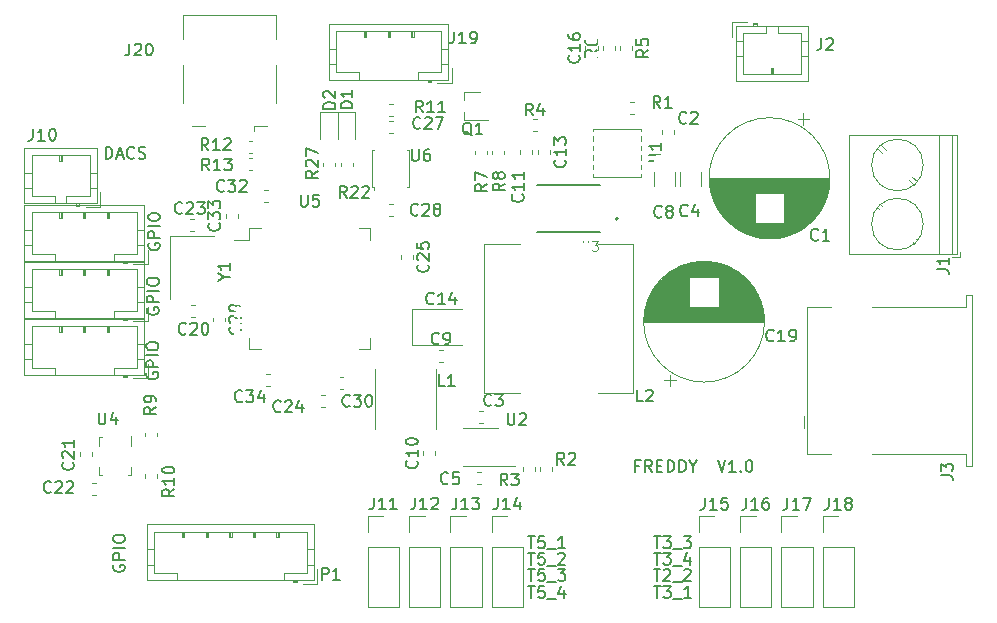
<source format=gto>
G04 #@! TF.GenerationSoftware,KiCad,Pcbnew,5.99.0-unknown-a5c7d45~86~ubuntu18.04.1*
G04 #@! TF.CreationDate,2020-01-09T21:59:45+01:00*
G04 #@! TF.ProjectId,v1,76312e6b-6963-4616-945f-706362585858,rev?*
G04 #@! TF.SameCoordinates,Original*
G04 #@! TF.FileFunction,Legend,Top*
G04 #@! TF.FilePolarity,Positive*
%FSLAX46Y46*%
G04 Gerber Fmt 4.6, Leading zero omitted, Abs format (unit mm)*
G04 Created by KiCad (PCBNEW 5.99.0-unknown-a5c7d45~86~ubuntu18.04.1) date 2020-01-09 21:59:45*
%MOMM*%
%LPD*%
G04 APERTURE LIST*
%ADD10C,0.150000*%
%ADD11C,0.120000*%
%ADD12C,0.100000*%
%ADD13C,0.200000*%
%ADD14C,0.127000*%
%ADD15C,0.050000*%
%ADD16O,1.220000X1.770000*%
%ADD17R,0.270000X0.695000*%
%ADD18R,0.695000X0.270000*%
%ADD19R,1.320000X1.620000*%
%ADD20R,2.420000X1.570000*%
%ADD21R,0.370000X0.670000*%
%ADD22R,1.420000X1.410000*%
%ADD23R,4.880000X3.380000*%
%ADD24R,2.620000X3.020000*%
%ADD25R,0.820000X0.320000*%
%ADD26C,0.920000*%
%ADD27R,0.720000X0.470000*%
%ADD28R,5.420000X2.920000*%
%ADD29R,4.220000X1.520000*%
%ADD30C,1.020000*%
%ADD31R,2.020000X1.720000*%
%ADD32R,0.520000X2.020000*%
%ADD33O,1.720000X1.720000*%
%ADD34R,1.720000X1.720000*%
%ADD35C,1.620000*%
%ADD36R,1.620000X1.620000*%
%ADD37C,3.020000*%
%ADD38C,2.620000*%
%ADD39R,2.620000X2.620000*%
%ADD40C,3.220000*%
%ADD41C,2.020000*%
%ADD42R,2.020000X2.020000*%
G04 APERTURE END LIST*
D10*
X188370952Y-113832380D02*
X188942380Y-113832380D01*
X188656666Y-114832380D02*
X188656666Y-113832380D01*
X189180476Y-113832380D02*
X189799523Y-113832380D01*
X189466190Y-114213333D01*
X189609047Y-114213333D01*
X189704285Y-114260952D01*
X189751904Y-114308571D01*
X189799523Y-114403809D01*
X189799523Y-114641904D01*
X189751904Y-114737142D01*
X189704285Y-114784761D01*
X189609047Y-114832380D01*
X189323333Y-114832380D01*
X189228095Y-114784761D01*
X189180476Y-114737142D01*
X189990000Y-114927619D02*
X190751904Y-114927619D01*
X191418571Y-114165714D02*
X191418571Y-114832380D01*
X191180476Y-113784761D02*
X190942380Y-114499047D01*
X191561428Y-114499047D01*
X177730952Y-115202380D02*
X178302380Y-115202380D01*
X178016666Y-116202380D02*
X178016666Y-115202380D01*
X179111904Y-115202380D02*
X178635714Y-115202380D01*
X178588095Y-115678571D01*
X178635714Y-115630952D01*
X178730952Y-115583333D01*
X178969047Y-115583333D01*
X179064285Y-115630952D01*
X179111904Y-115678571D01*
X179159523Y-115773809D01*
X179159523Y-116011904D01*
X179111904Y-116107142D01*
X179064285Y-116154761D01*
X178969047Y-116202380D01*
X178730952Y-116202380D01*
X178635714Y-116154761D01*
X178588095Y-116107142D01*
X179350000Y-116297619D02*
X180111904Y-116297619D01*
X180254761Y-115202380D02*
X180873809Y-115202380D01*
X180540476Y-115583333D01*
X180683333Y-115583333D01*
X180778571Y-115630952D01*
X180826190Y-115678571D01*
X180873809Y-115773809D01*
X180873809Y-116011904D01*
X180826190Y-116107142D01*
X180778571Y-116154761D01*
X180683333Y-116202380D01*
X180397619Y-116202380D01*
X180302380Y-116154761D01*
X180254761Y-116107142D01*
X188380952Y-116652380D02*
X188952380Y-116652380D01*
X188666666Y-117652380D02*
X188666666Y-116652380D01*
X189190476Y-116652380D02*
X189809523Y-116652380D01*
X189476190Y-117033333D01*
X189619047Y-117033333D01*
X189714285Y-117080952D01*
X189761904Y-117128571D01*
X189809523Y-117223809D01*
X189809523Y-117461904D01*
X189761904Y-117557142D01*
X189714285Y-117604761D01*
X189619047Y-117652380D01*
X189333333Y-117652380D01*
X189238095Y-117604761D01*
X189190476Y-117557142D01*
X190000000Y-117747619D02*
X190761904Y-117747619D01*
X191523809Y-117652380D02*
X190952380Y-117652380D01*
X191238095Y-117652380D02*
X191238095Y-116652380D01*
X191142857Y-116795238D01*
X191047619Y-116890476D01*
X190952380Y-116938095D01*
X188370952Y-112442380D02*
X188942380Y-112442380D01*
X188656666Y-113442380D02*
X188656666Y-112442380D01*
X189180476Y-112442380D02*
X189799523Y-112442380D01*
X189466190Y-112823333D01*
X189609047Y-112823333D01*
X189704285Y-112870952D01*
X189751904Y-112918571D01*
X189799523Y-113013809D01*
X189799523Y-113251904D01*
X189751904Y-113347142D01*
X189704285Y-113394761D01*
X189609047Y-113442380D01*
X189323333Y-113442380D01*
X189228095Y-113394761D01*
X189180476Y-113347142D01*
X189990000Y-113537619D02*
X190751904Y-113537619D01*
X190894761Y-112442380D02*
X191513809Y-112442380D01*
X191180476Y-112823333D01*
X191323333Y-112823333D01*
X191418571Y-112870952D01*
X191466190Y-112918571D01*
X191513809Y-113013809D01*
X191513809Y-113251904D01*
X191466190Y-113347142D01*
X191418571Y-113394761D01*
X191323333Y-113442380D01*
X191037619Y-113442380D01*
X190942380Y-113394761D01*
X190894761Y-113347142D01*
X177720952Y-116652380D02*
X178292380Y-116652380D01*
X178006666Y-117652380D02*
X178006666Y-116652380D01*
X179101904Y-116652380D02*
X178625714Y-116652380D01*
X178578095Y-117128571D01*
X178625714Y-117080952D01*
X178720952Y-117033333D01*
X178959047Y-117033333D01*
X179054285Y-117080952D01*
X179101904Y-117128571D01*
X179149523Y-117223809D01*
X179149523Y-117461904D01*
X179101904Y-117557142D01*
X179054285Y-117604761D01*
X178959047Y-117652380D01*
X178720952Y-117652380D01*
X178625714Y-117604761D01*
X178578095Y-117557142D01*
X179340000Y-117747619D02*
X180101904Y-117747619D01*
X180768571Y-116985714D02*
X180768571Y-117652380D01*
X180530476Y-116604761D02*
X180292380Y-117319047D01*
X180911428Y-117319047D01*
X188350952Y-115202380D02*
X188922380Y-115202380D01*
X188636666Y-116202380D02*
X188636666Y-115202380D01*
X189208095Y-115297619D02*
X189255714Y-115250000D01*
X189350952Y-115202380D01*
X189589047Y-115202380D01*
X189684285Y-115250000D01*
X189731904Y-115297619D01*
X189779523Y-115392857D01*
X189779523Y-115488095D01*
X189731904Y-115630952D01*
X189160476Y-116202380D01*
X189779523Y-116202380D01*
X189970000Y-116297619D02*
X190731904Y-116297619D01*
X190922380Y-115297619D02*
X190970000Y-115250000D01*
X191065238Y-115202380D01*
X191303333Y-115202380D01*
X191398571Y-115250000D01*
X191446190Y-115297619D01*
X191493809Y-115392857D01*
X191493809Y-115488095D01*
X191446190Y-115630952D01*
X190874761Y-116202380D01*
X191493809Y-116202380D01*
X177710952Y-113832380D02*
X178282380Y-113832380D01*
X177996666Y-114832380D02*
X177996666Y-113832380D01*
X179091904Y-113832380D02*
X178615714Y-113832380D01*
X178568095Y-114308571D01*
X178615714Y-114260952D01*
X178710952Y-114213333D01*
X178949047Y-114213333D01*
X179044285Y-114260952D01*
X179091904Y-114308571D01*
X179139523Y-114403809D01*
X179139523Y-114641904D01*
X179091904Y-114737142D01*
X179044285Y-114784761D01*
X178949047Y-114832380D01*
X178710952Y-114832380D01*
X178615714Y-114784761D01*
X178568095Y-114737142D01*
X179330000Y-114927619D02*
X180091904Y-114927619D01*
X180282380Y-113927619D02*
X180330000Y-113880000D01*
X180425238Y-113832380D01*
X180663333Y-113832380D01*
X180758571Y-113880000D01*
X180806190Y-113927619D01*
X180853809Y-114022857D01*
X180853809Y-114118095D01*
X180806190Y-114260952D01*
X180234761Y-114832380D01*
X180853809Y-114832380D01*
X177710952Y-112442380D02*
X178282380Y-112442380D01*
X177996666Y-113442380D02*
X177996666Y-112442380D01*
X179091904Y-112442380D02*
X178615714Y-112442380D01*
X178568095Y-112918571D01*
X178615714Y-112870952D01*
X178710952Y-112823333D01*
X178949047Y-112823333D01*
X179044285Y-112870952D01*
X179091904Y-112918571D01*
X179139523Y-113013809D01*
X179139523Y-113251904D01*
X179091904Y-113347142D01*
X179044285Y-113394761D01*
X178949047Y-113442380D01*
X178710952Y-113442380D01*
X178615714Y-113394761D01*
X178568095Y-113347142D01*
X179330000Y-113537619D02*
X180091904Y-113537619D01*
X180853809Y-113442380D02*
X180282380Y-113442380D01*
X180568095Y-113442380D02*
X180568095Y-112442380D01*
X180472857Y-112585238D01*
X180377619Y-112680476D01*
X180282380Y-112728095D01*
X187110952Y-106468571D02*
X186777619Y-106468571D01*
X186777619Y-106992380D02*
X186777619Y-105992380D01*
X187253809Y-105992380D01*
X188206190Y-106992380D02*
X187872857Y-106516190D01*
X187634761Y-106992380D02*
X187634761Y-105992380D01*
X188015714Y-105992380D01*
X188110952Y-106040000D01*
X188158571Y-106087619D01*
X188206190Y-106182857D01*
X188206190Y-106325714D01*
X188158571Y-106420952D01*
X188110952Y-106468571D01*
X188015714Y-106516190D01*
X187634761Y-106516190D01*
X188634761Y-106468571D02*
X188968095Y-106468571D01*
X189110952Y-106992380D02*
X188634761Y-106992380D01*
X188634761Y-105992380D01*
X189110952Y-105992380D01*
X189539523Y-106992380D02*
X189539523Y-105992380D01*
X189777619Y-105992380D01*
X189920476Y-106040000D01*
X190015714Y-106135238D01*
X190063333Y-106230476D01*
X190110952Y-106420952D01*
X190110952Y-106563809D01*
X190063333Y-106754285D01*
X190015714Y-106849523D01*
X189920476Y-106944761D01*
X189777619Y-106992380D01*
X189539523Y-106992380D01*
X190539523Y-106992380D02*
X190539523Y-105992380D01*
X190777619Y-105992380D01*
X190920476Y-106040000D01*
X191015714Y-106135238D01*
X191063333Y-106230476D01*
X191110952Y-106420952D01*
X191110952Y-106563809D01*
X191063333Y-106754285D01*
X191015714Y-106849523D01*
X190920476Y-106944761D01*
X190777619Y-106992380D01*
X190539523Y-106992380D01*
X191730000Y-106516190D02*
X191730000Y-106992380D01*
X191396666Y-105992380D02*
X191730000Y-106516190D01*
X192063333Y-105992380D01*
X193777619Y-105992380D02*
X194110952Y-106992380D01*
X194444285Y-105992380D01*
X195301428Y-106992380D02*
X194730000Y-106992380D01*
X195015714Y-106992380D02*
X195015714Y-105992380D01*
X194920476Y-106135238D01*
X194825238Y-106230476D01*
X194730000Y-106278095D01*
X195730000Y-106897142D02*
X195777619Y-106944761D01*
X195730000Y-106992380D01*
X195682380Y-106944761D01*
X195730000Y-106897142D01*
X195730000Y-106992380D01*
X196396666Y-105992380D02*
X196491904Y-105992380D01*
X196587142Y-106040000D01*
X196634761Y-106087619D01*
X196682380Y-106182857D01*
X196730000Y-106373333D01*
X196730000Y-106611428D01*
X196682380Y-106801904D01*
X196634761Y-106897142D01*
X196587142Y-106944761D01*
X196491904Y-106992380D01*
X196396666Y-106992380D01*
X196301428Y-106944761D01*
X196253809Y-106897142D01*
X196206190Y-106801904D01*
X196158571Y-106611428D01*
X196158571Y-106373333D01*
X196206190Y-106182857D01*
X196253809Y-106087619D01*
X196301428Y-106040000D01*
X196396666Y-105992380D01*
X145470000Y-98580000D02*
X145422380Y-98675238D01*
X145422380Y-98818095D01*
X145470000Y-98960952D01*
X145565238Y-99056190D01*
X145660476Y-99103809D01*
X145850952Y-99151428D01*
X145993809Y-99151428D01*
X146184285Y-99103809D01*
X146279523Y-99056190D01*
X146374761Y-98960952D01*
X146422380Y-98818095D01*
X146422380Y-98722857D01*
X146374761Y-98580000D01*
X146327142Y-98532380D01*
X145993809Y-98532380D01*
X145993809Y-98722857D01*
X146422380Y-98103809D02*
X145422380Y-98103809D01*
X145422380Y-97722857D01*
X145470000Y-97627619D01*
X145517619Y-97580000D01*
X145612857Y-97532380D01*
X145755714Y-97532380D01*
X145850952Y-97580000D01*
X145898571Y-97627619D01*
X145946190Y-97722857D01*
X145946190Y-98103809D01*
X146422380Y-97103809D02*
X145422380Y-97103809D01*
X145422380Y-96437142D02*
X145422380Y-96246666D01*
X145470000Y-96151428D01*
X145565238Y-96056190D01*
X145755714Y-96008571D01*
X146089047Y-96008571D01*
X146279523Y-96056190D01*
X146374761Y-96151428D01*
X146422380Y-96246666D01*
X146422380Y-96437142D01*
X146374761Y-96532380D01*
X146279523Y-96627619D01*
X146089047Y-96675238D01*
X145755714Y-96675238D01*
X145565238Y-96627619D01*
X145470000Y-96532380D01*
X145422380Y-96437142D01*
X145500000Y-93110000D02*
X145452380Y-93205238D01*
X145452380Y-93348095D01*
X145500000Y-93490952D01*
X145595238Y-93586190D01*
X145690476Y-93633809D01*
X145880952Y-93681428D01*
X146023809Y-93681428D01*
X146214285Y-93633809D01*
X146309523Y-93586190D01*
X146404761Y-93490952D01*
X146452380Y-93348095D01*
X146452380Y-93252857D01*
X146404761Y-93110000D01*
X146357142Y-93062380D01*
X146023809Y-93062380D01*
X146023809Y-93252857D01*
X146452380Y-92633809D02*
X145452380Y-92633809D01*
X145452380Y-92252857D01*
X145500000Y-92157619D01*
X145547619Y-92110000D01*
X145642857Y-92062380D01*
X145785714Y-92062380D01*
X145880952Y-92110000D01*
X145928571Y-92157619D01*
X145976190Y-92252857D01*
X145976190Y-92633809D01*
X146452380Y-91633809D02*
X145452380Y-91633809D01*
X145452380Y-90967142D02*
X145452380Y-90776666D01*
X145500000Y-90681428D01*
X145595238Y-90586190D01*
X145785714Y-90538571D01*
X146119047Y-90538571D01*
X146309523Y-90586190D01*
X146404761Y-90681428D01*
X146452380Y-90776666D01*
X146452380Y-90967142D01*
X146404761Y-91062380D01*
X146309523Y-91157619D01*
X146119047Y-91205238D01*
X145785714Y-91205238D01*
X145595238Y-91157619D01*
X145500000Y-91062380D01*
X145452380Y-90967142D01*
X145600000Y-87640000D02*
X145552380Y-87735238D01*
X145552380Y-87878095D01*
X145600000Y-88020952D01*
X145695238Y-88116190D01*
X145790476Y-88163809D01*
X145980952Y-88211428D01*
X146123809Y-88211428D01*
X146314285Y-88163809D01*
X146409523Y-88116190D01*
X146504761Y-88020952D01*
X146552380Y-87878095D01*
X146552380Y-87782857D01*
X146504761Y-87640000D01*
X146457142Y-87592380D01*
X146123809Y-87592380D01*
X146123809Y-87782857D01*
X146552380Y-87163809D02*
X145552380Y-87163809D01*
X145552380Y-86782857D01*
X145600000Y-86687619D01*
X145647619Y-86640000D01*
X145742857Y-86592380D01*
X145885714Y-86592380D01*
X145980952Y-86640000D01*
X146028571Y-86687619D01*
X146076190Y-86782857D01*
X146076190Y-87163809D01*
X146552380Y-86163809D02*
X145552380Y-86163809D01*
X145552380Y-85497142D02*
X145552380Y-85306666D01*
X145600000Y-85211428D01*
X145695238Y-85116190D01*
X145885714Y-85068571D01*
X146219047Y-85068571D01*
X146409523Y-85116190D01*
X146504761Y-85211428D01*
X146552380Y-85306666D01*
X146552380Y-85497142D01*
X146504761Y-85592380D01*
X146409523Y-85687619D01*
X146219047Y-85735238D01*
X145885714Y-85735238D01*
X145695238Y-85687619D01*
X145600000Y-85592380D01*
X145552380Y-85497142D01*
X142650000Y-114880000D02*
X142602380Y-114975238D01*
X142602380Y-115118095D01*
X142650000Y-115260952D01*
X142745238Y-115356190D01*
X142840476Y-115403809D01*
X143030952Y-115451428D01*
X143173809Y-115451428D01*
X143364285Y-115403809D01*
X143459523Y-115356190D01*
X143554761Y-115260952D01*
X143602380Y-115118095D01*
X143602380Y-115022857D01*
X143554761Y-114880000D01*
X143507142Y-114832380D01*
X143173809Y-114832380D01*
X143173809Y-115022857D01*
X143602380Y-114403809D02*
X142602380Y-114403809D01*
X142602380Y-114022857D01*
X142650000Y-113927619D01*
X142697619Y-113880000D01*
X142792857Y-113832380D01*
X142935714Y-113832380D01*
X143030952Y-113880000D01*
X143078571Y-113927619D01*
X143126190Y-114022857D01*
X143126190Y-114403809D01*
X143602380Y-113403809D02*
X142602380Y-113403809D01*
X142602380Y-112737142D02*
X142602380Y-112546666D01*
X142650000Y-112451428D01*
X142745238Y-112356190D01*
X142935714Y-112308571D01*
X143269047Y-112308571D01*
X143459523Y-112356190D01*
X143554761Y-112451428D01*
X143602380Y-112546666D01*
X143602380Y-112737142D01*
X143554761Y-112832380D01*
X143459523Y-112927619D01*
X143269047Y-112975238D01*
X142935714Y-112975238D01*
X142745238Y-112927619D01*
X142650000Y-112832380D01*
X142602380Y-112737142D01*
X141953333Y-80462380D02*
X141953333Y-79462380D01*
X142191428Y-79462380D01*
X142334285Y-79510000D01*
X142429523Y-79605238D01*
X142477142Y-79700476D01*
X142524761Y-79890952D01*
X142524761Y-80033809D01*
X142477142Y-80224285D01*
X142429523Y-80319523D01*
X142334285Y-80414761D01*
X142191428Y-80462380D01*
X141953333Y-80462380D01*
X142905714Y-80176666D02*
X143381904Y-80176666D01*
X142810476Y-80462380D02*
X143143809Y-79462380D01*
X143477142Y-80462380D01*
X144381904Y-80367142D02*
X144334285Y-80414761D01*
X144191428Y-80462380D01*
X144096190Y-80462380D01*
X143953333Y-80414761D01*
X143858095Y-80319523D01*
X143810476Y-80224285D01*
X143762857Y-80033809D01*
X143762857Y-79890952D01*
X143810476Y-79700476D01*
X143858095Y-79605238D01*
X143953333Y-79510000D01*
X144096190Y-79462380D01*
X144191428Y-79462380D01*
X144334285Y-79510000D01*
X144381904Y-79557619D01*
X144762857Y-80414761D02*
X144905714Y-80462380D01*
X145143809Y-80462380D01*
X145239047Y-80414761D01*
X145286666Y-80367142D01*
X145334285Y-80271904D01*
X145334285Y-80176666D01*
X145286666Y-80081428D01*
X145239047Y-80033809D01*
X145143809Y-79986190D01*
X144953333Y-79938571D01*
X144858095Y-79890952D01*
X144810476Y-79843333D01*
X144762857Y-79748095D01*
X144762857Y-79652857D01*
X144810476Y-79557619D01*
X144858095Y-79510000D01*
X144953333Y-79462380D01*
X145191428Y-79462380D01*
X145334285Y-79510000D01*
D11*
X165977221Y-75820000D02*
X166302779Y-75820000D01*
X165977221Y-76840000D02*
X166302779Y-76840000D01*
X159590000Y-116140000D02*
X159590000Y-111420000D01*
X159590000Y-111420000D02*
X145470000Y-111420000D01*
X145470000Y-111420000D02*
X145470000Y-116140000D01*
X145470000Y-116140000D02*
X159590000Y-116140000D01*
X157830000Y-116140000D02*
X157830000Y-116340000D01*
X157830000Y-116340000D02*
X158130000Y-116340000D01*
X158130000Y-116340000D02*
X158130000Y-116140000D01*
X157830000Y-116240000D02*
X158130000Y-116240000D01*
X157030000Y-116140000D02*
X157030000Y-115530000D01*
X157030000Y-115530000D02*
X158980000Y-115530000D01*
X158980000Y-115530000D02*
X158980000Y-112030000D01*
X158980000Y-112030000D02*
X146080000Y-112030000D01*
X146080000Y-112030000D02*
X146080000Y-115530000D01*
X146080000Y-115530000D02*
X148030000Y-115530000D01*
X148030000Y-115530000D02*
X148030000Y-116140000D01*
X159590000Y-114830000D02*
X158980000Y-114830000D01*
X159590000Y-113530000D02*
X158980000Y-113530000D01*
X145470000Y-114830000D02*
X146080000Y-114830000D01*
X145470000Y-113530000D02*
X146080000Y-113530000D01*
X156630000Y-112030000D02*
X156630000Y-112530000D01*
X156630000Y-112530000D02*
X156430000Y-112530000D01*
X156430000Y-112530000D02*
X156430000Y-112030000D01*
X156530000Y-112030000D02*
X156530000Y-112530000D01*
X154630000Y-112030000D02*
X154630000Y-112530000D01*
X154630000Y-112530000D02*
X154430000Y-112530000D01*
X154430000Y-112530000D02*
X154430000Y-112030000D01*
X154530000Y-112030000D02*
X154530000Y-112530000D01*
X152630000Y-112030000D02*
X152630000Y-112530000D01*
X152630000Y-112530000D02*
X152430000Y-112530000D01*
X152430000Y-112530000D02*
X152430000Y-112030000D01*
X152530000Y-112030000D02*
X152530000Y-112530000D01*
X150630000Y-112030000D02*
X150630000Y-112530000D01*
X150630000Y-112530000D02*
X150430000Y-112530000D01*
X150430000Y-112530000D02*
X150430000Y-112030000D01*
X150530000Y-112030000D02*
X150530000Y-112530000D01*
X148630000Y-112030000D02*
X148630000Y-112530000D01*
X148630000Y-112530000D02*
X148430000Y-112530000D01*
X148430000Y-112530000D02*
X148430000Y-112030000D01*
X148530000Y-112030000D02*
X148530000Y-112530000D01*
X158640000Y-116440000D02*
X159890000Y-116440000D01*
X159890000Y-116440000D02*
X159890000Y-115190000D01*
D12*
X144100000Y-107270000D02*
X143880000Y-107270000D01*
X144100000Y-106550000D02*
X144100000Y-107270000D01*
X141400000Y-107270000D02*
X141400000Y-106550000D01*
X141620000Y-107270000D02*
X141400000Y-107270000D01*
X141400000Y-104070000D02*
X141620000Y-104070000D01*
X141400000Y-104070000D02*
X141400000Y-104790000D01*
X144100000Y-103970000D02*
X144100000Y-104790000D01*
D11*
X146310000Y-107512779D02*
X146310000Y-107187221D01*
X145290000Y-107512779D02*
X145290000Y-107187221D01*
X145260000Y-103657221D02*
X145260000Y-103982779D01*
X146280000Y-103657221D02*
X146280000Y-103982779D01*
X141152779Y-107910000D02*
X140827221Y-107910000D01*
X141152779Y-108930000D02*
X140827221Y-108930000D01*
X139770000Y-105307221D02*
X139770000Y-105632779D01*
X140790000Y-105307221D02*
X140790000Y-105632779D01*
X160522779Y-101490000D02*
X160197221Y-101490000D01*
X160522779Y-100470000D02*
X160197221Y-100470000D01*
X163410000Y-96580000D02*
X164360000Y-96580000D01*
X164360000Y-96580000D02*
X164360000Y-95630000D01*
X155090000Y-96580000D02*
X154140000Y-96580000D01*
X154140000Y-96580000D02*
X154140000Y-95630000D01*
X163410000Y-86360000D02*
X164360000Y-86360000D01*
X164360000Y-86360000D02*
X164360000Y-87310000D01*
X155090000Y-86360000D02*
X154140000Y-86360000D01*
X154140000Y-86360000D02*
X154140000Y-87310000D01*
X154140000Y-87310000D02*
X152800000Y-87310000D01*
X145210000Y-89110000D02*
X145210000Y-84390000D01*
X145210000Y-84390000D02*
X135090000Y-84390000D01*
X135090000Y-84390000D02*
X135090000Y-89110000D01*
X135090000Y-89110000D02*
X145210000Y-89110000D01*
X143450000Y-89110000D02*
X143450000Y-89310000D01*
X143450000Y-89310000D02*
X143750000Y-89310000D01*
X143750000Y-89310000D02*
X143750000Y-89110000D01*
X143450000Y-89210000D02*
X143750000Y-89210000D01*
X142650000Y-89110000D02*
X142650000Y-88500000D01*
X142650000Y-88500000D02*
X144600000Y-88500000D01*
X144600000Y-88500000D02*
X144600000Y-85000000D01*
X144600000Y-85000000D02*
X135700000Y-85000000D01*
X135700000Y-85000000D02*
X135700000Y-88500000D01*
X135700000Y-88500000D02*
X137650000Y-88500000D01*
X137650000Y-88500000D02*
X137650000Y-89110000D01*
X145210000Y-87800000D02*
X144600000Y-87800000D01*
X145210000Y-86500000D02*
X144600000Y-86500000D01*
X135090000Y-87800000D02*
X135700000Y-87800000D01*
X135090000Y-86500000D02*
X135700000Y-86500000D01*
X142250000Y-85000000D02*
X142250000Y-85500000D01*
X142250000Y-85500000D02*
X142050000Y-85500000D01*
X142050000Y-85500000D02*
X142050000Y-85000000D01*
X142150000Y-85000000D02*
X142150000Y-85500000D01*
X140250000Y-85000000D02*
X140250000Y-85500000D01*
X140250000Y-85500000D02*
X140050000Y-85500000D01*
X140050000Y-85500000D02*
X140050000Y-85000000D01*
X140150000Y-85000000D02*
X140150000Y-85500000D01*
X138250000Y-85000000D02*
X138250000Y-85500000D01*
X138250000Y-85500000D02*
X138050000Y-85500000D01*
X138050000Y-85500000D02*
X138050000Y-85000000D01*
X138150000Y-85000000D02*
X138150000Y-85500000D01*
X144260000Y-89410000D02*
X145510000Y-89410000D01*
X145510000Y-89410000D02*
X145510000Y-88160000D01*
X145210000Y-93930000D02*
X145210000Y-89210000D01*
X145210000Y-89210000D02*
X135090000Y-89210000D01*
X135090000Y-89210000D02*
X135090000Y-93930000D01*
X135090000Y-93930000D02*
X145210000Y-93930000D01*
X143450000Y-93930000D02*
X143450000Y-94130000D01*
X143450000Y-94130000D02*
X143750000Y-94130000D01*
X143750000Y-94130000D02*
X143750000Y-93930000D01*
X143450000Y-94030000D02*
X143750000Y-94030000D01*
X142650000Y-93930000D02*
X142650000Y-93320000D01*
X142650000Y-93320000D02*
X144600000Y-93320000D01*
X144600000Y-93320000D02*
X144600000Y-89820000D01*
X144600000Y-89820000D02*
X135700000Y-89820000D01*
X135700000Y-89820000D02*
X135700000Y-93320000D01*
X135700000Y-93320000D02*
X137650000Y-93320000D01*
X137650000Y-93320000D02*
X137650000Y-93930000D01*
X145210000Y-92620000D02*
X144600000Y-92620000D01*
X145210000Y-91320000D02*
X144600000Y-91320000D01*
X135090000Y-92620000D02*
X135700000Y-92620000D01*
X135090000Y-91320000D02*
X135700000Y-91320000D01*
X142250000Y-89820000D02*
X142250000Y-90320000D01*
X142250000Y-90320000D02*
X142050000Y-90320000D01*
X142050000Y-90320000D02*
X142050000Y-89820000D01*
X142150000Y-89820000D02*
X142150000Y-90320000D01*
X140250000Y-89820000D02*
X140250000Y-90320000D01*
X140250000Y-90320000D02*
X140050000Y-90320000D01*
X140050000Y-90320000D02*
X140050000Y-89820000D01*
X140150000Y-89820000D02*
X140150000Y-90320000D01*
X138250000Y-89820000D02*
X138250000Y-90320000D01*
X138250000Y-90320000D02*
X138050000Y-90320000D01*
X138050000Y-90320000D02*
X138050000Y-89820000D01*
X138150000Y-89820000D02*
X138150000Y-90320000D01*
X144260000Y-94230000D02*
X145510000Y-94230000D01*
X145510000Y-94230000D02*
X145510000Y-92980000D01*
X145210000Y-98760000D02*
X145210000Y-94040000D01*
X145210000Y-94040000D02*
X135090000Y-94040000D01*
X135090000Y-94040000D02*
X135090000Y-98760000D01*
X135090000Y-98760000D02*
X145210000Y-98760000D01*
X143450000Y-98760000D02*
X143450000Y-98960000D01*
X143450000Y-98960000D02*
X143750000Y-98960000D01*
X143750000Y-98960000D02*
X143750000Y-98760000D01*
X143450000Y-98860000D02*
X143750000Y-98860000D01*
X142650000Y-98760000D02*
X142650000Y-98150000D01*
X142650000Y-98150000D02*
X144600000Y-98150000D01*
X144600000Y-98150000D02*
X144600000Y-94650000D01*
X144600000Y-94650000D02*
X135700000Y-94650000D01*
X135700000Y-94650000D02*
X135700000Y-98150000D01*
X135700000Y-98150000D02*
X137650000Y-98150000D01*
X137650000Y-98150000D02*
X137650000Y-98760000D01*
X145210000Y-97450000D02*
X144600000Y-97450000D01*
X145210000Y-96150000D02*
X144600000Y-96150000D01*
X135090000Y-97450000D02*
X135700000Y-97450000D01*
X135090000Y-96150000D02*
X135700000Y-96150000D01*
X142250000Y-94650000D02*
X142250000Y-95150000D01*
X142250000Y-95150000D02*
X142050000Y-95150000D01*
X142050000Y-95150000D02*
X142050000Y-94650000D01*
X142150000Y-94650000D02*
X142150000Y-95150000D01*
X140250000Y-94650000D02*
X140250000Y-95150000D01*
X140250000Y-95150000D02*
X140050000Y-95150000D01*
X140050000Y-95150000D02*
X140050000Y-94650000D01*
X140150000Y-94650000D02*
X140150000Y-95150000D01*
X138250000Y-94650000D02*
X138250000Y-95150000D01*
X138250000Y-95150000D02*
X138050000Y-95150000D01*
X138050000Y-95150000D02*
X138050000Y-94650000D01*
X138150000Y-94650000D02*
X138150000Y-95150000D01*
X144260000Y-99060000D02*
X145510000Y-99060000D01*
X145510000Y-99060000D02*
X145510000Y-97810000D01*
X151150000Y-87050000D02*
X147450000Y-87050000D01*
X147450000Y-87050000D02*
X147450000Y-92350000D01*
X164660000Y-82820000D02*
X164660000Y-83080000D01*
X167630000Y-79700000D02*
X167480000Y-79700000D01*
X167630000Y-82820000D02*
X167630000Y-79700000D01*
X164510000Y-82820000D02*
X164510000Y-79700000D01*
X167630000Y-82820000D02*
X167480000Y-82820000D01*
X164510000Y-82820000D02*
X164660000Y-82820000D01*
X164510000Y-79700000D02*
X164660000Y-79700000D01*
D13*
X185340000Y-85560000D02*
G75*
G03*
X185340000Y-85560000I-100000J0D01*
G01*
D14*
X178455000Y-82675000D02*
X183825000Y-82675000D01*
X183825000Y-86645000D02*
X178455000Y-86645000D01*
D11*
X173700000Y-103290000D02*
X172200000Y-103290000D01*
X173700000Y-103290000D02*
X175200000Y-103290000D01*
X173700000Y-106510000D02*
X172200000Y-106510000D01*
X173700000Y-106510000D02*
X176625000Y-106510000D01*
X183250000Y-81990000D02*
X183250000Y-77990000D01*
X183250000Y-77990000D02*
X187300000Y-77990000D01*
X187300000Y-77990000D02*
X187300000Y-81990000D01*
X187300000Y-81990000D02*
X183250000Y-81990000D01*
X161400000Y-80797221D02*
X161400000Y-81122779D01*
X160380000Y-80797221D02*
X160380000Y-81122779D01*
X162870000Y-80797221D02*
X162870000Y-81122779D01*
X161850000Y-80797221D02*
X161850000Y-81122779D01*
X154067221Y-80440000D02*
X154392779Y-80440000D01*
X154067221Y-81460000D02*
X154392779Y-81460000D01*
X154067221Y-78980000D02*
X154392779Y-78980000D01*
X154067221Y-80000000D02*
X154392779Y-80000000D01*
X174680000Y-80102779D02*
X174680000Y-79777221D01*
X175700000Y-80102779D02*
X175700000Y-79777221D01*
X174240000Y-79777221D02*
X174240000Y-80102779D01*
X173220000Y-79777221D02*
X173220000Y-80102779D01*
X184050000Y-71242779D02*
X184050000Y-70917221D01*
X185070000Y-71242779D02*
X185070000Y-70917221D01*
X186530000Y-70917221D02*
X186530000Y-71242779D01*
X185510000Y-70917221D02*
X185510000Y-71242779D01*
X178482779Y-78100000D02*
X178157221Y-78100000D01*
X178482779Y-77080000D02*
X178157221Y-77080000D01*
X177280000Y-106935279D02*
X177280000Y-106609721D01*
X178300000Y-106935279D02*
X178300000Y-106609721D01*
X179760000Y-106609721D02*
X179760000Y-106935279D01*
X178740000Y-106609721D02*
X178740000Y-106935279D01*
X186702779Y-76700000D02*
X186377221Y-76700000D01*
X186702779Y-75680000D02*
X186377221Y-75680000D01*
X172270000Y-75500000D02*
X172270000Y-74840000D01*
X172270000Y-77160000D02*
X172270000Y-76500000D01*
X172270000Y-77160000D02*
X174300000Y-77160000D01*
X173680000Y-74840000D02*
X172270000Y-74840000D01*
X177020000Y-100300000D02*
X174020000Y-100300000D01*
X174020000Y-100300000D02*
X174020000Y-87700000D01*
X174020000Y-87700000D02*
X177020000Y-87700000D01*
X183620000Y-87700000D02*
X186620000Y-87700000D01*
X186620000Y-87700000D02*
X186620000Y-100300000D01*
X186620000Y-100300000D02*
X183620000Y-100300000D01*
X169957500Y-98290000D02*
X169957500Y-103390000D01*
X164757500Y-98290000D02*
X164757500Y-103390000D01*
X148540000Y-68340000D02*
X156360000Y-68340000D01*
X154560000Y-77660000D02*
X154560000Y-78090000D01*
X148540000Y-68340000D02*
X148540000Y-70290000D01*
X148540000Y-72510000D02*
X148540000Y-75740000D01*
X150340000Y-77660000D02*
X149260000Y-77660000D01*
X155640000Y-77660000D02*
X154560000Y-77660000D01*
X156360000Y-72510000D02*
X156360000Y-75740000D01*
X156360000Y-68340000D02*
X156360000Y-70290000D01*
X170990000Y-73770000D02*
X170990000Y-69050000D01*
X170990000Y-69050000D02*
X160870000Y-69050000D01*
X160870000Y-69050000D02*
X160870000Y-73770000D01*
X160870000Y-73770000D02*
X170990000Y-73770000D01*
X169230000Y-73770000D02*
X169230000Y-73970000D01*
X169230000Y-73970000D02*
X169530000Y-73970000D01*
X169530000Y-73970000D02*
X169530000Y-73770000D01*
X169230000Y-73870000D02*
X169530000Y-73870000D01*
X168430000Y-73770000D02*
X168430000Y-73160000D01*
X168430000Y-73160000D02*
X170380000Y-73160000D01*
X170380000Y-73160000D02*
X170380000Y-69660000D01*
X170380000Y-69660000D02*
X161480000Y-69660000D01*
X161480000Y-69660000D02*
X161480000Y-73160000D01*
X161480000Y-73160000D02*
X163430000Y-73160000D01*
X163430000Y-73160000D02*
X163430000Y-73770000D01*
X170990000Y-72460000D02*
X170380000Y-72460000D01*
X170990000Y-71160000D02*
X170380000Y-71160000D01*
X160870000Y-72460000D02*
X161480000Y-72460000D01*
X160870000Y-71160000D02*
X161480000Y-71160000D01*
X168030000Y-69660000D02*
X168030000Y-70160000D01*
X168030000Y-70160000D02*
X167830000Y-70160000D01*
X167830000Y-70160000D02*
X167830000Y-69660000D01*
X167930000Y-69660000D02*
X167930000Y-70160000D01*
X166030000Y-69660000D02*
X166030000Y-70160000D01*
X166030000Y-70160000D02*
X165830000Y-70160000D01*
X165830000Y-70160000D02*
X165830000Y-69660000D01*
X165930000Y-69660000D02*
X165930000Y-70160000D01*
X164030000Y-69660000D02*
X164030000Y-70160000D01*
X164030000Y-70160000D02*
X163830000Y-70160000D01*
X163830000Y-70160000D02*
X163830000Y-69660000D01*
X163930000Y-69660000D02*
X163930000Y-70160000D01*
X170040000Y-74070000D02*
X171290000Y-74070000D01*
X171290000Y-74070000D02*
X171290000Y-72820000D01*
X202670000Y-118460000D02*
X205330000Y-118460000D01*
X202670000Y-113320000D02*
X202670000Y-118460000D01*
X205330000Y-113320000D02*
X205330000Y-118460000D01*
X202670000Y-113320000D02*
X205330000Y-113320000D01*
X202670000Y-112050000D02*
X202670000Y-110720000D01*
X202670000Y-110720000D02*
X204000000Y-110720000D01*
X199170000Y-118460000D02*
X201830000Y-118460000D01*
X199170000Y-113320000D02*
X199170000Y-118460000D01*
X201830000Y-113320000D02*
X201830000Y-118460000D01*
X199170000Y-113320000D02*
X201830000Y-113320000D01*
X199170000Y-112050000D02*
X199170000Y-110720000D01*
X199170000Y-110720000D02*
X200500000Y-110720000D01*
X195670000Y-118460000D02*
X198330000Y-118460000D01*
X195670000Y-113320000D02*
X195670000Y-118460000D01*
X198330000Y-113320000D02*
X198330000Y-118460000D01*
X195670000Y-113320000D02*
X198330000Y-113320000D01*
X195670000Y-112050000D02*
X195670000Y-110720000D01*
X195670000Y-110720000D02*
X197000000Y-110720000D01*
X192170000Y-118460000D02*
X194830000Y-118460000D01*
X192170000Y-113320000D02*
X192170000Y-118460000D01*
X194830000Y-113320000D02*
X194830000Y-118460000D01*
X192170000Y-113320000D02*
X194830000Y-113320000D01*
X192170000Y-112050000D02*
X192170000Y-110720000D01*
X192170000Y-110720000D02*
X193500000Y-110720000D01*
X174640000Y-118450000D02*
X177300000Y-118450000D01*
X174640000Y-113310000D02*
X174640000Y-118450000D01*
X177300000Y-113310000D02*
X177300000Y-118450000D01*
X174640000Y-113310000D02*
X177300000Y-113310000D01*
X174640000Y-112040000D02*
X174640000Y-110710000D01*
X174640000Y-110710000D02*
X175970000Y-110710000D01*
X171140000Y-118450000D02*
X173800000Y-118450000D01*
X171140000Y-113310000D02*
X171140000Y-118450000D01*
X173800000Y-113310000D02*
X173800000Y-118450000D01*
X171140000Y-113310000D02*
X173800000Y-113310000D01*
X171140000Y-112040000D02*
X171140000Y-110710000D01*
X171140000Y-110710000D02*
X172470000Y-110710000D01*
X167640000Y-118450000D02*
X170300000Y-118450000D01*
X167640000Y-113310000D02*
X167640000Y-118450000D01*
X170300000Y-113310000D02*
X170300000Y-118450000D01*
X167640000Y-113310000D02*
X170300000Y-113310000D01*
X167640000Y-112040000D02*
X167640000Y-110710000D01*
X167640000Y-110710000D02*
X168970000Y-110710000D01*
X164140000Y-118450000D02*
X166800000Y-118450000D01*
X164140000Y-113310000D02*
X164140000Y-118450000D01*
X166800000Y-113310000D02*
X166800000Y-118450000D01*
X164140000Y-113310000D02*
X166800000Y-113310000D01*
X164140000Y-112040000D02*
X164140000Y-110710000D01*
X164140000Y-110710000D02*
X165470000Y-110710000D01*
X141210000Y-84250000D02*
X141210000Y-79530000D01*
X141210000Y-79530000D02*
X135090000Y-79530000D01*
X135090000Y-79530000D02*
X135090000Y-84250000D01*
X135090000Y-84250000D02*
X141210000Y-84250000D01*
X139450000Y-84250000D02*
X139450000Y-84450000D01*
X139450000Y-84450000D02*
X139750000Y-84450000D01*
X139750000Y-84450000D02*
X139750000Y-84250000D01*
X139450000Y-84350000D02*
X139750000Y-84350000D01*
X138650000Y-84250000D02*
X138650000Y-83640000D01*
X138650000Y-83640000D02*
X140600000Y-83640000D01*
X140600000Y-83640000D02*
X140600000Y-80140000D01*
X140600000Y-80140000D02*
X135700000Y-80140000D01*
X135700000Y-80140000D02*
X135700000Y-83640000D01*
X135700000Y-83640000D02*
X137650000Y-83640000D01*
X137650000Y-83640000D02*
X137650000Y-84250000D01*
X141210000Y-82940000D02*
X140600000Y-82940000D01*
X141210000Y-81640000D02*
X140600000Y-81640000D01*
X135090000Y-82940000D02*
X135700000Y-82940000D01*
X135090000Y-81640000D02*
X135700000Y-81640000D01*
X138250000Y-80140000D02*
X138250000Y-80640000D01*
X138250000Y-80640000D02*
X138050000Y-80640000D01*
X138050000Y-80640000D02*
X138050000Y-80140000D01*
X138150000Y-80140000D02*
X138150000Y-80640000D01*
X140260000Y-84550000D02*
X141510000Y-84550000D01*
X141510000Y-84550000D02*
X141510000Y-83300000D01*
X201100000Y-103260000D02*
X201100000Y-102260000D01*
X214850000Y-106510000D02*
X215350000Y-106510000D01*
X214850000Y-105510000D02*
X214850000Y-106510000D01*
X206850000Y-105510000D02*
X214850000Y-105510000D01*
X201350000Y-105510000D02*
X203350000Y-105510000D01*
X201350000Y-93010000D02*
X201350000Y-105510000D01*
X203350000Y-93010000D02*
X201350000Y-93010000D01*
X214850000Y-93010000D02*
X206850000Y-93010000D01*
X214850000Y-92010000D02*
X214850000Y-93010000D01*
X215350000Y-92010000D02*
X214850000Y-92010000D01*
X215350000Y-106510000D02*
X215350000Y-92010000D01*
X195320000Y-69190000D02*
X195320000Y-73910000D01*
X195320000Y-73910000D02*
X201440000Y-73910000D01*
X201440000Y-73910000D02*
X201440000Y-69190000D01*
X201440000Y-69190000D02*
X195320000Y-69190000D01*
X197080000Y-69190000D02*
X197080000Y-68990000D01*
X197080000Y-68990000D02*
X196780000Y-68990000D01*
X196780000Y-68990000D02*
X196780000Y-69190000D01*
X197080000Y-69090000D02*
X196780000Y-69090000D01*
X197880000Y-69190000D02*
X197880000Y-69800000D01*
X197880000Y-69800000D02*
X195930000Y-69800000D01*
X195930000Y-69800000D02*
X195930000Y-73300000D01*
X195930000Y-73300000D02*
X200830000Y-73300000D01*
X200830000Y-73300000D02*
X200830000Y-69800000D01*
X200830000Y-69800000D02*
X198880000Y-69800000D01*
X198880000Y-69800000D02*
X198880000Y-69190000D01*
X195320000Y-70500000D02*
X195930000Y-70500000D01*
X195320000Y-71800000D02*
X195930000Y-71800000D01*
X201440000Y-70500000D02*
X200830000Y-70500000D01*
X201440000Y-71800000D02*
X200830000Y-71800000D01*
X198280000Y-73300000D02*
X198280000Y-72800000D01*
X198280000Y-72800000D02*
X198480000Y-72800000D01*
X198480000Y-72800000D02*
X198480000Y-73300000D01*
X198380000Y-73300000D02*
X198380000Y-72800000D01*
X196270000Y-68890000D02*
X195020000Y-68890000D01*
X195020000Y-68890000D02*
X195020000Y-70140000D01*
X211180000Y-86000000D02*
G75*
G03*
X211180000Y-86000000I-2180000J0D01*
G01*
X211180000Y-81000000D02*
G75*
G03*
X211180000Y-81000000I-2180000J0D01*
G01*
X213600000Y-88560000D02*
X213600000Y-78440000D01*
X212500000Y-88560000D02*
X212500000Y-78440000D01*
X204940000Y-88560000D02*
X204940000Y-78440000D01*
X214060000Y-88560000D02*
X214060000Y-78440000D01*
X204940000Y-88560000D02*
X214060000Y-88560000D01*
X204940000Y-78440000D02*
X214060000Y-78440000D01*
X207612000Y-84346000D02*
X207719000Y-84453000D01*
X210547000Y-87282000D02*
X210654000Y-87388000D01*
X207346000Y-84612000D02*
X207453000Y-84719000D01*
X210281000Y-87548000D02*
X210388000Y-87654000D01*
X207612000Y-79346000D02*
X208008000Y-79741000D01*
X210274000Y-82007000D02*
X210654000Y-82387000D01*
X207346000Y-79612000D02*
X207726000Y-79992000D01*
X209992000Y-82258000D02*
X210388000Y-82653000D01*
X213660000Y-88800000D02*
X214300000Y-88800000D01*
X214300000Y-88800000D02*
X214300000Y-88400000D01*
X161625000Y-78800000D02*
X161625000Y-76515000D01*
X161625000Y-76515000D02*
X160155000Y-76515000D01*
X160155000Y-76515000D02*
X160155000Y-78800000D01*
X163095000Y-78800000D02*
X163095000Y-76515000D01*
X163095000Y-76515000D02*
X161625000Y-76515000D01*
X161625000Y-76515000D02*
X161625000Y-78800000D01*
X155862779Y-99700000D02*
X155537221Y-99700000D01*
X155862779Y-98680000D02*
X155537221Y-98680000D01*
X152130000Y-85462779D02*
X152130000Y-85137221D01*
X153150000Y-85462779D02*
X153150000Y-85137221D01*
X155397221Y-83150000D02*
X155722779Y-83150000D01*
X155397221Y-84170000D02*
X155722779Y-84170000D01*
X162092779Y-99990000D02*
X161767221Y-99990000D01*
X162092779Y-98970000D02*
X161767221Y-98970000D01*
X152050000Y-93917221D02*
X152050000Y-94242779D01*
X151030000Y-93917221D02*
X151030000Y-94242779D01*
X165987221Y-84300000D02*
X166312779Y-84300000D01*
X165987221Y-85320000D02*
X166312779Y-85320000D01*
X166312779Y-78330000D02*
X165987221Y-78330000D01*
X166312779Y-77310000D02*
X165987221Y-77310000D01*
X167950000Y-88637221D02*
X167950000Y-88962779D01*
X166930000Y-88637221D02*
X166930000Y-88962779D01*
X149462779Y-86570000D02*
X149137221Y-86570000D01*
X149462779Y-85550000D02*
X149137221Y-85550000D01*
X149167221Y-92820000D02*
X149492779Y-92820000D01*
X149167221Y-93840000D02*
X149492779Y-93840000D01*
X197750000Y-94260000D02*
G75*
G03*
X197750000Y-94260000I-5120000J0D01*
G01*
X187550000Y-94260000D02*
X197710000Y-94260000D01*
X187550000Y-94220000D02*
X197710000Y-94220000D01*
X187550000Y-94180000D02*
X197710000Y-94180000D01*
X187551000Y-94140000D02*
X197709000Y-94140000D01*
X187552000Y-94100000D02*
X197708000Y-94100000D01*
X187553000Y-94060000D02*
X197707000Y-94060000D01*
X187555000Y-94020000D02*
X197705000Y-94020000D01*
X187557000Y-93980000D02*
X197703000Y-93980000D01*
X187560000Y-93940000D02*
X197700000Y-93940000D01*
X187562000Y-93900000D02*
X197698000Y-93900000D01*
X187565000Y-93860000D02*
X197695000Y-93860000D01*
X187568000Y-93820000D02*
X197692000Y-93820000D01*
X187572000Y-93780000D02*
X197688000Y-93780000D01*
X187576000Y-93740000D02*
X197684000Y-93740000D01*
X187580000Y-93700000D02*
X197680000Y-93700000D01*
X187585000Y-93660000D02*
X197675000Y-93660000D01*
X187590000Y-93620000D02*
X197670000Y-93620000D01*
X187595000Y-93580000D02*
X197665000Y-93580000D01*
X187600000Y-93539000D02*
X197660000Y-93539000D01*
X187606000Y-93499000D02*
X197654000Y-93499000D01*
X187612000Y-93459000D02*
X197648000Y-93459000D01*
X187619000Y-93419000D02*
X197641000Y-93419000D01*
X187626000Y-93379000D02*
X197634000Y-93379000D01*
X187633000Y-93339000D02*
X197627000Y-93339000D01*
X187640000Y-93299000D02*
X197620000Y-93299000D01*
X187648000Y-93259000D02*
X197612000Y-93259000D01*
X187656000Y-93219000D02*
X197604000Y-93219000D01*
X187665000Y-93179000D02*
X197595000Y-93179000D01*
X187674000Y-93139000D02*
X197586000Y-93139000D01*
X187683000Y-93099000D02*
X197577000Y-93099000D01*
X187692000Y-93059000D02*
X197568000Y-93059000D01*
X187702000Y-93019000D02*
X197558000Y-93019000D01*
X187712000Y-92979000D02*
X191389000Y-92979000D01*
X193871000Y-92979000D02*
X197548000Y-92979000D01*
X187723000Y-92939000D02*
X191389000Y-92939000D01*
X193871000Y-92939000D02*
X197537000Y-92939000D01*
X187733000Y-92899000D02*
X191389000Y-92899000D01*
X193871000Y-92899000D02*
X197527000Y-92899000D01*
X187745000Y-92859000D02*
X191389000Y-92859000D01*
X193871000Y-92859000D02*
X197515000Y-92859000D01*
X187756000Y-92819000D02*
X191389000Y-92819000D01*
X193871000Y-92819000D02*
X197504000Y-92819000D01*
X187768000Y-92779000D02*
X191389000Y-92779000D01*
X193871000Y-92779000D02*
X197492000Y-92779000D01*
X187780000Y-92739000D02*
X191389000Y-92739000D01*
X193871000Y-92739000D02*
X197480000Y-92739000D01*
X187793000Y-92699000D02*
X191389000Y-92699000D01*
X193871000Y-92699000D02*
X197467000Y-92699000D01*
X187806000Y-92659000D02*
X191389000Y-92659000D01*
X193871000Y-92659000D02*
X197454000Y-92659000D01*
X187819000Y-92619000D02*
X191389000Y-92619000D01*
X193871000Y-92619000D02*
X197441000Y-92619000D01*
X187833000Y-92579000D02*
X191389000Y-92579000D01*
X193871000Y-92579000D02*
X197427000Y-92579000D01*
X187847000Y-92539000D02*
X191389000Y-92539000D01*
X193871000Y-92539000D02*
X197413000Y-92539000D01*
X187862000Y-92499000D02*
X191389000Y-92499000D01*
X193871000Y-92499000D02*
X197398000Y-92499000D01*
X187876000Y-92459000D02*
X191389000Y-92459000D01*
X193871000Y-92459000D02*
X197384000Y-92459000D01*
X187892000Y-92419000D02*
X191389000Y-92419000D01*
X193871000Y-92419000D02*
X197368000Y-92419000D01*
X187907000Y-92379000D02*
X191389000Y-92379000D01*
X193871000Y-92379000D02*
X197353000Y-92379000D01*
X187923000Y-92339000D02*
X191389000Y-92339000D01*
X193871000Y-92339000D02*
X197337000Y-92339000D01*
X187940000Y-92299000D02*
X191389000Y-92299000D01*
X193871000Y-92299000D02*
X197320000Y-92299000D01*
X187956000Y-92259000D02*
X191389000Y-92259000D01*
X193871000Y-92259000D02*
X197304000Y-92259000D01*
X187973000Y-92219000D02*
X191389000Y-92219000D01*
X193871000Y-92219000D02*
X197287000Y-92219000D01*
X187991000Y-92179000D02*
X191389000Y-92179000D01*
X193871000Y-92179000D02*
X197269000Y-92179000D01*
X188009000Y-92139000D02*
X191389000Y-92139000D01*
X193871000Y-92139000D02*
X197251000Y-92139000D01*
X188027000Y-92099000D02*
X191389000Y-92099000D01*
X193871000Y-92099000D02*
X197233000Y-92099000D01*
X188046000Y-92059000D02*
X191389000Y-92059000D01*
X193871000Y-92059000D02*
X197214000Y-92059000D01*
X188066000Y-92019000D02*
X191389000Y-92019000D01*
X193871000Y-92019000D02*
X197194000Y-92019000D01*
X188085000Y-91979000D02*
X191389000Y-91979000D01*
X193871000Y-91979000D02*
X197175000Y-91979000D01*
X188105000Y-91939000D02*
X191389000Y-91939000D01*
X193871000Y-91939000D02*
X197155000Y-91939000D01*
X188126000Y-91899000D02*
X191389000Y-91899000D01*
X193871000Y-91899000D02*
X197134000Y-91899000D01*
X188147000Y-91859000D02*
X191389000Y-91859000D01*
X193871000Y-91859000D02*
X197113000Y-91859000D01*
X188168000Y-91819000D02*
X191389000Y-91819000D01*
X193871000Y-91819000D02*
X197092000Y-91819000D01*
X188190000Y-91779000D02*
X191389000Y-91779000D01*
X193871000Y-91779000D02*
X197070000Y-91779000D01*
X188213000Y-91739000D02*
X191389000Y-91739000D01*
X193871000Y-91739000D02*
X197047000Y-91739000D01*
X188235000Y-91699000D02*
X191389000Y-91699000D01*
X193871000Y-91699000D02*
X197025000Y-91699000D01*
X188259000Y-91659000D02*
X191389000Y-91659000D01*
X193871000Y-91659000D02*
X197001000Y-91659000D01*
X188283000Y-91619000D02*
X191389000Y-91619000D01*
X193871000Y-91619000D02*
X196977000Y-91619000D01*
X188307000Y-91579000D02*
X191389000Y-91579000D01*
X193871000Y-91579000D02*
X196953000Y-91579000D01*
X188332000Y-91539000D02*
X191389000Y-91539000D01*
X193871000Y-91539000D02*
X196928000Y-91539000D01*
X188357000Y-91499000D02*
X191389000Y-91499000D01*
X193871000Y-91499000D02*
X196903000Y-91499000D01*
X188383000Y-91459000D02*
X191389000Y-91459000D01*
X193871000Y-91459000D02*
X196877000Y-91459000D01*
X188409000Y-91419000D02*
X191389000Y-91419000D01*
X193871000Y-91419000D02*
X196851000Y-91419000D01*
X188436000Y-91379000D02*
X191389000Y-91379000D01*
X193871000Y-91379000D02*
X196824000Y-91379000D01*
X188464000Y-91339000D02*
X191389000Y-91339000D01*
X193871000Y-91339000D02*
X196796000Y-91339000D01*
X188492000Y-91299000D02*
X191389000Y-91299000D01*
X193871000Y-91299000D02*
X196768000Y-91299000D01*
X188520000Y-91259000D02*
X191389000Y-91259000D01*
X193871000Y-91259000D02*
X196740000Y-91259000D01*
X188550000Y-91219000D02*
X191389000Y-91219000D01*
X193871000Y-91219000D02*
X196710000Y-91219000D01*
X188580000Y-91179000D02*
X191389000Y-91179000D01*
X193871000Y-91179000D02*
X196680000Y-91179000D01*
X188610000Y-91139000D02*
X191389000Y-91139000D01*
X193871000Y-91139000D02*
X196650000Y-91139000D01*
X188641000Y-91099000D02*
X191389000Y-91099000D01*
X193871000Y-91099000D02*
X196619000Y-91099000D01*
X188673000Y-91059000D02*
X191389000Y-91059000D01*
X193871000Y-91059000D02*
X196587000Y-91059000D01*
X188705000Y-91019000D02*
X191389000Y-91019000D01*
X193871000Y-91019000D02*
X196555000Y-91019000D01*
X188738000Y-90979000D02*
X191389000Y-90979000D01*
X193871000Y-90979000D02*
X196522000Y-90979000D01*
X188772000Y-90939000D02*
X191389000Y-90939000D01*
X193871000Y-90939000D02*
X196488000Y-90939000D01*
X188806000Y-90899000D02*
X191389000Y-90899000D01*
X193871000Y-90899000D02*
X196454000Y-90899000D01*
X188841000Y-90859000D02*
X191389000Y-90859000D01*
X193871000Y-90859000D02*
X196419000Y-90859000D01*
X188877000Y-90819000D02*
X191389000Y-90819000D01*
X193871000Y-90819000D02*
X196383000Y-90819000D01*
X188914000Y-90779000D02*
X191389000Y-90779000D01*
X193871000Y-90779000D02*
X196346000Y-90779000D01*
X188951000Y-90739000D02*
X191389000Y-90739000D01*
X193871000Y-90739000D02*
X196309000Y-90739000D01*
X188990000Y-90699000D02*
X191389000Y-90699000D01*
X193871000Y-90699000D02*
X196270000Y-90699000D01*
X189029000Y-90659000D02*
X191389000Y-90659000D01*
X193871000Y-90659000D02*
X196231000Y-90659000D01*
X189069000Y-90619000D02*
X191389000Y-90619000D01*
X193871000Y-90619000D02*
X196191000Y-90619000D01*
X189110000Y-90579000D02*
X191389000Y-90579000D01*
X193871000Y-90579000D02*
X196150000Y-90579000D01*
X189152000Y-90539000D02*
X191389000Y-90539000D01*
X193871000Y-90539000D02*
X196108000Y-90539000D01*
X189194000Y-90499000D02*
X196066000Y-90499000D01*
X189238000Y-90459000D02*
X196022000Y-90459000D01*
X189283000Y-90419000D02*
X195977000Y-90419000D01*
X189329000Y-90379000D02*
X195931000Y-90379000D01*
X189376000Y-90339000D02*
X195884000Y-90339000D01*
X189424000Y-90299000D02*
X195836000Y-90299000D01*
X189474000Y-90259000D02*
X195786000Y-90259000D01*
X189524000Y-90219000D02*
X195736000Y-90219000D01*
X189576000Y-90179000D02*
X195684000Y-90179000D01*
X189630000Y-90139000D02*
X195630000Y-90139000D01*
X189685000Y-90099000D02*
X195575000Y-90099000D01*
X189741000Y-90059000D02*
X195519000Y-90059000D01*
X189800000Y-90019000D02*
X195460000Y-90019000D01*
X189860000Y-89979000D02*
X195400000Y-89979000D01*
X189921000Y-89939000D02*
X195339000Y-89939000D01*
X189985000Y-89899000D02*
X195275000Y-89899000D01*
X190051000Y-89859000D02*
X195209000Y-89859000D01*
X190120000Y-89819000D02*
X195140000Y-89819000D01*
X190191000Y-89779000D02*
X195069000Y-89779000D01*
X190265000Y-89739000D02*
X194995000Y-89739000D01*
X190341000Y-89699000D02*
X194919000Y-89699000D01*
X190421000Y-89659000D02*
X194839000Y-89659000D01*
X190505000Y-89619000D02*
X194755000Y-89619000D01*
X190593000Y-89579000D02*
X194667000Y-89579000D01*
X190686000Y-89539000D02*
X194574000Y-89539000D01*
X190784000Y-89499000D02*
X194476000Y-89499000D01*
X190888000Y-89459000D02*
X194372000Y-89459000D01*
X191000000Y-89419000D02*
X194260000Y-89419000D01*
X191120000Y-89379000D02*
X194140000Y-89379000D01*
X191252000Y-89339000D02*
X194008000Y-89339000D01*
X191400000Y-89299000D02*
X193860000Y-89299000D01*
X191568000Y-89259000D02*
X193692000Y-89259000D01*
X191768000Y-89219000D02*
X193492000Y-89219000D01*
X192031000Y-89179000D02*
X193229000Y-89179000D01*
X189755000Y-99739646D02*
X189755000Y-98739646D01*
X189255000Y-99239646D02*
X190255000Y-99239646D01*
X182590000Y-71242779D02*
X182590000Y-70917221D01*
X183610000Y-71242779D02*
X183610000Y-70917221D01*
X172127500Y-93190000D02*
X167917500Y-93190000D01*
X167917500Y-93190000D02*
X167917500Y-96210000D01*
X167917500Y-96210000D02*
X172127500Y-96210000D01*
X179550000Y-79767221D02*
X179550000Y-80092779D01*
X178530000Y-79767221D02*
X178530000Y-80092779D01*
X178100000Y-79767221D02*
X178100000Y-80092779D01*
X177080000Y-79767221D02*
X177080000Y-80092779D01*
X168850000Y-105562779D02*
X168850000Y-105237221D01*
X169870000Y-105562779D02*
X169870000Y-105237221D01*
X170184721Y-96650000D02*
X170510279Y-96650000D01*
X170184721Y-97670000D02*
X170510279Y-97670000D01*
X190170000Y-81607936D02*
X190170000Y-82812064D01*
X188350000Y-81607936D02*
X188350000Y-82812064D01*
X173725279Y-108020000D02*
X173399721Y-108020000D01*
X173725279Y-107000000D02*
X173399721Y-107000000D01*
X192410000Y-81607936D02*
X192410000Y-82812064D01*
X190590000Y-81607936D02*
X190590000Y-82812064D01*
X173942779Y-102820000D02*
X173617221Y-102820000D01*
X173942779Y-101800000D02*
X173617221Y-101800000D01*
X189040000Y-78332779D02*
X189040000Y-78007221D01*
X190060000Y-78332779D02*
X190060000Y-78007221D01*
X203290000Y-82110000D02*
G75*
G03*
X203290000Y-82110000I-5120000J0D01*
G01*
X203250000Y-82110000D02*
X193090000Y-82110000D01*
X203250000Y-82150000D02*
X193090000Y-82150000D01*
X203250000Y-82190000D02*
X193090000Y-82190000D01*
X203249000Y-82230000D02*
X193091000Y-82230000D01*
X203248000Y-82270000D02*
X193092000Y-82270000D01*
X203247000Y-82310000D02*
X193093000Y-82310000D01*
X203245000Y-82350000D02*
X193095000Y-82350000D01*
X203243000Y-82390000D02*
X193097000Y-82390000D01*
X203240000Y-82430000D02*
X193100000Y-82430000D01*
X203238000Y-82470000D02*
X193102000Y-82470000D01*
X203235000Y-82510000D02*
X193105000Y-82510000D01*
X203232000Y-82550000D02*
X193108000Y-82550000D01*
X203228000Y-82590000D02*
X193112000Y-82590000D01*
X203224000Y-82630000D02*
X193116000Y-82630000D01*
X203220000Y-82670000D02*
X193120000Y-82670000D01*
X203215000Y-82710000D02*
X193125000Y-82710000D01*
X203210000Y-82750000D02*
X193130000Y-82750000D01*
X203205000Y-82790000D02*
X193135000Y-82790000D01*
X203200000Y-82831000D02*
X193140000Y-82831000D01*
X203194000Y-82871000D02*
X193146000Y-82871000D01*
X203188000Y-82911000D02*
X193152000Y-82911000D01*
X203181000Y-82951000D02*
X193159000Y-82951000D01*
X203174000Y-82991000D02*
X193166000Y-82991000D01*
X203167000Y-83031000D02*
X193173000Y-83031000D01*
X203160000Y-83071000D02*
X193180000Y-83071000D01*
X203152000Y-83111000D02*
X193188000Y-83111000D01*
X203144000Y-83151000D02*
X193196000Y-83151000D01*
X203135000Y-83191000D02*
X193205000Y-83191000D01*
X203126000Y-83231000D02*
X193214000Y-83231000D01*
X203117000Y-83271000D02*
X193223000Y-83271000D01*
X203108000Y-83311000D02*
X193232000Y-83311000D01*
X203098000Y-83351000D02*
X193242000Y-83351000D01*
X203088000Y-83391000D02*
X199411000Y-83391000D01*
X196929000Y-83391000D02*
X193252000Y-83391000D01*
X203077000Y-83431000D02*
X199411000Y-83431000D01*
X196929000Y-83431000D02*
X193263000Y-83431000D01*
X203067000Y-83471000D02*
X199411000Y-83471000D01*
X196929000Y-83471000D02*
X193273000Y-83471000D01*
X203055000Y-83511000D02*
X199411000Y-83511000D01*
X196929000Y-83511000D02*
X193285000Y-83511000D01*
X203044000Y-83551000D02*
X199411000Y-83551000D01*
X196929000Y-83551000D02*
X193296000Y-83551000D01*
X203032000Y-83591000D02*
X199411000Y-83591000D01*
X196929000Y-83591000D02*
X193308000Y-83591000D01*
X203020000Y-83631000D02*
X199411000Y-83631000D01*
X196929000Y-83631000D02*
X193320000Y-83631000D01*
X203007000Y-83671000D02*
X199411000Y-83671000D01*
X196929000Y-83671000D02*
X193333000Y-83671000D01*
X202994000Y-83711000D02*
X199411000Y-83711000D01*
X196929000Y-83711000D02*
X193346000Y-83711000D01*
X202981000Y-83751000D02*
X199411000Y-83751000D01*
X196929000Y-83751000D02*
X193359000Y-83751000D01*
X202967000Y-83791000D02*
X199411000Y-83791000D01*
X196929000Y-83791000D02*
X193373000Y-83791000D01*
X202953000Y-83831000D02*
X199411000Y-83831000D01*
X196929000Y-83831000D02*
X193387000Y-83831000D01*
X202938000Y-83871000D02*
X199411000Y-83871000D01*
X196929000Y-83871000D02*
X193402000Y-83871000D01*
X202924000Y-83911000D02*
X199411000Y-83911000D01*
X196929000Y-83911000D02*
X193416000Y-83911000D01*
X202908000Y-83951000D02*
X199411000Y-83951000D01*
X196929000Y-83951000D02*
X193432000Y-83951000D01*
X202893000Y-83991000D02*
X199411000Y-83991000D01*
X196929000Y-83991000D02*
X193447000Y-83991000D01*
X202877000Y-84031000D02*
X199411000Y-84031000D01*
X196929000Y-84031000D02*
X193463000Y-84031000D01*
X202860000Y-84071000D02*
X199411000Y-84071000D01*
X196929000Y-84071000D02*
X193480000Y-84071000D01*
X202844000Y-84111000D02*
X199411000Y-84111000D01*
X196929000Y-84111000D02*
X193496000Y-84111000D01*
X202827000Y-84151000D02*
X199411000Y-84151000D01*
X196929000Y-84151000D02*
X193513000Y-84151000D01*
X202809000Y-84191000D02*
X199411000Y-84191000D01*
X196929000Y-84191000D02*
X193531000Y-84191000D01*
X202791000Y-84231000D02*
X199411000Y-84231000D01*
X196929000Y-84231000D02*
X193549000Y-84231000D01*
X202773000Y-84271000D02*
X199411000Y-84271000D01*
X196929000Y-84271000D02*
X193567000Y-84271000D01*
X202754000Y-84311000D02*
X199411000Y-84311000D01*
X196929000Y-84311000D02*
X193586000Y-84311000D01*
X202734000Y-84351000D02*
X199411000Y-84351000D01*
X196929000Y-84351000D02*
X193606000Y-84351000D01*
X202715000Y-84391000D02*
X199411000Y-84391000D01*
X196929000Y-84391000D02*
X193625000Y-84391000D01*
X202695000Y-84431000D02*
X199411000Y-84431000D01*
X196929000Y-84431000D02*
X193645000Y-84431000D01*
X202674000Y-84471000D02*
X199411000Y-84471000D01*
X196929000Y-84471000D02*
X193666000Y-84471000D01*
X202653000Y-84511000D02*
X199411000Y-84511000D01*
X196929000Y-84511000D02*
X193687000Y-84511000D01*
X202632000Y-84551000D02*
X199411000Y-84551000D01*
X196929000Y-84551000D02*
X193708000Y-84551000D01*
X202610000Y-84591000D02*
X199411000Y-84591000D01*
X196929000Y-84591000D02*
X193730000Y-84591000D01*
X202587000Y-84631000D02*
X199411000Y-84631000D01*
X196929000Y-84631000D02*
X193753000Y-84631000D01*
X202565000Y-84671000D02*
X199411000Y-84671000D01*
X196929000Y-84671000D02*
X193775000Y-84671000D01*
X202541000Y-84711000D02*
X199411000Y-84711000D01*
X196929000Y-84711000D02*
X193799000Y-84711000D01*
X202517000Y-84751000D02*
X199411000Y-84751000D01*
X196929000Y-84751000D02*
X193823000Y-84751000D01*
X202493000Y-84791000D02*
X199411000Y-84791000D01*
X196929000Y-84791000D02*
X193847000Y-84791000D01*
X202468000Y-84831000D02*
X199411000Y-84831000D01*
X196929000Y-84831000D02*
X193872000Y-84831000D01*
X202443000Y-84871000D02*
X199411000Y-84871000D01*
X196929000Y-84871000D02*
X193897000Y-84871000D01*
X202417000Y-84911000D02*
X199411000Y-84911000D01*
X196929000Y-84911000D02*
X193923000Y-84911000D01*
X202391000Y-84951000D02*
X199411000Y-84951000D01*
X196929000Y-84951000D02*
X193949000Y-84951000D01*
X202364000Y-84991000D02*
X199411000Y-84991000D01*
X196929000Y-84991000D02*
X193976000Y-84991000D01*
X202336000Y-85031000D02*
X199411000Y-85031000D01*
X196929000Y-85031000D02*
X194004000Y-85031000D01*
X202308000Y-85071000D02*
X199411000Y-85071000D01*
X196929000Y-85071000D02*
X194032000Y-85071000D01*
X202280000Y-85111000D02*
X199411000Y-85111000D01*
X196929000Y-85111000D02*
X194060000Y-85111000D01*
X202250000Y-85151000D02*
X199411000Y-85151000D01*
X196929000Y-85151000D02*
X194090000Y-85151000D01*
X202220000Y-85191000D02*
X199411000Y-85191000D01*
X196929000Y-85191000D02*
X194120000Y-85191000D01*
X202190000Y-85231000D02*
X199411000Y-85231000D01*
X196929000Y-85231000D02*
X194150000Y-85231000D01*
X202159000Y-85271000D02*
X199411000Y-85271000D01*
X196929000Y-85271000D02*
X194181000Y-85271000D01*
X202127000Y-85311000D02*
X199411000Y-85311000D01*
X196929000Y-85311000D02*
X194213000Y-85311000D01*
X202095000Y-85351000D02*
X199411000Y-85351000D01*
X196929000Y-85351000D02*
X194245000Y-85351000D01*
X202062000Y-85391000D02*
X199411000Y-85391000D01*
X196929000Y-85391000D02*
X194278000Y-85391000D01*
X202028000Y-85431000D02*
X199411000Y-85431000D01*
X196929000Y-85431000D02*
X194312000Y-85431000D01*
X201994000Y-85471000D02*
X199411000Y-85471000D01*
X196929000Y-85471000D02*
X194346000Y-85471000D01*
X201959000Y-85511000D02*
X199411000Y-85511000D01*
X196929000Y-85511000D02*
X194381000Y-85511000D01*
X201923000Y-85551000D02*
X199411000Y-85551000D01*
X196929000Y-85551000D02*
X194417000Y-85551000D01*
X201886000Y-85591000D02*
X199411000Y-85591000D01*
X196929000Y-85591000D02*
X194454000Y-85591000D01*
X201849000Y-85631000D02*
X199411000Y-85631000D01*
X196929000Y-85631000D02*
X194491000Y-85631000D01*
X201810000Y-85671000D02*
X199411000Y-85671000D01*
X196929000Y-85671000D02*
X194530000Y-85671000D01*
X201771000Y-85711000D02*
X199411000Y-85711000D01*
X196929000Y-85711000D02*
X194569000Y-85711000D01*
X201731000Y-85751000D02*
X199411000Y-85751000D01*
X196929000Y-85751000D02*
X194609000Y-85751000D01*
X201690000Y-85791000D02*
X199411000Y-85791000D01*
X196929000Y-85791000D02*
X194650000Y-85791000D01*
X201648000Y-85831000D02*
X199411000Y-85831000D01*
X196929000Y-85831000D02*
X194692000Y-85831000D01*
X201606000Y-85871000D02*
X194734000Y-85871000D01*
X201562000Y-85911000D02*
X194778000Y-85911000D01*
X201517000Y-85951000D02*
X194823000Y-85951000D01*
X201471000Y-85991000D02*
X194869000Y-85991000D01*
X201424000Y-86031000D02*
X194916000Y-86031000D01*
X201376000Y-86071000D02*
X194964000Y-86071000D01*
X201326000Y-86111000D02*
X195014000Y-86111000D01*
X201276000Y-86151000D02*
X195064000Y-86151000D01*
X201224000Y-86191000D02*
X195116000Y-86191000D01*
X201170000Y-86231000D02*
X195170000Y-86231000D01*
X201115000Y-86271000D02*
X195225000Y-86271000D01*
X201059000Y-86311000D02*
X195281000Y-86311000D01*
X201000000Y-86351000D02*
X195340000Y-86351000D01*
X200940000Y-86391000D02*
X195400000Y-86391000D01*
X200879000Y-86431000D02*
X195461000Y-86431000D01*
X200815000Y-86471000D02*
X195525000Y-86471000D01*
X200749000Y-86511000D02*
X195591000Y-86511000D01*
X200680000Y-86551000D02*
X195660000Y-86551000D01*
X200609000Y-86591000D02*
X195731000Y-86591000D01*
X200535000Y-86631000D02*
X195805000Y-86631000D01*
X200459000Y-86671000D02*
X195881000Y-86671000D01*
X200379000Y-86711000D02*
X195961000Y-86711000D01*
X200295000Y-86751000D02*
X196045000Y-86751000D01*
X200207000Y-86791000D02*
X196133000Y-86791000D01*
X200114000Y-86831000D02*
X196226000Y-86831000D01*
X200016000Y-86871000D02*
X196324000Y-86871000D01*
X199912000Y-86911000D02*
X196428000Y-86911000D01*
X199800000Y-86951000D02*
X196540000Y-86951000D01*
X199680000Y-86991000D02*
X196660000Y-86991000D01*
X199548000Y-87031000D02*
X196792000Y-87031000D01*
X199400000Y-87071000D02*
X196940000Y-87071000D01*
X199232000Y-87111000D02*
X197108000Y-87111000D01*
X199032000Y-87151000D02*
X197308000Y-87151000D01*
X198769000Y-87191000D02*
X197571000Y-87191000D01*
X201045000Y-76630354D02*
X201045000Y-77630354D01*
X201545000Y-77130354D02*
X200545000Y-77130354D01*
D10*
X168807142Y-76552380D02*
X168473809Y-76076190D01*
X168235714Y-76552380D02*
X168235714Y-75552380D01*
X168616666Y-75552380D01*
X168711904Y-75600000D01*
X168759523Y-75647619D01*
X168807142Y-75742857D01*
X168807142Y-75885714D01*
X168759523Y-75980952D01*
X168711904Y-76028571D01*
X168616666Y-76076190D01*
X168235714Y-76076190D01*
X169759523Y-76552380D02*
X169188095Y-76552380D01*
X169473809Y-76552380D02*
X169473809Y-75552380D01*
X169378571Y-75695238D01*
X169283333Y-75790476D01*
X169188095Y-75838095D01*
X170711904Y-76552380D02*
X170140476Y-76552380D01*
X170426190Y-76552380D02*
X170426190Y-75552380D01*
X170330952Y-75695238D01*
X170235714Y-75790476D01*
X170140476Y-75838095D01*
X160271904Y-116112380D02*
X160271904Y-115112380D01*
X160652857Y-115112380D01*
X160748095Y-115160000D01*
X160795714Y-115207619D01*
X160843333Y-115302857D01*
X160843333Y-115445714D01*
X160795714Y-115540952D01*
X160748095Y-115588571D01*
X160652857Y-115636190D01*
X160271904Y-115636190D01*
X161795714Y-116112380D02*
X161224285Y-116112380D01*
X161510000Y-116112380D02*
X161510000Y-115112380D01*
X161414761Y-115255238D01*
X161319523Y-115350476D01*
X161224285Y-115398095D01*
X141378095Y-101962380D02*
X141378095Y-102771904D01*
X141425714Y-102867142D01*
X141473333Y-102914761D01*
X141568571Y-102962380D01*
X141759047Y-102962380D01*
X141854285Y-102914761D01*
X141901904Y-102867142D01*
X141949523Y-102771904D01*
X141949523Y-101962380D01*
X142854285Y-102295714D02*
X142854285Y-102962380D01*
X142616190Y-101914761D02*
X142378095Y-102629047D01*
X142997142Y-102629047D01*
X147772380Y-108442857D02*
X147296190Y-108776190D01*
X147772380Y-109014285D02*
X146772380Y-109014285D01*
X146772380Y-108633333D01*
X146820000Y-108538095D01*
X146867619Y-108490476D01*
X146962857Y-108442857D01*
X147105714Y-108442857D01*
X147200952Y-108490476D01*
X147248571Y-108538095D01*
X147296190Y-108633333D01*
X147296190Y-109014285D01*
X147772380Y-107490476D02*
X147772380Y-108061904D01*
X147772380Y-107776190D02*
X146772380Y-107776190D01*
X146915238Y-107871428D01*
X147010476Y-107966666D01*
X147058095Y-108061904D01*
X146772380Y-106871428D02*
X146772380Y-106776190D01*
X146820000Y-106680952D01*
X146867619Y-106633333D01*
X146962857Y-106585714D01*
X147153333Y-106538095D01*
X147391428Y-106538095D01*
X147581904Y-106585714D01*
X147677142Y-106633333D01*
X147724761Y-106680952D01*
X147772380Y-106776190D01*
X147772380Y-106871428D01*
X147724761Y-106966666D01*
X147677142Y-107014285D01*
X147581904Y-107061904D01*
X147391428Y-107109523D01*
X147153333Y-107109523D01*
X146962857Y-107061904D01*
X146867619Y-107014285D01*
X146820000Y-106966666D01*
X146772380Y-106871428D01*
X146222380Y-101486666D02*
X145746190Y-101820000D01*
X146222380Y-102058095D02*
X145222380Y-102058095D01*
X145222380Y-101677142D01*
X145270000Y-101581904D01*
X145317619Y-101534285D01*
X145412857Y-101486666D01*
X145555714Y-101486666D01*
X145650952Y-101534285D01*
X145698571Y-101581904D01*
X145746190Y-101677142D01*
X145746190Y-102058095D01*
X146222380Y-101010476D02*
X146222380Y-100820000D01*
X146174761Y-100724761D01*
X146127142Y-100677142D01*
X145984285Y-100581904D01*
X145793809Y-100534285D01*
X145412857Y-100534285D01*
X145317619Y-100581904D01*
X145270000Y-100629523D01*
X145222380Y-100724761D01*
X145222380Y-100915238D01*
X145270000Y-101010476D01*
X145317619Y-101058095D01*
X145412857Y-101105714D01*
X145650952Y-101105714D01*
X145746190Y-101058095D01*
X145793809Y-101010476D01*
X145841428Y-100915238D01*
X145841428Y-100724761D01*
X145793809Y-100629523D01*
X145746190Y-100581904D01*
X145650952Y-100534285D01*
X137327142Y-108677142D02*
X137279523Y-108724761D01*
X137136666Y-108772380D01*
X137041428Y-108772380D01*
X136898571Y-108724761D01*
X136803333Y-108629523D01*
X136755714Y-108534285D01*
X136708095Y-108343809D01*
X136708095Y-108200952D01*
X136755714Y-108010476D01*
X136803333Y-107915238D01*
X136898571Y-107820000D01*
X137041428Y-107772380D01*
X137136666Y-107772380D01*
X137279523Y-107820000D01*
X137327142Y-107867619D01*
X137708095Y-107867619D02*
X137755714Y-107820000D01*
X137850952Y-107772380D01*
X138089047Y-107772380D01*
X138184285Y-107820000D01*
X138231904Y-107867619D01*
X138279523Y-107962857D01*
X138279523Y-108058095D01*
X138231904Y-108200952D01*
X137660476Y-108772380D01*
X138279523Y-108772380D01*
X138660476Y-107867619D02*
X138708095Y-107820000D01*
X138803333Y-107772380D01*
X139041428Y-107772380D01*
X139136666Y-107820000D01*
X139184285Y-107867619D01*
X139231904Y-107962857D01*
X139231904Y-108058095D01*
X139184285Y-108200952D01*
X138612857Y-108772380D01*
X139231904Y-108772380D01*
X139177142Y-106182857D02*
X139224761Y-106230476D01*
X139272380Y-106373333D01*
X139272380Y-106468571D01*
X139224761Y-106611428D01*
X139129523Y-106706666D01*
X139034285Y-106754285D01*
X138843809Y-106801904D01*
X138700952Y-106801904D01*
X138510476Y-106754285D01*
X138415238Y-106706666D01*
X138320000Y-106611428D01*
X138272380Y-106468571D01*
X138272380Y-106373333D01*
X138320000Y-106230476D01*
X138367619Y-106182857D01*
X138367619Y-105801904D02*
X138320000Y-105754285D01*
X138272380Y-105659047D01*
X138272380Y-105420952D01*
X138320000Y-105325714D01*
X138367619Y-105278095D01*
X138462857Y-105230476D01*
X138558095Y-105230476D01*
X138700952Y-105278095D01*
X139272380Y-105849523D01*
X139272380Y-105230476D01*
X139272380Y-104278095D02*
X139272380Y-104849523D01*
X139272380Y-104563809D02*
X138272380Y-104563809D01*
X138415238Y-104659047D01*
X138510476Y-104754285D01*
X138558095Y-104849523D01*
X156787142Y-101837142D02*
X156739523Y-101884761D01*
X156596666Y-101932380D01*
X156501428Y-101932380D01*
X156358571Y-101884761D01*
X156263333Y-101789523D01*
X156215714Y-101694285D01*
X156168095Y-101503809D01*
X156168095Y-101360952D01*
X156215714Y-101170476D01*
X156263333Y-101075238D01*
X156358571Y-100980000D01*
X156501428Y-100932380D01*
X156596666Y-100932380D01*
X156739523Y-100980000D01*
X156787142Y-101027619D01*
X157168095Y-101027619D02*
X157215714Y-100980000D01*
X157310952Y-100932380D01*
X157549047Y-100932380D01*
X157644285Y-100980000D01*
X157691904Y-101027619D01*
X157739523Y-101122857D01*
X157739523Y-101218095D01*
X157691904Y-101360952D01*
X157120476Y-101932380D01*
X157739523Y-101932380D01*
X158596666Y-101265714D02*
X158596666Y-101932380D01*
X158358571Y-100884761D02*
X158120476Y-101599047D01*
X158739523Y-101599047D01*
X158488095Y-83522380D02*
X158488095Y-84331904D01*
X158535714Y-84427142D01*
X158583333Y-84474761D01*
X158678571Y-84522380D01*
X158869047Y-84522380D01*
X158964285Y-84474761D01*
X159011904Y-84427142D01*
X159059523Y-84331904D01*
X159059523Y-83522380D01*
X160011904Y-83522380D02*
X159535714Y-83522380D01*
X159488095Y-83998571D01*
X159535714Y-83950952D01*
X159630952Y-83903333D01*
X159869047Y-83903333D01*
X159964285Y-83950952D01*
X160011904Y-83998571D01*
X160059523Y-84093809D01*
X160059523Y-84331904D01*
X160011904Y-84427142D01*
X159964285Y-84474761D01*
X159869047Y-84522380D01*
X159630952Y-84522380D01*
X159535714Y-84474761D01*
X159488095Y-84427142D01*
X151976190Y-90476190D02*
X152452380Y-90476190D01*
X151452380Y-90809523D02*
X151976190Y-90476190D01*
X151452380Y-90142857D01*
X152452380Y-89285714D02*
X152452380Y-89857142D01*
X152452380Y-89571428D02*
X151452380Y-89571428D01*
X151595238Y-89666666D01*
X151690476Y-89761904D01*
X151738095Y-89857142D01*
X167888095Y-79652380D02*
X167888095Y-80461904D01*
X167935714Y-80557142D01*
X167983333Y-80604761D01*
X168078571Y-80652380D01*
X168269047Y-80652380D01*
X168364285Y-80604761D01*
X168411904Y-80557142D01*
X168459523Y-80461904D01*
X168459523Y-79652380D01*
X169364285Y-79652380D02*
X169173809Y-79652380D01*
X169078571Y-79700000D01*
X169030952Y-79747619D01*
X168935714Y-79890476D01*
X168888095Y-80080952D01*
X168888095Y-80461904D01*
X168935714Y-80557142D01*
X168983333Y-80604761D01*
X169078571Y-80652380D01*
X169269047Y-80652380D01*
X169364285Y-80604761D01*
X169411904Y-80557142D01*
X169459523Y-80461904D01*
X169459523Y-80223809D01*
X169411904Y-80128571D01*
X169364285Y-80080952D01*
X169269047Y-80033333D01*
X169078571Y-80033333D01*
X168983333Y-80080952D01*
X168935714Y-80128571D01*
X168888095Y-80223809D01*
D15*
X182368476Y-87459904D02*
X182368476Y-88107523D01*
X182406571Y-88183714D01*
X182444666Y-88221809D01*
X182520857Y-88259904D01*
X182673238Y-88259904D01*
X182749428Y-88221809D01*
X182787523Y-88183714D01*
X182825619Y-88107523D01*
X182825619Y-87459904D01*
X183130380Y-87459904D02*
X183625619Y-87459904D01*
X183358952Y-87764666D01*
X183473238Y-87764666D01*
X183549428Y-87802761D01*
X183587523Y-87840857D01*
X183625619Y-87917047D01*
X183625619Y-88107523D01*
X183587523Y-88183714D01*
X183549428Y-88221809D01*
X183473238Y-88259904D01*
X183244666Y-88259904D01*
X183168476Y-88221809D01*
X183130380Y-88183714D01*
D10*
X176008095Y-101992380D02*
X176008095Y-102801904D01*
X176055714Y-102897142D01*
X176103333Y-102944761D01*
X176198571Y-102992380D01*
X176389047Y-102992380D01*
X176484285Y-102944761D01*
X176531904Y-102897142D01*
X176579523Y-102801904D01*
X176579523Y-101992380D01*
X177008095Y-102087619D02*
X177055714Y-102040000D01*
X177150952Y-101992380D01*
X177389047Y-101992380D01*
X177484285Y-102040000D01*
X177531904Y-102087619D01*
X177579523Y-102182857D01*
X177579523Y-102278095D01*
X177531904Y-102420952D01*
X176960476Y-102992380D01*
X177579523Y-102992380D01*
X188002380Y-80701904D02*
X188811904Y-80701904D01*
X188907142Y-80654285D01*
X188954761Y-80606666D01*
X189002380Y-80511428D01*
X189002380Y-80320952D01*
X188954761Y-80225714D01*
X188907142Y-80178095D01*
X188811904Y-80130476D01*
X188002380Y-80130476D01*
X189002380Y-79130476D02*
X189002380Y-79701904D01*
X189002380Y-79416190D02*
X188002380Y-79416190D01*
X188145238Y-79511428D01*
X188240476Y-79606666D01*
X188288095Y-79701904D01*
X159902380Y-81492857D02*
X159426190Y-81826190D01*
X159902380Y-82064285D02*
X158902380Y-82064285D01*
X158902380Y-81683333D01*
X158950000Y-81588095D01*
X158997619Y-81540476D01*
X159092857Y-81492857D01*
X159235714Y-81492857D01*
X159330952Y-81540476D01*
X159378571Y-81588095D01*
X159426190Y-81683333D01*
X159426190Y-82064285D01*
X158997619Y-81111904D02*
X158950000Y-81064285D01*
X158902380Y-80969047D01*
X158902380Y-80730952D01*
X158950000Y-80635714D01*
X158997619Y-80588095D01*
X159092857Y-80540476D01*
X159188095Y-80540476D01*
X159330952Y-80588095D01*
X159902380Y-81159523D01*
X159902380Y-80540476D01*
X158902380Y-80207142D02*
X158902380Y-79540476D01*
X159902380Y-79969047D01*
X162357142Y-83772380D02*
X162023809Y-83296190D01*
X161785714Y-83772380D02*
X161785714Y-82772380D01*
X162166666Y-82772380D01*
X162261904Y-82820000D01*
X162309523Y-82867619D01*
X162357142Y-82962857D01*
X162357142Y-83105714D01*
X162309523Y-83200952D01*
X162261904Y-83248571D01*
X162166666Y-83296190D01*
X161785714Y-83296190D01*
X162738095Y-82867619D02*
X162785714Y-82820000D01*
X162880952Y-82772380D01*
X163119047Y-82772380D01*
X163214285Y-82820000D01*
X163261904Y-82867619D01*
X163309523Y-82962857D01*
X163309523Y-83058095D01*
X163261904Y-83200952D01*
X162690476Y-83772380D01*
X163309523Y-83772380D01*
X163690476Y-82867619D02*
X163738095Y-82820000D01*
X163833333Y-82772380D01*
X164071428Y-82772380D01*
X164166666Y-82820000D01*
X164214285Y-82867619D01*
X164261904Y-82962857D01*
X164261904Y-83058095D01*
X164214285Y-83200952D01*
X163642857Y-83772380D01*
X164261904Y-83772380D01*
X150727142Y-81462380D02*
X150393809Y-80986190D01*
X150155714Y-81462380D02*
X150155714Y-80462380D01*
X150536666Y-80462380D01*
X150631904Y-80510000D01*
X150679523Y-80557619D01*
X150727142Y-80652857D01*
X150727142Y-80795714D01*
X150679523Y-80890952D01*
X150631904Y-80938571D01*
X150536666Y-80986190D01*
X150155714Y-80986190D01*
X151679523Y-81462380D02*
X151108095Y-81462380D01*
X151393809Y-81462380D02*
X151393809Y-80462380D01*
X151298571Y-80605238D01*
X151203333Y-80700476D01*
X151108095Y-80748095D01*
X152012857Y-80462380D02*
X152631904Y-80462380D01*
X152298571Y-80843333D01*
X152441428Y-80843333D01*
X152536666Y-80890952D01*
X152584285Y-80938571D01*
X152631904Y-81033809D01*
X152631904Y-81271904D01*
X152584285Y-81367142D01*
X152536666Y-81414761D01*
X152441428Y-81462380D01*
X152155714Y-81462380D01*
X152060476Y-81414761D01*
X152012857Y-81367142D01*
X150657142Y-79742380D02*
X150323809Y-79266190D01*
X150085714Y-79742380D02*
X150085714Y-78742380D01*
X150466666Y-78742380D01*
X150561904Y-78790000D01*
X150609523Y-78837619D01*
X150657142Y-78932857D01*
X150657142Y-79075714D01*
X150609523Y-79170952D01*
X150561904Y-79218571D01*
X150466666Y-79266190D01*
X150085714Y-79266190D01*
X151609523Y-79742380D02*
X151038095Y-79742380D01*
X151323809Y-79742380D02*
X151323809Y-78742380D01*
X151228571Y-78885238D01*
X151133333Y-78980476D01*
X151038095Y-79028095D01*
X151990476Y-78837619D02*
X152038095Y-78790000D01*
X152133333Y-78742380D01*
X152371428Y-78742380D01*
X152466666Y-78790000D01*
X152514285Y-78837619D01*
X152561904Y-78932857D01*
X152561904Y-79028095D01*
X152514285Y-79170952D01*
X151942857Y-79742380D01*
X152561904Y-79742380D01*
X175752380Y-82566666D02*
X175276190Y-82900000D01*
X175752380Y-83138095D02*
X174752380Y-83138095D01*
X174752380Y-82757142D01*
X174800000Y-82661904D01*
X174847619Y-82614285D01*
X174942857Y-82566666D01*
X175085714Y-82566666D01*
X175180952Y-82614285D01*
X175228571Y-82661904D01*
X175276190Y-82757142D01*
X175276190Y-83138095D01*
X175180952Y-81995238D02*
X175133333Y-82090476D01*
X175085714Y-82138095D01*
X174990476Y-82185714D01*
X174942857Y-82185714D01*
X174847619Y-82138095D01*
X174800000Y-82090476D01*
X174752380Y-81995238D01*
X174752380Y-81804761D01*
X174800000Y-81709523D01*
X174847619Y-81661904D01*
X174942857Y-81614285D01*
X174990476Y-81614285D01*
X175085714Y-81661904D01*
X175133333Y-81709523D01*
X175180952Y-81804761D01*
X175180952Y-81995238D01*
X175228571Y-82090476D01*
X175276190Y-82138095D01*
X175371428Y-82185714D01*
X175561904Y-82185714D01*
X175657142Y-82138095D01*
X175704761Y-82090476D01*
X175752380Y-81995238D01*
X175752380Y-81804761D01*
X175704761Y-81709523D01*
X175657142Y-81661904D01*
X175561904Y-81614285D01*
X175371428Y-81614285D01*
X175276190Y-81661904D01*
X175228571Y-81709523D01*
X175180952Y-81804761D01*
X174252380Y-82616666D02*
X173776190Y-82950000D01*
X174252380Y-83188095D02*
X173252380Y-83188095D01*
X173252380Y-82807142D01*
X173300000Y-82711904D01*
X173347619Y-82664285D01*
X173442857Y-82616666D01*
X173585714Y-82616666D01*
X173680952Y-82664285D01*
X173728571Y-82711904D01*
X173776190Y-82807142D01*
X173776190Y-83188095D01*
X173252380Y-82283333D02*
X173252380Y-81616666D01*
X174252380Y-82045238D01*
X183582380Y-71246666D02*
X183106190Y-71580000D01*
X183582380Y-71818095D02*
X182582380Y-71818095D01*
X182582380Y-71437142D01*
X182630000Y-71341904D01*
X182677619Y-71294285D01*
X182772857Y-71246666D01*
X182915714Y-71246666D01*
X183010952Y-71294285D01*
X183058571Y-71341904D01*
X183106190Y-71437142D01*
X183106190Y-71818095D01*
X182582380Y-70389523D02*
X182582380Y-70580000D01*
X182630000Y-70675238D01*
X182677619Y-70722857D01*
X182820476Y-70818095D01*
X183010952Y-70865714D01*
X183391904Y-70865714D01*
X183487142Y-70818095D01*
X183534761Y-70770476D01*
X183582380Y-70675238D01*
X183582380Y-70484761D01*
X183534761Y-70389523D01*
X183487142Y-70341904D01*
X183391904Y-70294285D01*
X183153809Y-70294285D01*
X183058571Y-70341904D01*
X183010952Y-70389523D01*
X182963333Y-70484761D01*
X182963333Y-70675238D01*
X183010952Y-70770476D01*
X183058571Y-70818095D01*
X183153809Y-70865714D01*
X187902380Y-71246666D02*
X187426190Y-71580000D01*
X187902380Y-71818095D02*
X186902380Y-71818095D01*
X186902380Y-71437142D01*
X186950000Y-71341904D01*
X186997619Y-71294285D01*
X187092857Y-71246666D01*
X187235714Y-71246666D01*
X187330952Y-71294285D01*
X187378571Y-71341904D01*
X187426190Y-71437142D01*
X187426190Y-71818095D01*
X186902380Y-70341904D02*
X186902380Y-70818095D01*
X187378571Y-70865714D01*
X187330952Y-70818095D01*
X187283333Y-70722857D01*
X187283333Y-70484761D01*
X187330952Y-70389523D01*
X187378571Y-70341904D01*
X187473809Y-70294285D01*
X187711904Y-70294285D01*
X187807142Y-70341904D01*
X187854761Y-70389523D01*
X187902380Y-70484761D01*
X187902380Y-70722857D01*
X187854761Y-70818095D01*
X187807142Y-70865714D01*
X178133333Y-76802380D02*
X177800000Y-76326190D01*
X177561904Y-76802380D02*
X177561904Y-75802380D01*
X177942857Y-75802380D01*
X178038095Y-75850000D01*
X178085714Y-75897619D01*
X178133333Y-75992857D01*
X178133333Y-76135714D01*
X178085714Y-76230952D01*
X178038095Y-76278571D01*
X177942857Y-76326190D01*
X177561904Y-76326190D01*
X178990476Y-76135714D02*
X178990476Y-76802380D01*
X178752380Y-75754761D02*
X178514285Y-76469047D01*
X179133333Y-76469047D01*
X175973333Y-108132380D02*
X175640000Y-107656190D01*
X175401904Y-108132380D02*
X175401904Y-107132380D01*
X175782857Y-107132380D01*
X175878095Y-107180000D01*
X175925714Y-107227619D01*
X175973333Y-107322857D01*
X175973333Y-107465714D01*
X175925714Y-107560952D01*
X175878095Y-107608571D01*
X175782857Y-107656190D01*
X175401904Y-107656190D01*
X176306666Y-107132380D02*
X176925714Y-107132380D01*
X176592380Y-107513333D01*
X176735238Y-107513333D01*
X176830476Y-107560952D01*
X176878095Y-107608571D01*
X176925714Y-107703809D01*
X176925714Y-107941904D01*
X176878095Y-108037142D01*
X176830476Y-108084761D01*
X176735238Y-108132380D01*
X176449523Y-108132380D01*
X176354285Y-108084761D01*
X176306666Y-108037142D01*
X180783333Y-106362380D02*
X180450000Y-105886190D01*
X180211904Y-106362380D02*
X180211904Y-105362380D01*
X180592857Y-105362380D01*
X180688095Y-105410000D01*
X180735714Y-105457619D01*
X180783333Y-105552857D01*
X180783333Y-105695714D01*
X180735714Y-105790952D01*
X180688095Y-105838571D01*
X180592857Y-105886190D01*
X180211904Y-105886190D01*
X181164285Y-105457619D02*
X181211904Y-105410000D01*
X181307142Y-105362380D01*
X181545238Y-105362380D01*
X181640476Y-105410000D01*
X181688095Y-105457619D01*
X181735714Y-105552857D01*
X181735714Y-105648095D01*
X181688095Y-105790952D01*
X181116666Y-106362380D01*
X181735714Y-106362380D01*
X188933333Y-76152380D02*
X188600000Y-75676190D01*
X188361904Y-76152380D02*
X188361904Y-75152380D01*
X188742857Y-75152380D01*
X188838095Y-75200000D01*
X188885714Y-75247619D01*
X188933333Y-75342857D01*
X188933333Y-75485714D01*
X188885714Y-75580952D01*
X188838095Y-75628571D01*
X188742857Y-75676190D01*
X188361904Y-75676190D01*
X189885714Y-76152380D02*
X189314285Y-76152380D01*
X189600000Y-76152380D02*
X189600000Y-75152380D01*
X189504761Y-75295238D01*
X189409523Y-75390476D01*
X189314285Y-75438095D01*
X172954761Y-78497619D02*
X172859523Y-78450000D01*
X172764285Y-78354761D01*
X172621428Y-78211904D01*
X172526190Y-78164285D01*
X172430952Y-78164285D01*
X172478571Y-78402380D02*
X172383333Y-78354761D01*
X172288095Y-78259523D01*
X172240476Y-78069047D01*
X172240476Y-77735714D01*
X172288095Y-77545238D01*
X172383333Y-77450000D01*
X172478571Y-77402380D01*
X172669047Y-77402380D01*
X172764285Y-77450000D01*
X172859523Y-77545238D01*
X172907142Y-77735714D01*
X172907142Y-78069047D01*
X172859523Y-78259523D01*
X172764285Y-78354761D01*
X172669047Y-78402380D01*
X172478571Y-78402380D01*
X173859523Y-78402380D02*
X173288095Y-78402380D01*
X173573809Y-78402380D02*
X173573809Y-77402380D01*
X173478571Y-77545238D01*
X173383333Y-77640476D01*
X173288095Y-77688095D01*
X187453333Y-101012380D02*
X186977142Y-101012380D01*
X186977142Y-100012380D01*
X187739047Y-100107619D02*
X187786666Y-100060000D01*
X187881904Y-100012380D01*
X188120000Y-100012380D01*
X188215238Y-100060000D01*
X188262857Y-100107619D01*
X188310476Y-100202857D01*
X188310476Y-100298095D01*
X188262857Y-100440952D01*
X187691428Y-101012380D01*
X188310476Y-101012380D01*
X170673333Y-99722380D02*
X170197142Y-99722380D01*
X170197142Y-98722380D01*
X171530476Y-99722380D02*
X170959047Y-99722380D01*
X171244761Y-99722380D02*
X171244761Y-98722380D01*
X171149523Y-98865238D01*
X171054285Y-98960476D01*
X170959047Y-99008095D01*
X143980476Y-70722380D02*
X143980476Y-71436666D01*
X143932857Y-71579523D01*
X143837619Y-71674761D01*
X143694761Y-71722380D01*
X143599523Y-71722380D01*
X144409047Y-70817619D02*
X144456666Y-70770000D01*
X144551904Y-70722380D01*
X144790000Y-70722380D01*
X144885238Y-70770000D01*
X144932857Y-70817619D01*
X144980476Y-70912857D01*
X144980476Y-71008095D01*
X144932857Y-71150952D01*
X144361428Y-71722380D01*
X144980476Y-71722380D01*
X145599523Y-70722380D02*
X145694761Y-70722380D01*
X145790000Y-70770000D01*
X145837619Y-70817619D01*
X145885238Y-70912857D01*
X145932857Y-71103333D01*
X145932857Y-71341428D01*
X145885238Y-71531904D01*
X145837619Y-71627142D01*
X145790000Y-71674761D01*
X145694761Y-71722380D01*
X145599523Y-71722380D01*
X145504285Y-71674761D01*
X145456666Y-71627142D01*
X145409047Y-71531904D01*
X145361428Y-71341428D01*
X145361428Y-71103333D01*
X145409047Y-70912857D01*
X145456666Y-70817619D01*
X145504285Y-70770000D01*
X145599523Y-70722380D01*
X171440476Y-69702380D02*
X171440476Y-70416666D01*
X171392857Y-70559523D01*
X171297619Y-70654761D01*
X171154761Y-70702380D01*
X171059523Y-70702380D01*
X172440476Y-70702380D02*
X171869047Y-70702380D01*
X172154761Y-70702380D02*
X172154761Y-69702380D01*
X172059523Y-69845238D01*
X171964285Y-69940476D01*
X171869047Y-69988095D01*
X172916666Y-70702380D02*
X173107142Y-70702380D01*
X173202380Y-70654761D01*
X173250000Y-70607142D01*
X173345238Y-70464285D01*
X173392857Y-70273809D01*
X173392857Y-69892857D01*
X173345238Y-69797619D01*
X173297619Y-69750000D01*
X173202380Y-69702380D01*
X173011904Y-69702380D01*
X172916666Y-69750000D01*
X172869047Y-69797619D01*
X172821428Y-69892857D01*
X172821428Y-70130952D01*
X172869047Y-70226190D01*
X172916666Y-70273809D01*
X173011904Y-70321428D01*
X173202380Y-70321428D01*
X173297619Y-70273809D01*
X173345238Y-70226190D01*
X173392857Y-70130952D01*
X203190476Y-109172380D02*
X203190476Y-109886666D01*
X203142857Y-110029523D01*
X203047619Y-110124761D01*
X202904761Y-110172380D01*
X202809523Y-110172380D01*
X204190476Y-110172380D02*
X203619047Y-110172380D01*
X203904761Y-110172380D02*
X203904761Y-109172380D01*
X203809523Y-109315238D01*
X203714285Y-109410476D01*
X203619047Y-109458095D01*
X204761904Y-109600952D02*
X204666666Y-109553333D01*
X204619047Y-109505714D01*
X204571428Y-109410476D01*
X204571428Y-109362857D01*
X204619047Y-109267619D01*
X204666666Y-109220000D01*
X204761904Y-109172380D01*
X204952380Y-109172380D01*
X205047619Y-109220000D01*
X205095238Y-109267619D01*
X205142857Y-109362857D01*
X205142857Y-109410476D01*
X205095238Y-109505714D01*
X205047619Y-109553333D01*
X204952380Y-109600952D01*
X204761904Y-109600952D01*
X204666666Y-109648571D01*
X204619047Y-109696190D01*
X204571428Y-109791428D01*
X204571428Y-109981904D01*
X204619047Y-110077142D01*
X204666666Y-110124761D01*
X204761904Y-110172380D01*
X204952380Y-110172380D01*
X205047619Y-110124761D01*
X205095238Y-110077142D01*
X205142857Y-109981904D01*
X205142857Y-109791428D01*
X205095238Y-109696190D01*
X205047619Y-109648571D01*
X204952380Y-109600952D01*
X199690476Y-109172380D02*
X199690476Y-109886666D01*
X199642857Y-110029523D01*
X199547619Y-110124761D01*
X199404761Y-110172380D01*
X199309523Y-110172380D01*
X200690476Y-110172380D02*
X200119047Y-110172380D01*
X200404761Y-110172380D02*
X200404761Y-109172380D01*
X200309523Y-109315238D01*
X200214285Y-109410476D01*
X200119047Y-109458095D01*
X201023809Y-109172380D02*
X201690476Y-109172380D01*
X201261904Y-110172380D01*
X196190476Y-109172380D02*
X196190476Y-109886666D01*
X196142857Y-110029523D01*
X196047619Y-110124761D01*
X195904761Y-110172380D01*
X195809523Y-110172380D01*
X197190476Y-110172380D02*
X196619047Y-110172380D01*
X196904761Y-110172380D02*
X196904761Y-109172380D01*
X196809523Y-109315238D01*
X196714285Y-109410476D01*
X196619047Y-109458095D01*
X198047619Y-109172380D02*
X197857142Y-109172380D01*
X197761904Y-109220000D01*
X197714285Y-109267619D01*
X197619047Y-109410476D01*
X197571428Y-109600952D01*
X197571428Y-109981904D01*
X197619047Y-110077142D01*
X197666666Y-110124761D01*
X197761904Y-110172380D01*
X197952380Y-110172380D01*
X198047619Y-110124761D01*
X198095238Y-110077142D01*
X198142857Y-109981904D01*
X198142857Y-109743809D01*
X198095238Y-109648571D01*
X198047619Y-109600952D01*
X197952380Y-109553333D01*
X197761904Y-109553333D01*
X197666666Y-109600952D01*
X197619047Y-109648571D01*
X197571428Y-109743809D01*
X192690476Y-109172380D02*
X192690476Y-109886666D01*
X192642857Y-110029523D01*
X192547619Y-110124761D01*
X192404761Y-110172380D01*
X192309523Y-110172380D01*
X193690476Y-110172380D02*
X193119047Y-110172380D01*
X193404761Y-110172380D02*
X193404761Y-109172380D01*
X193309523Y-109315238D01*
X193214285Y-109410476D01*
X193119047Y-109458095D01*
X194595238Y-109172380D02*
X194119047Y-109172380D01*
X194071428Y-109648571D01*
X194119047Y-109600952D01*
X194214285Y-109553333D01*
X194452380Y-109553333D01*
X194547619Y-109600952D01*
X194595238Y-109648571D01*
X194642857Y-109743809D01*
X194642857Y-109981904D01*
X194595238Y-110077142D01*
X194547619Y-110124761D01*
X194452380Y-110172380D01*
X194214285Y-110172380D01*
X194119047Y-110124761D01*
X194071428Y-110077142D01*
X175160476Y-109162380D02*
X175160476Y-109876666D01*
X175112857Y-110019523D01*
X175017619Y-110114761D01*
X174874761Y-110162380D01*
X174779523Y-110162380D01*
X176160476Y-110162380D02*
X175589047Y-110162380D01*
X175874761Y-110162380D02*
X175874761Y-109162380D01*
X175779523Y-109305238D01*
X175684285Y-109400476D01*
X175589047Y-109448095D01*
X177017619Y-109495714D02*
X177017619Y-110162380D01*
X176779523Y-109114761D02*
X176541428Y-109829047D01*
X177160476Y-109829047D01*
X171660476Y-109162380D02*
X171660476Y-109876666D01*
X171612857Y-110019523D01*
X171517619Y-110114761D01*
X171374761Y-110162380D01*
X171279523Y-110162380D01*
X172660476Y-110162380D02*
X172089047Y-110162380D01*
X172374761Y-110162380D02*
X172374761Y-109162380D01*
X172279523Y-109305238D01*
X172184285Y-109400476D01*
X172089047Y-109448095D01*
X172993809Y-109162380D02*
X173612857Y-109162380D01*
X173279523Y-109543333D01*
X173422380Y-109543333D01*
X173517619Y-109590952D01*
X173565238Y-109638571D01*
X173612857Y-109733809D01*
X173612857Y-109971904D01*
X173565238Y-110067142D01*
X173517619Y-110114761D01*
X173422380Y-110162380D01*
X173136666Y-110162380D01*
X173041428Y-110114761D01*
X172993809Y-110067142D01*
X168160476Y-109162380D02*
X168160476Y-109876666D01*
X168112857Y-110019523D01*
X168017619Y-110114761D01*
X167874761Y-110162380D01*
X167779523Y-110162380D01*
X169160476Y-110162380D02*
X168589047Y-110162380D01*
X168874761Y-110162380D02*
X168874761Y-109162380D01*
X168779523Y-109305238D01*
X168684285Y-109400476D01*
X168589047Y-109448095D01*
X169541428Y-109257619D02*
X169589047Y-109210000D01*
X169684285Y-109162380D01*
X169922380Y-109162380D01*
X170017619Y-109210000D01*
X170065238Y-109257619D01*
X170112857Y-109352857D01*
X170112857Y-109448095D01*
X170065238Y-109590952D01*
X169493809Y-110162380D01*
X170112857Y-110162380D01*
X164660476Y-109162380D02*
X164660476Y-109876666D01*
X164612857Y-110019523D01*
X164517619Y-110114761D01*
X164374761Y-110162380D01*
X164279523Y-110162380D01*
X165660476Y-110162380D02*
X165089047Y-110162380D01*
X165374761Y-110162380D02*
X165374761Y-109162380D01*
X165279523Y-109305238D01*
X165184285Y-109400476D01*
X165089047Y-109448095D01*
X166612857Y-110162380D02*
X166041428Y-110162380D01*
X166327142Y-110162380D02*
X166327142Y-109162380D01*
X166231904Y-109305238D01*
X166136666Y-109400476D01*
X166041428Y-109448095D01*
X135800476Y-77932380D02*
X135800476Y-78646666D01*
X135752857Y-78789523D01*
X135657619Y-78884761D01*
X135514761Y-78932380D01*
X135419523Y-78932380D01*
X136800476Y-78932380D02*
X136229047Y-78932380D01*
X136514761Y-78932380D02*
X136514761Y-77932380D01*
X136419523Y-78075238D01*
X136324285Y-78170476D01*
X136229047Y-78218095D01*
X137419523Y-77932380D02*
X137514761Y-77932380D01*
X137610000Y-77980000D01*
X137657619Y-78027619D01*
X137705238Y-78122857D01*
X137752857Y-78313333D01*
X137752857Y-78551428D01*
X137705238Y-78741904D01*
X137657619Y-78837142D01*
X137610000Y-78884761D01*
X137514761Y-78932380D01*
X137419523Y-78932380D01*
X137324285Y-78884761D01*
X137276666Y-78837142D01*
X137229047Y-78741904D01*
X137181428Y-78551428D01*
X137181428Y-78313333D01*
X137229047Y-78122857D01*
X137276666Y-78027619D01*
X137324285Y-77980000D01*
X137419523Y-77932380D01*
X212692380Y-107273333D02*
X213406666Y-107273333D01*
X213549523Y-107320952D01*
X213644761Y-107416190D01*
X213692380Y-107559047D01*
X213692380Y-107654285D01*
X212692380Y-106892380D02*
X212692380Y-106273333D01*
X213073333Y-106606666D01*
X213073333Y-106463809D01*
X213120952Y-106368571D01*
X213168571Y-106320952D01*
X213263809Y-106273333D01*
X213501904Y-106273333D01*
X213597142Y-106320952D01*
X213644761Y-106368571D01*
X213692380Y-106463809D01*
X213692380Y-106749523D01*
X213644761Y-106844761D01*
X213597142Y-106892380D01*
X202566666Y-70262380D02*
X202566666Y-70976666D01*
X202519047Y-71119523D01*
X202423809Y-71214761D01*
X202280952Y-71262380D01*
X202185714Y-71262380D01*
X202995238Y-70357619D02*
X203042857Y-70310000D01*
X203138095Y-70262380D01*
X203376190Y-70262380D01*
X203471428Y-70310000D01*
X203519047Y-70357619D01*
X203566666Y-70452857D01*
X203566666Y-70548095D01*
X203519047Y-70690952D01*
X202947619Y-71262380D01*
X203566666Y-71262380D01*
X212342380Y-89843333D02*
X213056666Y-89843333D01*
X213199523Y-89890952D01*
X213294761Y-89986190D01*
X213342380Y-90129047D01*
X213342380Y-90224285D01*
X213342380Y-88843333D02*
X213342380Y-89414761D01*
X213342380Y-89129047D02*
X212342380Y-89129047D01*
X212485238Y-89224285D01*
X212580476Y-89319523D01*
X212628095Y-89414761D01*
X161402380Y-76238095D02*
X160402380Y-76238095D01*
X160402380Y-76000000D01*
X160450000Y-75857142D01*
X160545238Y-75761904D01*
X160640476Y-75714285D01*
X160830952Y-75666666D01*
X160973809Y-75666666D01*
X161164285Y-75714285D01*
X161259523Y-75761904D01*
X161354761Y-75857142D01*
X161402380Y-76000000D01*
X161402380Y-76238095D01*
X160497619Y-75285714D02*
X160450000Y-75238095D01*
X160402380Y-75142857D01*
X160402380Y-74904761D01*
X160450000Y-74809523D01*
X160497619Y-74761904D01*
X160592857Y-74714285D01*
X160688095Y-74714285D01*
X160830952Y-74761904D01*
X161402380Y-75333333D01*
X161402380Y-74714285D01*
X162852380Y-76188095D02*
X161852380Y-76188095D01*
X161852380Y-75950000D01*
X161900000Y-75807142D01*
X161995238Y-75711904D01*
X162090476Y-75664285D01*
X162280952Y-75616666D01*
X162423809Y-75616666D01*
X162614285Y-75664285D01*
X162709523Y-75711904D01*
X162804761Y-75807142D01*
X162852380Y-75950000D01*
X162852380Y-76188095D01*
X162852380Y-74664285D02*
X162852380Y-75235714D01*
X162852380Y-74950000D02*
X161852380Y-74950000D01*
X161995238Y-75045238D01*
X162090476Y-75140476D01*
X162138095Y-75235714D01*
X153527142Y-100977142D02*
X153479523Y-101024761D01*
X153336666Y-101072380D01*
X153241428Y-101072380D01*
X153098571Y-101024761D01*
X153003333Y-100929523D01*
X152955714Y-100834285D01*
X152908095Y-100643809D01*
X152908095Y-100500952D01*
X152955714Y-100310476D01*
X153003333Y-100215238D01*
X153098571Y-100120000D01*
X153241428Y-100072380D01*
X153336666Y-100072380D01*
X153479523Y-100120000D01*
X153527142Y-100167619D01*
X153860476Y-100072380D02*
X154479523Y-100072380D01*
X154146190Y-100453333D01*
X154289047Y-100453333D01*
X154384285Y-100500952D01*
X154431904Y-100548571D01*
X154479523Y-100643809D01*
X154479523Y-100881904D01*
X154431904Y-100977142D01*
X154384285Y-101024761D01*
X154289047Y-101072380D01*
X154003333Y-101072380D01*
X153908095Y-101024761D01*
X153860476Y-100977142D01*
X155336666Y-100405714D02*
X155336666Y-101072380D01*
X155098571Y-100024761D02*
X154860476Y-100739047D01*
X155479523Y-100739047D01*
X151567142Y-85942857D02*
X151614761Y-85990476D01*
X151662380Y-86133333D01*
X151662380Y-86228571D01*
X151614761Y-86371428D01*
X151519523Y-86466666D01*
X151424285Y-86514285D01*
X151233809Y-86561904D01*
X151090952Y-86561904D01*
X150900476Y-86514285D01*
X150805238Y-86466666D01*
X150710000Y-86371428D01*
X150662380Y-86228571D01*
X150662380Y-86133333D01*
X150710000Y-85990476D01*
X150757619Y-85942857D01*
X150662380Y-85609523D02*
X150662380Y-84990476D01*
X151043333Y-85323809D01*
X151043333Y-85180952D01*
X151090952Y-85085714D01*
X151138571Y-85038095D01*
X151233809Y-84990476D01*
X151471904Y-84990476D01*
X151567142Y-85038095D01*
X151614761Y-85085714D01*
X151662380Y-85180952D01*
X151662380Y-85466666D01*
X151614761Y-85561904D01*
X151567142Y-85609523D01*
X150662380Y-84657142D02*
X150662380Y-84038095D01*
X151043333Y-84371428D01*
X151043333Y-84228571D01*
X151090952Y-84133333D01*
X151138571Y-84085714D01*
X151233809Y-84038095D01*
X151471904Y-84038095D01*
X151567142Y-84085714D01*
X151614761Y-84133333D01*
X151662380Y-84228571D01*
X151662380Y-84514285D01*
X151614761Y-84609523D01*
X151567142Y-84657142D01*
X151997142Y-83167142D02*
X151949523Y-83214761D01*
X151806666Y-83262380D01*
X151711428Y-83262380D01*
X151568571Y-83214761D01*
X151473333Y-83119523D01*
X151425714Y-83024285D01*
X151378095Y-82833809D01*
X151378095Y-82690952D01*
X151425714Y-82500476D01*
X151473333Y-82405238D01*
X151568571Y-82310000D01*
X151711428Y-82262380D01*
X151806666Y-82262380D01*
X151949523Y-82310000D01*
X151997142Y-82357619D01*
X152330476Y-82262380D02*
X152949523Y-82262380D01*
X152616190Y-82643333D01*
X152759047Y-82643333D01*
X152854285Y-82690952D01*
X152901904Y-82738571D01*
X152949523Y-82833809D01*
X152949523Y-83071904D01*
X152901904Y-83167142D01*
X152854285Y-83214761D01*
X152759047Y-83262380D01*
X152473333Y-83262380D01*
X152378095Y-83214761D01*
X152330476Y-83167142D01*
X153330476Y-82357619D02*
X153378095Y-82310000D01*
X153473333Y-82262380D01*
X153711428Y-82262380D01*
X153806666Y-82310000D01*
X153854285Y-82357619D01*
X153901904Y-82452857D01*
X153901904Y-82548095D01*
X153854285Y-82690952D01*
X153282857Y-83262380D01*
X153901904Y-83262380D01*
X162627142Y-101367142D02*
X162579523Y-101414761D01*
X162436666Y-101462380D01*
X162341428Y-101462380D01*
X162198571Y-101414761D01*
X162103333Y-101319523D01*
X162055714Y-101224285D01*
X162008095Y-101033809D01*
X162008095Y-100890952D01*
X162055714Y-100700476D01*
X162103333Y-100605238D01*
X162198571Y-100510000D01*
X162341428Y-100462380D01*
X162436666Y-100462380D01*
X162579523Y-100510000D01*
X162627142Y-100557619D01*
X162960476Y-100462380D02*
X163579523Y-100462380D01*
X163246190Y-100843333D01*
X163389047Y-100843333D01*
X163484285Y-100890952D01*
X163531904Y-100938571D01*
X163579523Y-101033809D01*
X163579523Y-101271904D01*
X163531904Y-101367142D01*
X163484285Y-101414761D01*
X163389047Y-101462380D01*
X163103333Y-101462380D01*
X163008095Y-101414761D01*
X162960476Y-101367142D01*
X164198571Y-100462380D02*
X164293809Y-100462380D01*
X164389047Y-100510000D01*
X164436666Y-100557619D01*
X164484285Y-100652857D01*
X164531904Y-100843333D01*
X164531904Y-101081428D01*
X164484285Y-101271904D01*
X164436666Y-101367142D01*
X164389047Y-101414761D01*
X164293809Y-101462380D01*
X164198571Y-101462380D01*
X164103333Y-101414761D01*
X164055714Y-101367142D01*
X164008095Y-101271904D01*
X163960476Y-101081428D01*
X163960476Y-100843333D01*
X164008095Y-100652857D01*
X164055714Y-100557619D01*
X164103333Y-100510000D01*
X164198571Y-100462380D01*
X153327142Y-94722857D02*
X153374761Y-94770476D01*
X153422380Y-94913333D01*
X153422380Y-95008571D01*
X153374761Y-95151428D01*
X153279523Y-95246666D01*
X153184285Y-95294285D01*
X152993809Y-95341904D01*
X152850952Y-95341904D01*
X152660476Y-95294285D01*
X152565238Y-95246666D01*
X152470000Y-95151428D01*
X152422380Y-95008571D01*
X152422380Y-94913333D01*
X152470000Y-94770476D01*
X152517619Y-94722857D01*
X152517619Y-94341904D02*
X152470000Y-94294285D01*
X152422380Y-94199047D01*
X152422380Y-93960952D01*
X152470000Y-93865714D01*
X152517619Y-93818095D01*
X152612857Y-93770476D01*
X152708095Y-93770476D01*
X152850952Y-93818095D01*
X153422380Y-94389523D01*
X153422380Y-93770476D01*
X153422380Y-93294285D02*
X153422380Y-93103809D01*
X153374761Y-93008571D01*
X153327142Y-92960952D01*
X153184285Y-92865714D01*
X152993809Y-92818095D01*
X152612857Y-92818095D01*
X152517619Y-92865714D01*
X152470000Y-92913333D01*
X152422380Y-93008571D01*
X152422380Y-93199047D01*
X152470000Y-93294285D01*
X152517619Y-93341904D01*
X152612857Y-93389523D01*
X152850952Y-93389523D01*
X152946190Y-93341904D01*
X152993809Y-93294285D01*
X153041428Y-93199047D01*
X153041428Y-93008571D01*
X152993809Y-92913333D01*
X152946190Y-92865714D01*
X152850952Y-92818095D01*
X168407142Y-85187142D02*
X168359523Y-85234761D01*
X168216666Y-85282380D01*
X168121428Y-85282380D01*
X167978571Y-85234761D01*
X167883333Y-85139523D01*
X167835714Y-85044285D01*
X167788095Y-84853809D01*
X167788095Y-84710952D01*
X167835714Y-84520476D01*
X167883333Y-84425238D01*
X167978571Y-84330000D01*
X168121428Y-84282380D01*
X168216666Y-84282380D01*
X168359523Y-84330000D01*
X168407142Y-84377619D01*
X168788095Y-84377619D02*
X168835714Y-84330000D01*
X168930952Y-84282380D01*
X169169047Y-84282380D01*
X169264285Y-84330000D01*
X169311904Y-84377619D01*
X169359523Y-84472857D01*
X169359523Y-84568095D01*
X169311904Y-84710952D01*
X168740476Y-85282380D01*
X169359523Y-85282380D01*
X169930952Y-84710952D02*
X169835714Y-84663333D01*
X169788095Y-84615714D01*
X169740476Y-84520476D01*
X169740476Y-84472857D01*
X169788095Y-84377619D01*
X169835714Y-84330000D01*
X169930952Y-84282380D01*
X170121428Y-84282380D01*
X170216666Y-84330000D01*
X170264285Y-84377619D01*
X170311904Y-84472857D01*
X170311904Y-84520476D01*
X170264285Y-84615714D01*
X170216666Y-84663333D01*
X170121428Y-84710952D01*
X169930952Y-84710952D01*
X169835714Y-84758571D01*
X169788095Y-84806190D01*
X169740476Y-84901428D01*
X169740476Y-85091904D01*
X169788095Y-85187142D01*
X169835714Y-85234761D01*
X169930952Y-85282380D01*
X170121428Y-85282380D01*
X170216666Y-85234761D01*
X170264285Y-85187142D01*
X170311904Y-85091904D01*
X170311904Y-84901428D01*
X170264285Y-84806190D01*
X170216666Y-84758571D01*
X170121428Y-84710952D01*
X168607142Y-77857142D02*
X168559523Y-77904761D01*
X168416666Y-77952380D01*
X168321428Y-77952380D01*
X168178571Y-77904761D01*
X168083333Y-77809523D01*
X168035714Y-77714285D01*
X167988095Y-77523809D01*
X167988095Y-77380952D01*
X168035714Y-77190476D01*
X168083333Y-77095238D01*
X168178571Y-77000000D01*
X168321428Y-76952380D01*
X168416666Y-76952380D01*
X168559523Y-77000000D01*
X168607142Y-77047619D01*
X168988095Y-77047619D02*
X169035714Y-77000000D01*
X169130952Y-76952380D01*
X169369047Y-76952380D01*
X169464285Y-77000000D01*
X169511904Y-77047619D01*
X169559523Y-77142857D01*
X169559523Y-77238095D01*
X169511904Y-77380952D01*
X168940476Y-77952380D01*
X169559523Y-77952380D01*
X169892857Y-76952380D02*
X170559523Y-76952380D01*
X170130952Y-77952380D01*
X169227142Y-89442857D02*
X169274761Y-89490476D01*
X169322380Y-89633333D01*
X169322380Y-89728571D01*
X169274761Y-89871428D01*
X169179523Y-89966666D01*
X169084285Y-90014285D01*
X168893809Y-90061904D01*
X168750952Y-90061904D01*
X168560476Y-90014285D01*
X168465238Y-89966666D01*
X168370000Y-89871428D01*
X168322380Y-89728571D01*
X168322380Y-89633333D01*
X168370000Y-89490476D01*
X168417619Y-89442857D01*
X168417619Y-89061904D02*
X168370000Y-89014285D01*
X168322380Y-88919047D01*
X168322380Y-88680952D01*
X168370000Y-88585714D01*
X168417619Y-88538095D01*
X168512857Y-88490476D01*
X168608095Y-88490476D01*
X168750952Y-88538095D01*
X169322380Y-89109523D01*
X169322380Y-88490476D01*
X168322380Y-87585714D02*
X168322380Y-88061904D01*
X168798571Y-88109523D01*
X168750952Y-88061904D01*
X168703333Y-87966666D01*
X168703333Y-87728571D01*
X168750952Y-87633333D01*
X168798571Y-87585714D01*
X168893809Y-87538095D01*
X169131904Y-87538095D01*
X169227142Y-87585714D01*
X169274761Y-87633333D01*
X169322380Y-87728571D01*
X169322380Y-87966666D01*
X169274761Y-88061904D01*
X169227142Y-88109523D01*
X148447142Y-85037142D02*
X148399523Y-85084761D01*
X148256666Y-85132380D01*
X148161428Y-85132380D01*
X148018571Y-85084761D01*
X147923333Y-84989523D01*
X147875714Y-84894285D01*
X147828095Y-84703809D01*
X147828095Y-84560952D01*
X147875714Y-84370476D01*
X147923333Y-84275238D01*
X148018571Y-84180000D01*
X148161428Y-84132380D01*
X148256666Y-84132380D01*
X148399523Y-84180000D01*
X148447142Y-84227619D01*
X148828095Y-84227619D02*
X148875714Y-84180000D01*
X148970952Y-84132380D01*
X149209047Y-84132380D01*
X149304285Y-84180000D01*
X149351904Y-84227619D01*
X149399523Y-84322857D01*
X149399523Y-84418095D01*
X149351904Y-84560952D01*
X148780476Y-85132380D01*
X149399523Y-85132380D01*
X149732857Y-84132380D02*
X150351904Y-84132380D01*
X150018571Y-84513333D01*
X150161428Y-84513333D01*
X150256666Y-84560952D01*
X150304285Y-84608571D01*
X150351904Y-84703809D01*
X150351904Y-84941904D01*
X150304285Y-85037142D01*
X150256666Y-85084761D01*
X150161428Y-85132380D01*
X149875714Y-85132380D01*
X149780476Y-85084761D01*
X149732857Y-85037142D01*
X148757142Y-95257142D02*
X148709523Y-95304761D01*
X148566666Y-95352380D01*
X148471428Y-95352380D01*
X148328571Y-95304761D01*
X148233333Y-95209523D01*
X148185714Y-95114285D01*
X148138095Y-94923809D01*
X148138095Y-94780952D01*
X148185714Y-94590476D01*
X148233333Y-94495238D01*
X148328571Y-94400000D01*
X148471428Y-94352380D01*
X148566666Y-94352380D01*
X148709523Y-94400000D01*
X148757142Y-94447619D01*
X149138095Y-94447619D02*
X149185714Y-94400000D01*
X149280952Y-94352380D01*
X149519047Y-94352380D01*
X149614285Y-94400000D01*
X149661904Y-94447619D01*
X149709523Y-94542857D01*
X149709523Y-94638095D01*
X149661904Y-94780952D01*
X149090476Y-95352380D01*
X149709523Y-95352380D01*
X150328571Y-94352380D02*
X150423809Y-94352380D01*
X150519047Y-94400000D01*
X150566666Y-94447619D01*
X150614285Y-94542857D01*
X150661904Y-94733333D01*
X150661904Y-94971428D01*
X150614285Y-95161904D01*
X150566666Y-95257142D01*
X150519047Y-95304761D01*
X150423809Y-95352380D01*
X150328571Y-95352380D01*
X150233333Y-95304761D01*
X150185714Y-95257142D01*
X150138095Y-95161904D01*
X150090476Y-94971428D01*
X150090476Y-94733333D01*
X150138095Y-94542857D01*
X150185714Y-94447619D01*
X150233333Y-94400000D01*
X150328571Y-94352380D01*
X198517142Y-95847142D02*
X198469523Y-95894761D01*
X198326666Y-95942380D01*
X198231428Y-95942380D01*
X198088571Y-95894761D01*
X197993333Y-95799523D01*
X197945714Y-95704285D01*
X197898095Y-95513809D01*
X197898095Y-95370952D01*
X197945714Y-95180476D01*
X197993333Y-95085238D01*
X198088571Y-94990000D01*
X198231428Y-94942380D01*
X198326666Y-94942380D01*
X198469523Y-94990000D01*
X198517142Y-95037619D01*
X199469523Y-95942380D02*
X198898095Y-95942380D01*
X199183809Y-95942380D02*
X199183809Y-94942380D01*
X199088571Y-95085238D01*
X198993333Y-95180476D01*
X198898095Y-95228095D01*
X199945714Y-95942380D02*
X200136190Y-95942380D01*
X200231428Y-95894761D01*
X200279047Y-95847142D01*
X200374285Y-95704285D01*
X200421904Y-95513809D01*
X200421904Y-95132857D01*
X200374285Y-95037619D01*
X200326666Y-94990000D01*
X200231428Y-94942380D01*
X200040952Y-94942380D01*
X199945714Y-94990000D01*
X199898095Y-95037619D01*
X199850476Y-95132857D01*
X199850476Y-95370952D01*
X199898095Y-95466190D01*
X199945714Y-95513809D01*
X200040952Y-95561428D01*
X200231428Y-95561428D01*
X200326666Y-95513809D01*
X200374285Y-95466190D01*
X200421904Y-95370952D01*
X182027142Y-71722857D02*
X182074761Y-71770476D01*
X182122380Y-71913333D01*
X182122380Y-72008571D01*
X182074761Y-72151428D01*
X181979523Y-72246666D01*
X181884285Y-72294285D01*
X181693809Y-72341904D01*
X181550952Y-72341904D01*
X181360476Y-72294285D01*
X181265238Y-72246666D01*
X181170000Y-72151428D01*
X181122380Y-72008571D01*
X181122380Y-71913333D01*
X181170000Y-71770476D01*
X181217619Y-71722857D01*
X182122380Y-70770476D02*
X182122380Y-71341904D01*
X182122380Y-71056190D02*
X181122380Y-71056190D01*
X181265238Y-71151428D01*
X181360476Y-71246666D01*
X181408095Y-71341904D01*
X181122380Y-69913333D02*
X181122380Y-70103809D01*
X181170000Y-70199047D01*
X181217619Y-70246666D01*
X181360476Y-70341904D01*
X181550952Y-70389523D01*
X181931904Y-70389523D01*
X182027142Y-70341904D01*
X182074761Y-70294285D01*
X182122380Y-70199047D01*
X182122380Y-70008571D01*
X182074761Y-69913333D01*
X182027142Y-69865714D01*
X181931904Y-69818095D01*
X181693809Y-69818095D01*
X181598571Y-69865714D01*
X181550952Y-69913333D01*
X181503333Y-70008571D01*
X181503333Y-70199047D01*
X181550952Y-70294285D01*
X181598571Y-70341904D01*
X181693809Y-70389523D01*
X169734642Y-92707142D02*
X169687023Y-92754761D01*
X169544166Y-92802380D01*
X169448928Y-92802380D01*
X169306071Y-92754761D01*
X169210833Y-92659523D01*
X169163214Y-92564285D01*
X169115595Y-92373809D01*
X169115595Y-92230952D01*
X169163214Y-92040476D01*
X169210833Y-91945238D01*
X169306071Y-91850000D01*
X169448928Y-91802380D01*
X169544166Y-91802380D01*
X169687023Y-91850000D01*
X169734642Y-91897619D01*
X170687023Y-92802380D02*
X170115595Y-92802380D01*
X170401309Y-92802380D02*
X170401309Y-91802380D01*
X170306071Y-91945238D01*
X170210833Y-92040476D01*
X170115595Y-92088095D01*
X171544166Y-92135714D02*
X171544166Y-92802380D01*
X171306071Y-91754761D02*
X171067976Y-92469047D01*
X171687023Y-92469047D01*
X180827142Y-80572857D02*
X180874761Y-80620476D01*
X180922380Y-80763333D01*
X180922380Y-80858571D01*
X180874761Y-81001428D01*
X180779523Y-81096666D01*
X180684285Y-81144285D01*
X180493809Y-81191904D01*
X180350952Y-81191904D01*
X180160476Y-81144285D01*
X180065238Y-81096666D01*
X179970000Y-81001428D01*
X179922380Y-80858571D01*
X179922380Y-80763333D01*
X179970000Y-80620476D01*
X180017619Y-80572857D01*
X180922380Y-79620476D02*
X180922380Y-80191904D01*
X180922380Y-79906190D02*
X179922380Y-79906190D01*
X180065238Y-80001428D01*
X180160476Y-80096666D01*
X180208095Y-80191904D01*
X179922380Y-79287142D02*
X179922380Y-78668095D01*
X180303333Y-79001428D01*
X180303333Y-78858571D01*
X180350952Y-78763333D01*
X180398571Y-78715714D01*
X180493809Y-78668095D01*
X180731904Y-78668095D01*
X180827142Y-78715714D01*
X180874761Y-78763333D01*
X180922380Y-78858571D01*
X180922380Y-79144285D01*
X180874761Y-79239523D01*
X180827142Y-79287142D01*
X177257142Y-83492857D02*
X177304761Y-83540476D01*
X177352380Y-83683333D01*
X177352380Y-83778571D01*
X177304761Y-83921428D01*
X177209523Y-84016666D01*
X177114285Y-84064285D01*
X176923809Y-84111904D01*
X176780952Y-84111904D01*
X176590476Y-84064285D01*
X176495238Y-84016666D01*
X176400000Y-83921428D01*
X176352380Y-83778571D01*
X176352380Y-83683333D01*
X176400000Y-83540476D01*
X176447619Y-83492857D01*
X177352380Y-82540476D02*
X177352380Y-83111904D01*
X177352380Y-82826190D02*
X176352380Y-82826190D01*
X176495238Y-82921428D01*
X176590476Y-83016666D01*
X176638095Y-83111904D01*
X177352380Y-81588095D02*
X177352380Y-82159523D01*
X177352380Y-81873809D02*
X176352380Y-81873809D01*
X176495238Y-81969047D01*
X176590476Y-82064285D01*
X176638095Y-82159523D01*
X168287142Y-106042857D02*
X168334761Y-106090476D01*
X168382380Y-106233333D01*
X168382380Y-106328571D01*
X168334761Y-106471428D01*
X168239523Y-106566666D01*
X168144285Y-106614285D01*
X167953809Y-106661904D01*
X167810952Y-106661904D01*
X167620476Y-106614285D01*
X167525238Y-106566666D01*
X167430000Y-106471428D01*
X167382380Y-106328571D01*
X167382380Y-106233333D01*
X167430000Y-106090476D01*
X167477619Y-106042857D01*
X168382380Y-105090476D02*
X168382380Y-105661904D01*
X168382380Y-105376190D02*
X167382380Y-105376190D01*
X167525238Y-105471428D01*
X167620476Y-105566666D01*
X167668095Y-105661904D01*
X167382380Y-104471428D02*
X167382380Y-104376190D01*
X167430000Y-104280952D01*
X167477619Y-104233333D01*
X167572857Y-104185714D01*
X167763333Y-104138095D01*
X168001428Y-104138095D01*
X168191904Y-104185714D01*
X168287142Y-104233333D01*
X168334761Y-104280952D01*
X168382380Y-104376190D01*
X168382380Y-104471428D01*
X168334761Y-104566666D01*
X168287142Y-104614285D01*
X168191904Y-104661904D01*
X168001428Y-104709523D01*
X167763333Y-104709523D01*
X167572857Y-104661904D01*
X167477619Y-104614285D01*
X167430000Y-104566666D01*
X167382380Y-104471428D01*
X170180833Y-96087142D02*
X170133214Y-96134761D01*
X169990357Y-96182380D01*
X169895119Y-96182380D01*
X169752261Y-96134761D01*
X169657023Y-96039523D01*
X169609404Y-95944285D01*
X169561785Y-95753809D01*
X169561785Y-95610952D01*
X169609404Y-95420476D01*
X169657023Y-95325238D01*
X169752261Y-95230000D01*
X169895119Y-95182380D01*
X169990357Y-95182380D01*
X170133214Y-95230000D01*
X170180833Y-95277619D01*
X170657023Y-96182380D02*
X170847500Y-96182380D01*
X170942738Y-96134761D01*
X170990357Y-96087142D01*
X171085595Y-95944285D01*
X171133214Y-95753809D01*
X171133214Y-95372857D01*
X171085595Y-95277619D01*
X171037976Y-95230000D01*
X170942738Y-95182380D01*
X170752261Y-95182380D01*
X170657023Y-95230000D01*
X170609404Y-95277619D01*
X170561785Y-95372857D01*
X170561785Y-95610952D01*
X170609404Y-95706190D01*
X170657023Y-95753809D01*
X170752261Y-95801428D01*
X170942738Y-95801428D01*
X171037976Y-95753809D01*
X171085595Y-95706190D01*
X171133214Y-95610952D01*
X189033333Y-85357142D02*
X188985714Y-85404761D01*
X188842857Y-85452380D01*
X188747619Y-85452380D01*
X188604761Y-85404761D01*
X188509523Y-85309523D01*
X188461904Y-85214285D01*
X188414285Y-85023809D01*
X188414285Y-84880952D01*
X188461904Y-84690476D01*
X188509523Y-84595238D01*
X188604761Y-84500000D01*
X188747619Y-84452380D01*
X188842857Y-84452380D01*
X188985714Y-84500000D01*
X189033333Y-84547619D01*
X189604761Y-84880952D02*
X189509523Y-84833333D01*
X189461904Y-84785714D01*
X189414285Y-84690476D01*
X189414285Y-84642857D01*
X189461904Y-84547619D01*
X189509523Y-84500000D01*
X189604761Y-84452380D01*
X189795238Y-84452380D01*
X189890476Y-84500000D01*
X189938095Y-84547619D01*
X189985714Y-84642857D01*
X189985714Y-84690476D01*
X189938095Y-84785714D01*
X189890476Y-84833333D01*
X189795238Y-84880952D01*
X189604761Y-84880952D01*
X189509523Y-84928571D01*
X189461904Y-84976190D01*
X189414285Y-85071428D01*
X189414285Y-85261904D01*
X189461904Y-85357142D01*
X189509523Y-85404761D01*
X189604761Y-85452380D01*
X189795238Y-85452380D01*
X189890476Y-85404761D01*
X189938095Y-85357142D01*
X189985714Y-85261904D01*
X189985714Y-85071428D01*
X189938095Y-84976190D01*
X189890476Y-84928571D01*
X189795238Y-84880952D01*
X170953333Y-107927142D02*
X170905714Y-107974761D01*
X170762857Y-108022380D01*
X170667619Y-108022380D01*
X170524761Y-107974761D01*
X170429523Y-107879523D01*
X170381904Y-107784285D01*
X170334285Y-107593809D01*
X170334285Y-107450952D01*
X170381904Y-107260476D01*
X170429523Y-107165238D01*
X170524761Y-107070000D01*
X170667619Y-107022380D01*
X170762857Y-107022380D01*
X170905714Y-107070000D01*
X170953333Y-107117619D01*
X171858095Y-107022380D02*
X171381904Y-107022380D01*
X171334285Y-107498571D01*
X171381904Y-107450952D01*
X171477142Y-107403333D01*
X171715238Y-107403333D01*
X171810476Y-107450952D01*
X171858095Y-107498571D01*
X171905714Y-107593809D01*
X171905714Y-107831904D01*
X171858095Y-107927142D01*
X171810476Y-107974761D01*
X171715238Y-108022380D01*
X171477142Y-108022380D01*
X171381904Y-107974761D01*
X171334285Y-107927142D01*
X191233333Y-85257142D02*
X191185714Y-85304761D01*
X191042857Y-85352380D01*
X190947619Y-85352380D01*
X190804761Y-85304761D01*
X190709523Y-85209523D01*
X190661904Y-85114285D01*
X190614285Y-84923809D01*
X190614285Y-84780952D01*
X190661904Y-84590476D01*
X190709523Y-84495238D01*
X190804761Y-84400000D01*
X190947619Y-84352380D01*
X191042857Y-84352380D01*
X191185714Y-84400000D01*
X191233333Y-84447619D01*
X192090476Y-84685714D02*
X192090476Y-85352380D01*
X191852380Y-84304761D02*
X191614285Y-85019047D01*
X192233333Y-85019047D01*
X174613333Y-101297142D02*
X174565714Y-101344761D01*
X174422857Y-101392380D01*
X174327619Y-101392380D01*
X174184761Y-101344761D01*
X174089523Y-101249523D01*
X174041904Y-101154285D01*
X173994285Y-100963809D01*
X173994285Y-100820952D01*
X174041904Y-100630476D01*
X174089523Y-100535238D01*
X174184761Y-100440000D01*
X174327619Y-100392380D01*
X174422857Y-100392380D01*
X174565714Y-100440000D01*
X174613333Y-100487619D01*
X174946666Y-100392380D02*
X175565714Y-100392380D01*
X175232380Y-100773333D01*
X175375238Y-100773333D01*
X175470476Y-100820952D01*
X175518095Y-100868571D01*
X175565714Y-100963809D01*
X175565714Y-101201904D01*
X175518095Y-101297142D01*
X175470476Y-101344761D01*
X175375238Y-101392380D01*
X175089523Y-101392380D01*
X174994285Y-101344761D01*
X174946666Y-101297142D01*
X191133333Y-77407142D02*
X191085714Y-77454761D01*
X190942857Y-77502380D01*
X190847619Y-77502380D01*
X190704761Y-77454761D01*
X190609523Y-77359523D01*
X190561904Y-77264285D01*
X190514285Y-77073809D01*
X190514285Y-76930952D01*
X190561904Y-76740476D01*
X190609523Y-76645238D01*
X190704761Y-76550000D01*
X190847619Y-76502380D01*
X190942857Y-76502380D01*
X191085714Y-76550000D01*
X191133333Y-76597619D01*
X191514285Y-76597619D02*
X191561904Y-76550000D01*
X191657142Y-76502380D01*
X191895238Y-76502380D01*
X191990476Y-76550000D01*
X192038095Y-76597619D01*
X192085714Y-76692857D01*
X192085714Y-76788095D01*
X192038095Y-76930952D01*
X191466666Y-77502380D01*
X192085714Y-77502380D01*
X202293333Y-87297142D02*
X202245714Y-87344761D01*
X202102857Y-87392380D01*
X202007619Y-87392380D01*
X201864761Y-87344761D01*
X201769523Y-87249523D01*
X201721904Y-87154285D01*
X201674285Y-86963809D01*
X201674285Y-86820952D01*
X201721904Y-86630476D01*
X201769523Y-86535238D01*
X201864761Y-86440000D01*
X202007619Y-86392380D01*
X202102857Y-86392380D01*
X202245714Y-86440000D01*
X202293333Y-86487619D01*
X203245714Y-87392380D02*
X202674285Y-87392380D01*
X202960000Y-87392380D02*
X202960000Y-86392380D01*
X202864761Y-86535238D01*
X202769523Y-86630476D01*
X202674285Y-86678095D01*
%LPC*%
G36*
X167236875Y-75862032D02*
G01*
X167309465Y-75910535D01*
X167357968Y-75983125D01*
X167375000Y-76068750D01*
X167375000Y-76591250D01*
X167357968Y-76676875D01*
X167309465Y-76749465D01*
X167236875Y-76797968D01*
X167151250Y-76815000D01*
X166703750Y-76815000D01*
X166618125Y-76797968D01*
X166545535Y-76749465D01*
X166497032Y-76676875D01*
X166480000Y-76591250D01*
X166480000Y-76068750D01*
X166497032Y-75983125D01*
X166545535Y-75910535D01*
X166618125Y-75862032D01*
X166703750Y-75845000D01*
X167151250Y-75845000D01*
X167236875Y-75862032D01*
G37*
G36*
X165661875Y-75862032D02*
G01*
X165734465Y-75910535D01*
X165782968Y-75983125D01*
X165800000Y-76068750D01*
X165800000Y-76591250D01*
X165782968Y-76676875D01*
X165734465Y-76749465D01*
X165661875Y-76797968D01*
X165576250Y-76815000D01*
X165128750Y-76815000D01*
X165043125Y-76797968D01*
X164970535Y-76749465D01*
X164922032Y-76676875D01*
X164905000Y-76591250D01*
X164905000Y-76068750D01*
X164922032Y-75983125D01*
X164970535Y-75910535D01*
X165043125Y-75862032D01*
X165128750Y-75845000D01*
X165576250Y-75845000D01*
X165661875Y-75862032D01*
G37*
D16*
X147530000Y-114330000D03*
X149530000Y-114330000D03*
X151530000Y-114330000D03*
X153530000Y-114330000D03*
X155530000Y-114330000D03*
G36*
X157983099Y-113464347D02*
G01*
X158065557Y-113519443D01*
X158120653Y-113601901D01*
X158140000Y-113699166D01*
X158140000Y-114960834D01*
X158120653Y-115058099D01*
X158065557Y-115140557D01*
X157983099Y-115195653D01*
X157885834Y-115215000D01*
X157174166Y-115215000D01*
X157076901Y-115195653D01*
X156994443Y-115140557D01*
X156939347Y-115058099D01*
X156920000Y-114960834D01*
X156920000Y-113699166D01*
X156939347Y-113601901D01*
X156994443Y-113519443D01*
X157076901Y-113464347D01*
X157174166Y-113445000D01*
X157885834Y-113445000D01*
X157983099Y-113464347D01*
G37*
D17*
X143500000Y-106932500D03*
X143000000Y-106932500D03*
X142500000Y-106932500D03*
X142000000Y-106932500D03*
X142000000Y-104407500D03*
X142500000Y-104407500D03*
X143000000Y-104407500D03*
X143500000Y-104407500D03*
D18*
X141737500Y-106170000D03*
X141737500Y-105670000D03*
X141737500Y-105170000D03*
X143762500Y-106170000D03*
X143762500Y-105170000D03*
X143762500Y-105670000D03*
G36*
X146146875Y-106132032D02*
G01*
X146219465Y-106180535D01*
X146267968Y-106253125D01*
X146285000Y-106338750D01*
X146285000Y-106786250D01*
X146267968Y-106871875D01*
X146219465Y-106944465D01*
X146146875Y-106992968D01*
X146061250Y-107010000D01*
X145538750Y-107010000D01*
X145453125Y-106992968D01*
X145380535Y-106944465D01*
X145332032Y-106871875D01*
X145315000Y-106786250D01*
X145315000Y-106338750D01*
X145332032Y-106253125D01*
X145380535Y-106180535D01*
X145453125Y-106132032D01*
X145538750Y-106115000D01*
X146061250Y-106115000D01*
X146146875Y-106132032D01*
G37*
G36*
X146146875Y-107707032D02*
G01*
X146219465Y-107755535D01*
X146267968Y-107828125D01*
X146285000Y-107913750D01*
X146285000Y-108361250D01*
X146267968Y-108446875D01*
X146219465Y-108519465D01*
X146146875Y-108567968D01*
X146061250Y-108585000D01*
X145538750Y-108585000D01*
X145453125Y-108567968D01*
X145380535Y-108519465D01*
X145332032Y-108446875D01*
X145315000Y-108361250D01*
X145315000Y-107913750D01*
X145332032Y-107828125D01*
X145380535Y-107755535D01*
X145453125Y-107707032D01*
X145538750Y-107690000D01*
X146061250Y-107690000D01*
X146146875Y-107707032D01*
G37*
G36*
X146116875Y-104177032D02*
G01*
X146189465Y-104225535D01*
X146237968Y-104298125D01*
X146255000Y-104383750D01*
X146255000Y-104831250D01*
X146237968Y-104916875D01*
X146189465Y-104989465D01*
X146116875Y-105037968D01*
X146031250Y-105055000D01*
X145508750Y-105055000D01*
X145423125Y-105037968D01*
X145350535Y-104989465D01*
X145302032Y-104916875D01*
X145285000Y-104831250D01*
X145285000Y-104383750D01*
X145302032Y-104298125D01*
X145350535Y-104225535D01*
X145423125Y-104177032D01*
X145508750Y-104160000D01*
X146031250Y-104160000D01*
X146116875Y-104177032D01*
G37*
G36*
X146116875Y-102602032D02*
G01*
X146189465Y-102650535D01*
X146237968Y-102723125D01*
X146255000Y-102808750D01*
X146255000Y-103256250D01*
X146237968Y-103341875D01*
X146189465Y-103414465D01*
X146116875Y-103462968D01*
X146031250Y-103480000D01*
X145508750Y-103480000D01*
X145423125Y-103462968D01*
X145350535Y-103414465D01*
X145302032Y-103341875D01*
X145285000Y-103256250D01*
X145285000Y-102808750D01*
X145302032Y-102723125D01*
X145350535Y-102650535D01*
X145423125Y-102602032D01*
X145508750Y-102585000D01*
X146031250Y-102585000D01*
X146116875Y-102602032D01*
G37*
G36*
X140511875Y-107952032D02*
G01*
X140584465Y-108000535D01*
X140632968Y-108073125D01*
X140650000Y-108158750D01*
X140650000Y-108681250D01*
X140632968Y-108766875D01*
X140584465Y-108839465D01*
X140511875Y-108887968D01*
X140426250Y-108905000D01*
X139978750Y-108905000D01*
X139893125Y-108887968D01*
X139820535Y-108839465D01*
X139772032Y-108766875D01*
X139755000Y-108681250D01*
X139755000Y-108158750D01*
X139772032Y-108073125D01*
X139820535Y-108000535D01*
X139893125Y-107952032D01*
X139978750Y-107935000D01*
X140426250Y-107935000D01*
X140511875Y-107952032D01*
G37*
G36*
X142086875Y-107952032D02*
G01*
X142159465Y-108000535D01*
X142207968Y-108073125D01*
X142225000Y-108158750D01*
X142225000Y-108681250D01*
X142207968Y-108766875D01*
X142159465Y-108839465D01*
X142086875Y-108887968D01*
X142001250Y-108905000D01*
X141553750Y-108905000D01*
X141468125Y-108887968D01*
X141395535Y-108839465D01*
X141347032Y-108766875D01*
X141330000Y-108681250D01*
X141330000Y-108158750D01*
X141347032Y-108073125D01*
X141395535Y-108000535D01*
X141468125Y-107952032D01*
X141553750Y-107935000D01*
X142001250Y-107935000D01*
X142086875Y-107952032D01*
G37*
G36*
X140626875Y-105827032D02*
G01*
X140699465Y-105875535D01*
X140747968Y-105948125D01*
X140765000Y-106033750D01*
X140765000Y-106481250D01*
X140747968Y-106566875D01*
X140699465Y-106639465D01*
X140626875Y-106687968D01*
X140541250Y-106705000D01*
X140018750Y-106705000D01*
X139933125Y-106687968D01*
X139860535Y-106639465D01*
X139812032Y-106566875D01*
X139795000Y-106481250D01*
X139795000Y-106033750D01*
X139812032Y-105948125D01*
X139860535Y-105875535D01*
X139933125Y-105827032D01*
X140018750Y-105810000D01*
X140541250Y-105810000D01*
X140626875Y-105827032D01*
G37*
G36*
X140626875Y-104252032D02*
G01*
X140699465Y-104300535D01*
X140747968Y-104373125D01*
X140765000Y-104458750D01*
X140765000Y-104906250D01*
X140747968Y-104991875D01*
X140699465Y-105064465D01*
X140626875Y-105112968D01*
X140541250Y-105130000D01*
X140018750Y-105130000D01*
X139933125Y-105112968D01*
X139860535Y-105064465D01*
X139812032Y-104991875D01*
X139795000Y-104906250D01*
X139795000Y-104458750D01*
X139812032Y-104373125D01*
X139860535Y-104300535D01*
X139933125Y-104252032D01*
X140018750Y-104235000D01*
X140541250Y-104235000D01*
X140626875Y-104252032D01*
G37*
G36*
X159881875Y-100512032D02*
G01*
X159954465Y-100560535D01*
X160002968Y-100633125D01*
X160020000Y-100718750D01*
X160020000Y-101241250D01*
X160002968Y-101326875D01*
X159954465Y-101399465D01*
X159881875Y-101447968D01*
X159796250Y-101465000D01*
X159348750Y-101465000D01*
X159263125Y-101447968D01*
X159190535Y-101399465D01*
X159142032Y-101326875D01*
X159125000Y-101241250D01*
X159125000Y-100718750D01*
X159142032Y-100633125D01*
X159190535Y-100560535D01*
X159263125Y-100512032D01*
X159348750Y-100495000D01*
X159796250Y-100495000D01*
X159881875Y-100512032D01*
G37*
G36*
X161456875Y-100512032D02*
G01*
X161529465Y-100560535D01*
X161577968Y-100633125D01*
X161595000Y-100718750D01*
X161595000Y-101241250D01*
X161577968Y-101326875D01*
X161529465Y-101399465D01*
X161456875Y-101447968D01*
X161371250Y-101465000D01*
X160923750Y-101465000D01*
X160838125Y-101447968D01*
X160765535Y-101399465D01*
X160717032Y-101326875D01*
X160700000Y-101241250D01*
X160700000Y-100718750D01*
X160717032Y-100633125D01*
X160765535Y-100560535D01*
X160838125Y-100512032D01*
X160923750Y-100495000D01*
X161371250Y-100495000D01*
X161456875Y-100512032D01*
G37*
G36*
X155610615Y-85016090D02*
G01*
X155636569Y-85033431D01*
X155653910Y-85059385D01*
X155660000Y-85090000D01*
X155660000Y-86500000D01*
X155653910Y-86530615D01*
X155636569Y-86556569D01*
X155610615Y-86573910D01*
X155580000Y-86580000D01*
X155420000Y-86580000D01*
X155389385Y-86573910D01*
X155363431Y-86556569D01*
X155346090Y-86530615D01*
X155340000Y-86500000D01*
X155340000Y-85090000D01*
X155346090Y-85059385D01*
X155363431Y-85033431D01*
X155389385Y-85016090D01*
X155420000Y-85010000D01*
X155580000Y-85010000D01*
X155610615Y-85016090D01*
G37*
G36*
X156110615Y-85016090D02*
G01*
X156136569Y-85033431D01*
X156153910Y-85059385D01*
X156160000Y-85090000D01*
X156160000Y-86500000D01*
X156153910Y-86530615D01*
X156136569Y-86556569D01*
X156110615Y-86573910D01*
X156080000Y-86580000D01*
X155920000Y-86580000D01*
X155889385Y-86573910D01*
X155863431Y-86556569D01*
X155846090Y-86530615D01*
X155840000Y-86500000D01*
X155840000Y-85090000D01*
X155846090Y-85059385D01*
X155863431Y-85033431D01*
X155889385Y-85016090D01*
X155920000Y-85010000D01*
X156080000Y-85010000D01*
X156110615Y-85016090D01*
G37*
G36*
X156610615Y-85016090D02*
G01*
X156636569Y-85033431D01*
X156653910Y-85059385D01*
X156660000Y-85090000D01*
X156660000Y-86500000D01*
X156653910Y-86530615D01*
X156636569Y-86556569D01*
X156610615Y-86573910D01*
X156580000Y-86580000D01*
X156420000Y-86580000D01*
X156389385Y-86573910D01*
X156363431Y-86556569D01*
X156346090Y-86530615D01*
X156340000Y-86500000D01*
X156340000Y-85090000D01*
X156346090Y-85059385D01*
X156363431Y-85033431D01*
X156389385Y-85016090D01*
X156420000Y-85010000D01*
X156580000Y-85010000D01*
X156610615Y-85016090D01*
G37*
G36*
X157110615Y-85016090D02*
G01*
X157136569Y-85033431D01*
X157153910Y-85059385D01*
X157160000Y-85090000D01*
X157160000Y-86500000D01*
X157153910Y-86530615D01*
X157136569Y-86556569D01*
X157110615Y-86573910D01*
X157080000Y-86580000D01*
X156920000Y-86580000D01*
X156889385Y-86573910D01*
X156863431Y-86556569D01*
X156846090Y-86530615D01*
X156840000Y-86500000D01*
X156840000Y-85090000D01*
X156846090Y-85059385D01*
X156863431Y-85033431D01*
X156889385Y-85016090D01*
X156920000Y-85010000D01*
X157080000Y-85010000D01*
X157110615Y-85016090D01*
G37*
G36*
X157610615Y-85016090D02*
G01*
X157636569Y-85033431D01*
X157653910Y-85059385D01*
X157660000Y-85090000D01*
X157660000Y-86500000D01*
X157653910Y-86530615D01*
X157636569Y-86556569D01*
X157610615Y-86573910D01*
X157580000Y-86580000D01*
X157420000Y-86580000D01*
X157389385Y-86573910D01*
X157363431Y-86556569D01*
X157346090Y-86530615D01*
X157340000Y-86500000D01*
X157340000Y-85090000D01*
X157346090Y-85059385D01*
X157363431Y-85033431D01*
X157389385Y-85016090D01*
X157420000Y-85010000D01*
X157580000Y-85010000D01*
X157610615Y-85016090D01*
G37*
G36*
X158110615Y-85016090D02*
G01*
X158136569Y-85033431D01*
X158153910Y-85059385D01*
X158160000Y-85090000D01*
X158160000Y-86500000D01*
X158153910Y-86530615D01*
X158136569Y-86556569D01*
X158110615Y-86573910D01*
X158080000Y-86580000D01*
X157920000Y-86580000D01*
X157889385Y-86573910D01*
X157863431Y-86556569D01*
X157846090Y-86530615D01*
X157840000Y-86500000D01*
X157840000Y-85090000D01*
X157846090Y-85059385D01*
X157863431Y-85033431D01*
X157889385Y-85016090D01*
X157920000Y-85010000D01*
X158080000Y-85010000D01*
X158110615Y-85016090D01*
G37*
G36*
X158610615Y-85016090D02*
G01*
X158636569Y-85033431D01*
X158653910Y-85059385D01*
X158660000Y-85090000D01*
X158660000Y-86500000D01*
X158653910Y-86530615D01*
X158636569Y-86556569D01*
X158610615Y-86573910D01*
X158580000Y-86580000D01*
X158420000Y-86580000D01*
X158389385Y-86573910D01*
X158363431Y-86556569D01*
X158346090Y-86530615D01*
X158340000Y-86500000D01*
X158340000Y-85090000D01*
X158346090Y-85059385D01*
X158363431Y-85033431D01*
X158389385Y-85016090D01*
X158420000Y-85010000D01*
X158580000Y-85010000D01*
X158610615Y-85016090D01*
G37*
G36*
X159110615Y-85016090D02*
G01*
X159136569Y-85033431D01*
X159153910Y-85059385D01*
X159160000Y-85090000D01*
X159160000Y-86500000D01*
X159153910Y-86530615D01*
X159136569Y-86556569D01*
X159110615Y-86573910D01*
X159080000Y-86580000D01*
X158920000Y-86580000D01*
X158889385Y-86573910D01*
X158863431Y-86556569D01*
X158846090Y-86530615D01*
X158840000Y-86500000D01*
X158840000Y-85090000D01*
X158846090Y-85059385D01*
X158863431Y-85033431D01*
X158889385Y-85016090D01*
X158920000Y-85010000D01*
X159080000Y-85010000D01*
X159110615Y-85016090D01*
G37*
G36*
X159610615Y-85016090D02*
G01*
X159636569Y-85033431D01*
X159653910Y-85059385D01*
X159660000Y-85090000D01*
X159660000Y-86500000D01*
X159653910Y-86530615D01*
X159636569Y-86556569D01*
X159610615Y-86573910D01*
X159580000Y-86580000D01*
X159420000Y-86580000D01*
X159389385Y-86573910D01*
X159363431Y-86556569D01*
X159346090Y-86530615D01*
X159340000Y-86500000D01*
X159340000Y-85090000D01*
X159346090Y-85059385D01*
X159363431Y-85033431D01*
X159389385Y-85016090D01*
X159420000Y-85010000D01*
X159580000Y-85010000D01*
X159610615Y-85016090D01*
G37*
G36*
X160110615Y-85016090D02*
G01*
X160136569Y-85033431D01*
X160153910Y-85059385D01*
X160160000Y-85090000D01*
X160160000Y-86500000D01*
X160153910Y-86530615D01*
X160136569Y-86556569D01*
X160110615Y-86573910D01*
X160080000Y-86580000D01*
X159920000Y-86580000D01*
X159889385Y-86573910D01*
X159863431Y-86556569D01*
X159846090Y-86530615D01*
X159840000Y-86500000D01*
X159840000Y-85090000D01*
X159846090Y-85059385D01*
X159863431Y-85033431D01*
X159889385Y-85016090D01*
X159920000Y-85010000D01*
X160080000Y-85010000D01*
X160110615Y-85016090D01*
G37*
G36*
X160610615Y-85016090D02*
G01*
X160636569Y-85033431D01*
X160653910Y-85059385D01*
X160660000Y-85090000D01*
X160660000Y-86500000D01*
X160653910Y-86530615D01*
X160636569Y-86556569D01*
X160610615Y-86573910D01*
X160580000Y-86580000D01*
X160420000Y-86580000D01*
X160389385Y-86573910D01*
X160363431Y-86556569D01*
X160346090Y-86530615D01*
X160340000Y-86500000D01*
X160340000Y-85090000D01*
X160346090Y-85059385D01*
X160363431Y-85033431D01*
X160389385Y-85016090D01*
X160420000Y-85010000D01*
X160580000Y-85010000D01*
X160610615Y-85016090D01*
G37*
G36*
X161110615Y-85016090D02*
G01*
X161136569Y-85033431D01*
X161153910Y-85059385D01*
X161160000Y-85090000D01*
X161160000Y-86500000D01*
X161153910Y-86530615D01*
X161136569Y-86556569D01*
X161110615Y-86573910D01*
X161080000Y-86580000D01*
X160920000Y-86580000D01*
X160889385Y-86573910D01*
X160863431Y-86556569D01*
X160846090Y-86530615D01*
X160840000Y-86500000D01*
X160840000Y-85090000D01*
X160846090Y-85059385D01*
X160863431Y-85033431D01*
X160889385Y-85016090D01*
X160920000Y-85010000D01*
X161080000Y-85010000D01*
X161110615Y-85016090D01*
G37*
G36*
X161610615Y-85016090D02*
G01*
X161636569Y-85033431D01*
X161653910Y-85059385D01*
X161660000Y-85090000D01*
X161660000Y-86500000D01*
X161653910Y-86530615D01*
X161636569Y-86556569D01*
X161610615Y-86573910D01*
X161580000Y-86580000D01*
X161420000Y-86580000D01*
X161389385Y-86573910D01*
X161363431Y-86556569D01*
X161346090Y-86530615D01*
X161340000Y-86500000D01*
X161340000Y-85090000D01*
X161346090Y-85059385D01*
X161363431Y-85033431D01*
X161389385Y-85016090D01*
X161420000Y-85010000D01*
X161580000Y-85010000D01*
X161610615Y-85016090D01*
G37*
G36*
X162110615Y-85016090D02*
G01*
X162136569Y-85033431D01*
X162153910Y-85059385D01*
X162160000Y-85090000D01*
X162160000Y-86500000D01*
X162153910Y-86530615D01*
X162136569Y-86556569D01*
X162110615Y-86573910D01*
X162080000Y-86580000D01*
X161920000Y-86580000D01*
X161889385Y-86573910D01*
X161863431Y-86556569D01*
X161846090Y-86530615D01*
X161840000Y-86500000D01*
X161840000Y-85090000D01*
X161846090Y-85059385D01*
X161863431Y-85033431D01*
X161889385Y-85016090D01*
X161920000Y-85010000D01*
X162080000Y-85010000D01*
X162110615Y-85016090D01*
G37*
G36*
X162610615Y-85016090D02*
G01*
X162636569Y-85033431D01*
X162653910Y-85059385D01*
X162660000Y-85090000D01*
X162660000Y-86500000D01*
X162653910Y-86530615D01*
X162636569Y-86556569D01*
X162610615Y-86573910D01*
X162580000Y-86580000D01*
X162420000Y-86580000D01*
X162389385Y-86573910D01*
X162363431Y-86556569D01*
X162346090Y-86530615D01*
X162340000Y-86500000D01*
X162340000Y-85090000D01*
X162346090Y-85059385D01*
X162363431Y-85033431D01*
X162389385Y-85016090D01*
X162420000Y-85010000D01*
X162580000Y-85010000D01*
X162610615Y-85016090D01*
G37*
G36*
X163110615Y-85016090D02*
G01*
X163136569Y-85033431D01*
X163153910Y-85059385D01*
X163160000Y-85090000D01*
X163160000Y-86500000D01*
X163153910Y-86530615D01*
X163136569Y-86556569D01*
X163110615Y-86573910D01*
X163080000Y-86580000D01*
X162920000Y-86580000D01*
X162889385Y-86573910D01*
X162863431Y-86556569D01*
X162846090Y-86530615D01*
X162840000Y-86500000D01*
X162840000Y-85090000D01*
X162846090Y-85059385D01*
X162863431Y-85033431D01*
X162889385Y-85016090D01*
X162920000Y-85010000D01*
X163080000Y-85010000D01*
X163110615Y-85016090D01*
G37*
G36*
X165660615Y-87566090D02*
G01*
X165686569Y-87583431D01*
X165703910Y-87609385D01*
X165710000Y-87640000D01*
X165710000Y-87800000D01*
X165703910Y-87830615D01*
X165686569Y-87856569D01*
X165660615Y-87873910D01*
X165630000Y-87880000D01*
X164220000Y-87880000D01*
X164189385Y-87873910D01*
X164163431Y-87856569D01*
X164146090Y-87830615D01*
X164140000Y-87800000D01*
X164140000Y-87640000D01*
X164146090Y-87609385D01*
X164163431Y-87583431D01*
X164189385Y-87566090D01*
X164220000Y-87560000D01*
X165630000Y-87560000D01*
X165660615Y-87566090D01*
G37*
G36*
X165660615Y-88066090D02*
G01*
X165686569Y-88083431D01*
X165703910Y-88109385D01*
X165710000Y-88140000D01*
X165710000Y-88300000D01*
X165703910Y-88330615D01*
X165686569Y-88356569D01*
X165660615Y-88373910D01*
X165630000Y-88380000D01*
X164220000Y-88380000D01*
X164189385Y-88373910D01*
X164163431Y-88356569D01*
X164146090Y-88330615D01*
X164140000Y-88300000D01*
X164140000Y-88140000D01*
X164146090Y-88109385D01*
X164163431Y-88083431D01*
X164189385Y-88066090D01*
X164220000Y-88060000D01*
X165630000Y-88060000D01*
X165660615Y-88066090D01*
G37*
G36*
X165660615Y-88566090D02*
G01*
X165686569Y-88583431D01*
X165703910Y-88609385D01*
X165710000Y-88640000D01*
X165710000Y-88800000D01*
X165703910Y-88830615D01*
X165686569Y-88856569D01*
X165660615Y-88873910D01*
X165630000Y-88880000D01*
X164220000Y-88880000D01*
X164189385Y-88873910D01*
X164163431Y-88856569D01*
X164146090Y-88830615D01*
X164140000Y-88800000D01*
X164140000Y-88640000D01*
X164146090Y-88609385D01*
X164163431Y-88583431D01*
X164189385Y-88566090D01*
X164220000Y-88560000D01*
X165630000Y-88560000D01*
X165660615Y-88566090D01*
G37*
G36*
X165660615Y-89066090D02*
G01*
X165686569Y-89083431D01*
X165703910Y-89109385D01*
X165710000Y-89140000D01*
X165710000Y-89300000D01*
X165703910Y-89330615D01*
X165686569Y-89356569D01*
X165660615Y-89373910D01*
X165630000Y-89380000D01*
X164220000Y-89380000D01*
X164189385Y-89373910D01*
X164163431Y-89356569D01*
X164146090Y-89330615D01*
X164140000Y-89300000D01*
X164140000Y-89140000D01*
X164146090Y-89109385D01*
X164163431Y-89083431D01*
X164189385Y-89066090D01*
X164220000Y-89060000D01*
X165630000Y-89060000D01*
X165660615Y-89066090D01*
G37*
G36*
X165660615Y-89566090D02*
G01*
X165686569Y-89583431D01*
X165703910Y-89609385D01*
X165710000Y-89640000D01*
X165710000Y-89800000D01*
X165703910Y-89830615D01*
X165686569Y-89856569D01*
X165660615Y-89873910D01*
X165630000Y-89880000D01*
X164220000Y-89880000D01*
X164189385Y-89873910D01*
X164163431Y-89856569D01*
X164146090Y-89830615D01*
X164140000Y-89800000D01*
X164140000Y-89640000D01*
X164146090Y-89609385D01*
X164163431Y-89583431D01*
X164189385Y-89566090D01*
X164220000Y-89560000D01*
X165630000Y-89560000D01*
X165660615Y-89566090D01*
G37*
G36*
X165660615Y-90066090D02*
G01*
X165686569Y-90083431D01*
X165703910Y-90109385D01*
X165710000Y-90140000D01*
X165710000Y-90300000D01*
X165703910Y-90330615D01*
X165686569Y-90356569D01*
X165660615Y-90373910D01*
X165630000Y-90380000D01*
X164220000Y-90380000D01*
X164189385Y-90373910D01*
X164163431Y-90356569D01*
X164146090Y-90330615D01*
X164140000Y-90300000D01*
X164140000Y-90140000D01*
X164146090Y-90109385D01*
X164163431Y-90083431D01*
X164189385Y-90066090D01*
X164220000Y-90060000D01*
X165630000Y-90060000D01*
X165660615Y-90066090D01*
G37*
G36*
X165660615Y-90566090D02*
G01*
X165686569Y-90583431D01*
X165703910Y-90609385D01*
X165710000Y-90640000D01*
X165710000Y-90800000D01*
X165703910Y-90830615D01*
X165686569Y-90856569D01*
X165660615Y-90873910D01*
X165630000Y-90880000D01*
X164220000Y-90880000D01*
X164189385Y-90873910D01*
X164163431Y-90856569D01*
X164146090Y-90830615D01*
X164140000Y-90800000D01*
X164140000Y-90640000D01*
X164146090Y-90609385D01*
X164163431Y-90583431D01*
X164189385Y-90566090D01*
X164220000Y-90560000D01*
X165630000Y-90560000D01*
X165660615Y-90566090D01*
G37*
G36*
X165660615Y-91066090D02*
G01*
X165686569Y-91083431D01*
X165703910Y-91109385D01*
X165710000Y-91140000D01*
X165710000Y-91300000D01*
X165703910Y-91330615D01*
X165686569Y-91356569D01*
X165660615Y-91373910D01*
X165630000Y-91380000D01*
X164220000Y-91380000D01*
X164189385Y-91373910D01*
X164163431Y-91356569D01*
X164146090Y-91330615D01*
X164140000Y-91300000D01*
X164140000Y-91140000D01*
X164146090Y-91109385D01*
X164163431Y-91083431D01*
X164189385Y-91066090D01*
X164220000Y-91060000D01*
X165630000Y-91060000D01*
X165660615Y-91066090D01*
G37*
G36*
X165660615Y-91566090D02*
G01*
X165686569Y-91583431D01*
X165703910Y-91609385D01*
X165710000Y-91640000D01*
X165710000Y-91800000D01*
X165703910Y-91830615D01*
X165686569Y-91856569D01*
X165660615Y-91873910D01*
X165630000Y-91880000D01*
X164220000Y-91880000D01*
X164189385Y-91873910D01*
X164163431Y-91856569D01*
X164146090Y-91830615D01*
X164140000Y-91800000D01*
X164140000Y-91640000D01*
X164146090Y-91609385D01*
X164163431Y-91583431D01*
X164189385Y-91566090D01*
X164220000Y-91560000D01*
X165630000Y-91560000D01*
X165660615Y-91566090D01*
G37*
G36*
X165660615Y-92066090D02*
G01*
X165686569Y-92083431D01*
X165703910Y-92109385D01*
X165710000Y-92140000D01*
X165710000Y-92300000D01*
X165703910Y-92330615D01*
X165686569Y-92356569D01*
X165660615Y-92373910D01*
X165630000Y-92380000D01*
X164220000Y-92380000D01*
X164189385Y-92373910D01*
X164163431Y-92356569D01*
X164146090Y-92330615D01*
X164140000Y-92300000D01*
X164140000Y-92140000D01*
X164146090Y-92109385D01*
X164163431Y-92083431D01*
X164189385Y-92066090D01*
X164220000Y-92060000D01*
X165630000Y-92060000D01*
X165660615Y-92066090D01*
G37*
G36*
X165660615Y-92566090D02*
G01*
X165686569Y-92583431D01*
X165703910Y-92609385D01*
X165710000Y-92640000D01*
X165710000Y-92800000D01*
X165703910Y-92830615D01*
X165686569Y-92856569D01*
X165660615Y-92873910D01*
X165630000Y-92880000D01*
X164220000Y-92880000D01*
X164189385Y-92873910D01*
X164163431Y-92856569D01*
X164146090Y-92830615D01*
X164140000Y-92800000D01*
X164140000Y-92640000D01*
X164146090Y-92609385D01*
X164163431Y-92583431D01*
X164189385Y-92566090D01*
X164220000Y-92560000D01*
X165630000Y-92560000D01*
X165660615Y-92566090D01*
G37*
G36*
X165660615Y-93066090D02*
G01*
X165686569Y-93083431D01*
X165703910Y-93109385D01*
X165710000Y-93140000D01*
X165710000Y-93300000D01*
X165703910Y-93330615D01*
X165686569Y-93356569D01*
X165660615Y-93373910D01*
X165630000Y-93380000D01*
X164220000Y-93380000D01*
X164189385Y-93373910D01*
X164163431Y-93356569D01*
X164146090Y-93330615D01*
X164140000Y-93300000D01*
X164140000Y-93140000D01*
X164146090Y-93109385D01*
X164163431Y-93083431D01*
X164189385Y-93066090D01*
X164220000Y-93060000D01*
X165630000Y-93060000D01*
X165660615Y-93066090D01*
G37*
G36*
X165660615Y-93566090D02*
G01*
X165686569Y-93583431D01*
X165703910Y-93609385D01*
X165710000Y-93640000D01*
X165710000Y-93800000D01*
X165703910Y-93830615D01*
X165686569Y-93856569D01*
X165660615Y-93873910D01*
X165630000Y-93880000D01*
X164220000Y-93880000D01*
X164189385Y-93873910D01*
X164163431Y-93856569D01*
X164146090Y-93830615D01*
X164140000Y-93800000D01*
X164140000Y-93640000D01*
X164146090Y-93609385D01*
X164163431Y-93583431D01*
X164189385Y-93566090D01*
X164220000Y-93560000D01*
X165630000Y-93560000D01*
X165660615Y-93566090D01*
G37*
G36*
X165660615Y-94066090D02*
G01*
X165686569Y-94083431D01*
X165703910Y-94109385D01*
X165710000Y-94140000D01*
X165710000Y-94300000D01*
X165703910Y-94330615D01*
X165686569Y-94356569D01*
X165660615Y-94373910D01*
X165630000Y-94380000D01*
X164220000Y-94380000D01*
X164189385Y-94373910D01*
X164163431Y-94356569D01*
X164146090Y-94330615D01*
X164140000Y-94300000D01*
X164140000Y-94140000D01*
X164146090Y-94109385D01*
X164163431Y-94083431D01*
X164189385Y-94066090D01*
X164220000Y-94060000D01*
X165630000Y-94060000D01*
X165660615Y-94066090D01*
G37*
G36*
X165660615Y-94566090D02*
G01*
X165686569Y-94583431D01*
X165703910Y-94609385D01*
X165710000Y-94640000D01*
X165710000Y-94800000D01*
X165703910Y-94830615D01*
X165686569Y-94856569D01*
X165660615Y-94873910D01*
X165630000Y-94880000D01*
X164220000Y-94880000D01*
X164189385Y-94873910D01*
X164163431Y-94856569D01*
X164146090Y-94830615D01*
X164140000Y-94800000D01*
X164140000Y-94640000D01*
X164146090Y-94609385D01*
X164163431Y-94583431D01*
X164189385Y-94566090D01*
X164220000Y-94560000D01*
X165630000Y-94560000D01*
X165660615Y-94566090D01*
G37*
G36*
X165660615Y-95066090D02*
G01*
X165686569Y-95083431D01*
X165703910Y-95109385D01*
X165710000Y-95140000D01*
X165710000Y-95300000D01*
X165703910Y-95330615D01*
X165686569Y-95356569D01*
X165660615Y-95373910D01*
X165630000Y-95380000D01*
X164220000Y-95380000D01*
X164189385Y-95373910D01*
X164163431Y-95356569D01*
X164146090Y-95330615D01*
X164140000Y-95300000D01*
X164140000Y-95140000D01*
X164146090Y-95109385D01*
X164163431Y-95083431D01*
X164189385Y-95066090D01*
X164220000Y-95060000D01*
X165630000Y-95060000D01*
X165660615Y-95066090D01*
G37*
G36*
X163110615Y-96366090D02*
G01*
X163136569Y-96383431D01*
X163153910Y-96409385D01*
X163160000Y-96440000D01*
X163160000Y-97850000D01*
X163153910Y-97880615D01*
X163136569Y-97906569D01*
X163110615Y-97923910D01*
X163080000Y-97930000D01*
X162920000Y-97930000D01*
X162889385Y-97923910D01*
X162863431Y-97906569D01*
X162846090Y-97880615D01*
X162840000Y-97850000D01*
X162840000Y-96440000D01*
X162846090Y-96409385D01*
X162863431Y-96383431D01*
X162889385Y-96366090D01*
X162920000Y-96360000D01*
X163080000Y-96360000D01*
X163110615Y-96366090D01*
G37*
G36*
X162610615Y-96366090D02*
G01*
X162636569Y-96383431D01*
X162653910Y-96409385D01*
X162660000Y-96440000D01*
X162660000Y-97850000D01*
X162653910Y-97880615D01*
X162636569Y-97906569D01*
X162610615Y-97923910D01*
X162580000Y-97930000D01*
X162420000Y-97930000D01*
X162389385Y-97923910D01*
X162363431Y-97906569D01*
X162346090Y-97880615D01*
X162340000Y-97850000D01*
X162340000Y-96440000D01*
X162346090Y-96409385D01*
X162363431Y-96383431D01*
X162389385Y-96366090D01*
X162420000Y-96360000D01*
X162580000Y-96360000D01*
X162610615Y-96366090D01*
G37*
G36*
X162110615Y-96366090D02*
G01*
X162136569Y-96383431D01*
X162153910Y-96409385D01*
X162160000Y-96440000D01*
X162160000Y-97850000D01*
X162153910Y-97880615D01*
X162136569Y-97906569D01*
X162110615Y-97923910D01*
X162080000Y-97930000D01*
X161920000Y-97930000D01*
X161889385Y-97923910D01*
X161863431Y-97906569D01*
X161846090Y-97880615D01*
X161840000Y-97850000D01*
X161840000Y-96440000D01*
X161846090Y-96409385D01*
X161863431Y-96383431D01*
X161889385Y-96366090D01*
X161920000Y-96360000D01*
X162080000Y-96360000D01*
X162110615Y-96366090D01*
G37*
G36*
X161610615Y-96366090D02*
G01*
X161636569Y-96383431D01*
X161653910Y-96409385D01*
X161660000Y-96440000D01*
X161660000Y-97850000D01*
X161653910Y-97880615D01*
X161636569Y-97906569D01*
X161610615Y-97923910D01*
X161580000Y-97930000D01*
X161420000Y-97930000D01*
X161389385Y-97923910D01*
X161363431Y-97906569D01*
X161346090Y-97880615D01*
X161340000Y-97850000D01*
X161340000Y-96440000D01*
X161346090Y-96409385D01*
X161363431Y-96383431D01*
X161389385Y-96366090D01*
X161420000Y-96360000D01*
X161580000Y-96360000D01*
X161610615Y-96366090D01*
G37*
G36*
X161110615Y-96366090D02*
G01*
X161136569Y-96383431D01*
X161153910Y-96409385D01*
X161160000Y-96440000D01*
X161160000Y-97850000D01*
X161153910Y-97880615D01*
X161136569Y-97906569D01*
X161110615Y-97923910D01*
X161080000Y-97930000D01*
X160920000Y-97930000D01*
X160889385Y-97923910D01*
X160863431Y-97906569D01*
X160846090Y-97880615D01*
X160840000Y-97850000D01*
X160840000Y-96440000D01*
X160846090Y-96409385D01*
X160863431Y-96383431D01*
X160889385Y-96366090D01*
X160920000Y-96360000D01*
X161080000Y-96360000D01*
X161110615Y-96366090D01*
G37*
G36*
X160610615Y-96366090D02*
G01*
X160636569Y-96383431D01*
X160653910Y-96409385D01*
X160660000Y-96440000D01*
X160660000Y-97850000D01*
X160653910Y-97880615D01*
X160636569Y-97906569D01*
X160610615Y-97923910D01*
X160580000Y-97930000D01*
X160420000Y-97930000D01*
X160389385Y-97923910D01*
X160363431Y-97906569D01*
X160346090Y-97880615D01*
X160340000Y-97850000D01*
X160340000Y-96440000D01*
X160346090Y-96409385D01*
X160363431Y-96383431D01*
X160389385Y-96366090D01*
X160420000Y-96360000D01*
X160580000Y-96360000D01*
X160610615Y-96366090D01*
G37*
G36*
X160110615Y-96366090D02*
G01*
X160136569Y-96383431D01*
X160153910Y-96409385D01*
X160160000Y-96440000D01*
X160160000Y-97850000D01*
X160153910Y-97880615D01*
X160136569Y-97906569D01*
X160110615Y-97923910D01*
X160080000Y-97930000D01*
X159920000Y-97930000D01*
X159889385Y-97923910D01*
X159863431Y-97906569D01*
X159846090Y-97880615D01*
X159840000Y-97850000D01*
X159840000Y-96440000D01*
X159846090Y-96409385D01*
X159863431Y-96383431D01*
X159889385Y-96366090D01*
X159920000Y-96360000D01*
X160080000Y-96360000D01*
X160110615Y-96366090D01*
G37*
G36*
X159610615Y-96366090D02*
G01*
X159636569Y-96383431D01*
X159653910Y-96409385D01*
X159660000Y-96440000D01*
X159660000Y-97850000D01*
X159653910Y-97880615D01*
X159636569Y-97906569D01*
X159610615Y-97923910D01*
X159580000Y-97930000D01*
X159420000Y-97930000D01*
X159389385Y-97923910D01*
X159363431Y-97906569D01*
X159346090Y-97880615D01*
X159340000Y-97850000D01*
X159340000Y-96440000D01*
X159346090Y-96409385D01*
X159363431Y-96383431D01*
X159389385Y-96366090D01*
X159420000Y-96360000D01*
X159580000Y-96360000D01*
X159610615Y-96366090D01*
G37*
G36*
X159110615Y-96366090D02*
G01*
X159136569Y-96383431D01*
X159153910Y-96409385D01*
X159160000Y-96440000D01*
X159160000Y-97850000D01*
X159153910Y-97880615D01*
X159136569Y-97906569D01*
X159110615Y-97923910D01*
X159080000Y-97930000D01*
X158920000Y-97930000D01*
X158889385Y-97923910D01*
X158863431Y-97906569D01*
X158846090Y-97880615D01*
X158840000Y-97850000D01*
X158840000Y-96440000D01*
X158846090Y-96409385D01*
X158863431Y-96383431D01*
X158889385Y-96366090D01*
X158920000Y-96360000D01*
X159080000Y-96360000D01*
X159110615Y-96366090D01*
G37*
G36*
X158610615Y-96366090D02*
G01*
X158636569Y-96383431D01*
X158653910Y-96409385D01*
X158660000Y-96440000D01*
X158660000Y-97850000D01*
X158653910Y-97880615D01*
X158636569Y-97906569D01*
X158610615Y-97923910D01*
X158580000Y-97930000D01*
X158420000Y-97930000D01*
X158389385Y-97923910D01*
X158363431Y-97906569D01*
X158346090Y-97880615D01*
X158340000Y-97850000D01*
X158340000Y-96440000D01*
X158346090Y-96409385D01*
X158363431Y-96383431D01*
X158389385Y-96366090D01*
X158420000Y-96360000D01*
X158580000Y-96360000D01*
X158610615Y-96366090D01*
G37*
G36*
X158110615Y-96366090D02*
G01*
X158136569Y-96383431D01*
X158153910Y-96409385D01*
X158160000Y-96440000D01*
X158160000Y-97850000D01*
X158153910Y-97880615D01*
X158136569Y-97906569D01*
X158110615Y-97923910D01*
X158080000Y-97930000D01*
X157920000Y-97930000D01*
X157889385Y-97923910D01*
X157863431Y-97906569D01*
X157846090Y-97880615D01*
X157840000Y-97850000D01*
X157840000Y-96440000D01*
X157846090Y-96409385D01*
X157863431Y-96383431D01*
X157889385Y-96366090D01*
X157920000Y-96360000D01*
X158080000Y-96360000D01*
X158110615Y-96366090D01*
G37*
G36*
X157610615Y-96366090D02*
G01*
X157636569Y-96383431D01*
X157653910Y-96409385D01*
X157660000Y-96440000D01*
X157660000Y-97850000D01*
X157653910Y-97880615D01*
X157636569Y-97906569D01*
X157610615Y-97923910D01*
X157580000Y-97930000D01*
X157420000Y-97930000D01*
X157389385Y-97923910D01*
X157363431Y-97906569D01*
X157346090Y-97880615D01*
X157340000Y-97850000D01*
X157340000Y-96440000D01*
X157346090Y-96409385D01*
X157363431Y-96383431D01*
X157389385Y-96366090D01*
X157420000Y-96360000D01*
X157580000Y-96360000D01*
X157610615Y-96366090D01*
G37*
G36*
X157110615Y-96366090D02*
G01*
X157136569Y-96383431D01*
X157153910Y-96409385D01*
X157160000Y-96440000D01*
X157160000Y-97850000D01*
X157153910Y-97880615D01*
X157136569Y-97906569D01*
X157110615Y-97923910D01*
X157080000Y-97930000D01*
X156920000Y-97930000D01*
X156889385Y-97923910D01*
X156863431Y-97906569D01*
X156846090Y-97880615D01*
X156840000Y-97850000D01*
X156840000Y-96440000D01*
X156846090Y-96409385D01*
X156863431Y-96383431D01*
X156889385Y-96366090D01*
X156920000Y-96360000D01*
X157080000Y-96360000D01*
X157110615Y-96366090D01*
G37*
G36*
X156610615Y-96366090D02*
G01*
X156636569Y-96383431D01*
X156653910Y-96409385D01*
X156660000Y-96440000D01*
X156660000Y-97850000D01*
X156653910Y-97880615D01*
X156636569Y-97906569D01*
X156610615Y-97923910D01*
X156580000Y-97930000D01*
X156420000Y-97930000D01*
X156389385Y-97923910D01*
X156363431Y-97906569D01*
X156346090Y-97880615D01*
X156340000Y-97850000D01*
X156340000Y-96440000D01*
X156346090Y-96409385D01*
X156363431Y-96383431D01*
X156389385Y-96366090D01*
X156420000Y-96360000D01*
X156580000Y-96360000D01*
X156610615Y-96366090D01*
G37*
G36*
X156110615Y-96366090D02*
G01*
X156136569Y-96383431D01*
X156153910Y-96409385D01*
X156160000Y-96440000D01*
X156160000Y-97850000D01*
X156153910Y-97880615D01*
X156136569Y-97906569D01*
X156110615Y-97923910D01*
X156080000Y-97930000D01*
X155920000Y-97930000D01*
X155889385Y-97923910D01*
X155863431Y-97906569D01*
X155846090Y-97880615D01*
X155840000Y-97850000D01*
X155840000Y-96440000D01*
X155846090Y-96409385D01*
X155863431Y-96383431D01*
X155889385Y-96366090D01*
X155920000Y-96360000D01*
X156080000Y-96360000D01*
X156110615Y-96366090D01*
G37*
G36*
X155610615Y-96366090D02*
G01*
X155636569Y-96383431D01*
X155653910Y-96409385D01*
X155660000Y-96440000D01*
X155660000Y-97850000D01*
X155653910Y-97880615D01*
X155636569Y-97906569D01*
X155610615Y-97923910D01*
X155580000Y-97930000D01*
X155420000Y-97930000D01*
X155389385Y-97923910D01*
X155363431Y-97906569D01*
X155346090Y-97880615D01*
X155340000Y-97850000D01*
X155340000Y-96440000D01*
X155346090Y-96409385D01*
X155363431Y-96383431D01*
X155389385Y-96366090D01*
X155420000Y-96360000D01*
X155580000Y-96360000D01*
X155610615Y-96366090D01*
G37*
G36*
X154310615Y-95066090D02*
G01*
X154336569Y-95083431D01*
X154353910Y-95109385D01*
X154360000Y-95140000D01*
X154360000Y-95300000D01*
X154353910Y-95330615D01*
X154336569Y-95356569D01*
X154310615Y-95373910D01*
X154280000Y-95380000D01*
X152870000Y-95380000D01*
X152839385Y-95373910D01*
X152813431Y-95356569D01*
X152796090Y-95330615D01*
X152790000Y-95300000D01*
X152790000Y-95140000D01*
X152796090Y-95109385D01*
X152813431Y-95083431D01*
X152839385Y-95066090D01*
X152870000Y-95060000D01*
X154280000Y-95060000D01*
X154310615Y-95066090D01*
G37*
G36*
X154310615Y-94566090D02*
G01*
X154336569Y-94583431D01*
X154353910Y-94609385D01*
X154360000Y-94640000D01*
X154360000Y-94800000D01*
X154353910Y-94830615D01*
X154336569Y-94856569D01*
X154310615Y-94873910D01*
X154280000Y-94880000D01*
X152870000Y-94880000D01*
X152839385Y-94873910D01*
X152813431Y-94856569D01*
X152796090Y-94830615D01*
X152790000Y-94800000D01*
X152790000Y-94640000D01*
X152796090Y-94609385D01*
X152813431Y-94583431D01*
X152839385Y-94566090D01*
X152870000Y-94560000D01*
X154280000Y-94560000D01*
X154310615Y-94566090D01*
G37*
G36*
X154310615Y-94066090D02*
G01*
X154336569Y-94083431D01*
X154353910Y-94109385D01*
X154360000Y-94140000D01*
X154360000Y-94300000D01*
X154353910Y-94330615D01*
X154336569Y-94356569D01*
X154310615Y-94373910D01*
X154280000Y-94380000D01*
X152870000Y-94380000D01*
X152839385Y-94373910D01*
X152813431Y-94356569D01*
X152796090Y-94330615D01*
X152790000Y-94300000D01*
X152790000Y-94140000D01*
X152796090Y-94109385D01*
X152813431Y-94083431D01*
X152839385Y-94066090D01*
X152870000Y-94060000D01*
X154280000Y-94060000D01*
X154310615Y-94066090D01*
G37*
G36*
X154310615Y-93566090D02*
G01*
X154336569Y-93583431D01*
X154353910Y-93609385D01*
X154360000Y-93640000D01*
X154360000Y-93800000D01*
X154353910Y-93830615D01*
X154336569Y-93856569D01*
X154310615Y-93873910D01*
X154280000Y-93880000D01*
X152870000Y-93880000D01*
X152839385Y-93873910D01*
X152813431Y-93856569D01*
X152796090Y-93830615D01*
X152790000Y-93800000D01*
X152790000Y-93640000D01*
X152796090Y-93609385D01*
X152813431Y-93583431D01*
X152839385Y-93566090D01*
X152870000Y-93560000D01*
X154280000Y-93560000D01*
X154310615Y-93566090D01*
G37*
G36*
X154310615Y-93066090D02*
G01*
X154336569Y-93083431D01*
X154353910Y-93109385D01*
X154360000Y-93140000D01*
X154360000Y-93300000D01*
X154353910Y-93330615D01*
X154336569Y-93356569D01*
X154310615Y-93373910D01*
X154280000Y-93380000D01*
X152870000Y-93380000D01*
X152839385Y-93373910D01*
X152813431Y-93356569D01*
X152796090Y-93330615D01*
X152790000Y-93300000D01*
X152790000Y-93140000D01*
X152796090Y-93109385D01*
X152813431Y-93083431D01*
X152839385Y-93066090D01*
X152870000Y-93060000D01*
X154280000Y-93060000D01*
X154310615Y-93066090D01*
G37*
G36*
X154310615Y-92566090D02*
G01*
X154336569Y-92583431D01*
X154353910Y-92609385D01*
X154360000Y-92640000D01*
X154360000Y-92800000D01*
X154353910Y-92830615D01*
X154336569Y-92856569D01*
X154310615Y-92873910D01*
X154280000Y-92880000D01*
X152870000Y-92880000D01*
X152839385Y-92873910D01*
X152813431Y-92856569D01*
X152796090Y-92830615D01*
X152790000Y-92800000D01*
X152790000Y-92640000D01*
X152796090Y-92609385D01*
X152813431Y-92583431D01*
X152839385Y-92566090D01*
X152870000Y-92560000D01*
X154280000Y-92560000D01*
X154310615Y-92566090D01*
G37*
G36*
X154310615Y-92066090D02*
G01*
X154336569Y-92083431D01*
X154353910Y-92109385D01*
X154360000Y-92140000D01*
X154360000Y-92300000D01*
X154353910Y-92330615D01*
X154336569Y-92356569D01*
X154310615Y-92373910D01*
X154280000Y-92380000D01*
X152870000Y-92380000D01*
X152839385Y-92373910D01*
X152813431Y-92356569D01*
X152796090Y-92330615D01*
X152790000Y-92300000D01*
X152790000Y-92140000D01*
X152796090Y-92109385D01*
X152813431Y-92083431D01*
X152839385Y-92066090D01*
X152870000Y-92060000D01*
X154280000Y-92060000D01*
X154310615Y-92066090D01*
G37*
G36*
X154310615Y-91566090D02*
G01*
X154336569Y-91583431D01*
X154353910Y-91609385D01*
X154360000Y-91640000D01*
X154360000Y-91800000D01*
X154353910Y-91830615D01*
X154336569Y-91856569D01*
X154310615Y-91873910D01*
X154280000Y-91880000D01*
X152870000Y-91880000D01*
X152839385Y-91873910D01*
X152813431Y-91856569D01*
X152796090Y-91830615D01*
X152790000Y-91800000D01*
X152790000Y-91640000D01*
X152796090Y-91609385D01*
X152813431Y-91583431D01*
X152839385Y-91566090D01*
X152870000Y-91560000D01*
X154280000Y-91560000D01*
X154310615Y-91566090D01*
G37*
G36*
X154310615Y-91066090D02*
G01*
X154336569Y-91083431D01*
X154353910Y-91109385D01*
X154360000Y-91140000D01*
X154360000Y-91300000D01*
X154353910Y-91330615D01*
X154336569Y-91356569D01*
X154310615Y-91373910D01*
X154280000Y-91380000D01*
X152870000Y-91380000D01*
X152839385Y-91373910D01*
X152813431Y-91356569D01*
X152796090Y-91330615D01*
X152790000Y-91300000D01*
X152790000Y-91140000D01*
X152796090Y-91109385D01*
X152813431Y-91083431D01*
X152839385Y-91066090D01*
X152870000Y-91060000D01*
X154280000Y-91060000D01*
X154310615Y-91066090D01*
G37*
G36*
X154310615Y-90566090D02*
G01*
X154336569Y-90583431D01*
X154353910Y-90609385D01*
X154360000Y-90640000D01*
X154360000Y-90800000D01*
X154353910Y-90830615D01*
X154336569Y-90856569D01*
X154310615Y-90873910D01*
X154280000Y-90880000D01*
X152870000Y-90880000D01*
X152839385Y-90873910D01*
X152813431Y-90856569D01*
X152796090Y-90830615D01*
X152790000Y-90800000D01*
X152790000Y-90640000D01*
X152796090Y-90609385D01*
X152813431Y-90583431D01*
X152839385Y-90566090D01*
X152870000Y-90560000D01*
X154280000Y-90560000D01*
X154310615Y-90566090D01*
G37*
G36*
X154310615Y-90066090D02*
G01*
X154336569Y-90083431D01*
X154353910Y-90109385D01*
X154360000Y-90140000D01*
X154360000Y-90300000D01*
X154353910Y-90330615D01*
X154336569Y-90356569D01*
X154310615Y-90373910D01*
X154280000Y-90380000D01*
X152870000Y-90380000D01*
X152839385Y-90373910D01*
X152813431Y-90356569D01*
X152796090Y-90330615D01*
X152790000Y-90300000D01*
X152790000Y-90140000D01*
X152796090Y-90109385D01*
X152813431Y-90083431D01*
X152839385Y-90066090D01*
X152870000Y-90060000D01*
X154280000Y-90060000D01*
X154310615Y-90066090D01*
G37*
G36*
X154310615Y-89566090D02*
G01*
X154336569Y-89583431D01*
X154353910Y-89609385D01*
X154360000Y-89640000D01*
X154360000Y-89800000D01*
X154353910Y-89830615D01*
X154336569Y-89856569D01*
X154310615Y-89873910D01*
X154280000Y-89880000D01*
X152870000Y-89880000D01*
X152839385Y-89873910D01*
X152813431Y-89856569D01*
X152796090Y-89830615D01*
X152790000Y-89800000D01*
X152790000Y-89640000D01*
X152796090Y-89609385D01*
X152813431Y-89583431D01*
X152839385Y-89566090D01*
X152870000Y-89560000D01*
X154280000Y-89560000D01*
X154310615Y-89566090D01*
G37*
G36*
X154310615Y-89066090D02*
G01*
X154336569Y-89083431D01*
X154353910Y-89109385D01*
X154360000Y-89140000D01*
X154360000Y-89300000D01*
X154353910Y-89330615D01*
X154336569Y-89356569D01*
X154310615Y-89373910D01*
X154280000Y-89380000D01*
X152870000Y-89380000D01*
X152839385Y-89373910D01*
X152813431Y-89356569D01*
X152796090Y-89330615D01*
X152790000Y-89300000D01*
X152790000Y-89140000D01*
X152796090Y-89109385D01*
X152813431Y-89083431D01*
X152839385Y-89066090D01*
X152870000Y-89060000D01*
X154280000Y-89060000D01*
X154310615Y-89066090D01*
G37*
G36*
X154310615Y-88566090D02*
G01*
X154336569Y-88583431D01*
X154353910Y-88609385D01*
X154360000Y-88640000D01*
X154360000Y-88800000D01*
X154353910Y-88830615D01*
X154336569Y-88856569D01*
X154310615Y-88873910D01*
X154280000Y-88880000D01*
X152870000Y-88880000D01*
X152839385Y-88873910D01*
X152813431Y-88856569D01*
X152796090Y-88830615D01*
X152790000Y-88800000D01*
X152790000Y-88640000D01*
X152796090Y-88609385D01*
X152813431Y-88583431D01*
X152839385Y-88566090D01*
X152870000Y-88560000D01*
X154280000Y-88560000D01*
X154310615Y-88566090D01*
G37*
G36*
X154310615Y-88066090D02*
G01*
X154336569Y-88083431D01*
X154353910Y-88109385D01*
X154360000Y-88140000D01*
X154360000Y-88300000D01*
X154353910Y-88330615D01*
X154336569Y-88356569D01*
X154310615Y-88373910D01*
X154280000Y-88380000D01*
X152870000Y-88380000D01*
X152839385Y-88373910D01*
X152813431Y-88356569D01*
X152796090Y-88330615D01*
X152790000Y-88300000D01*
X152790000Y-88140000D01*
X152796090Y-88109385D01*
X152813431Y-88083431D01*
X152839385Y-88066090D01*
X152870000Y-88060000D01*
X154280000Y-88060000D01*
X154310615Y-88066090D01*
G37*
G36*
X154310615Y-87566090D02*
G01*
X154336569Y-87583431D01*
X154353910Y-87609385D01*
X154360000Y-87640000D01*
X154360000Y-87800000D01*
X154353910Y-87830615D01*
X154336569Y-87856569D01*
X154310615Y-87873910D01*
X154280000Y-87880000D01*
X152870000Y-87880000D01*
X152839385Y-87873910D01*
X152813431Y-87856569D01*
X152796090Y-87830615D01*
X152790000Y-87800000D01*
X152790000Y-87640000D01*
X152796090Y-87609385D01*
X152813431Y-87583431D01*
X152839385Y-87566090D01*
X152870000Y-87560000D01*
X154280000Y-87560000D01*
X154310615Y-87566090D01*
G37*
D16*
X137150000Y-87300000D03*
X139150000Y-87300000D03*
X141150000Y-87300000D03*
G36*
X143603099Y-86434347D02*
G01*
X143685557Y-86489443D01*
X143740653Y-86571901D01*
X143760000Y-86669166D01*
X143760000Y-87930834D01*
X143740653Y-88028099D01*
X143685557Y-88110557D01*
X143603099Y-88165653D01*
X143505834Y-88185000D01*
X142794166Y-88185000D01*
X142696901Y-88165653D01*
X142614443Y-88110557D01*
X142559347Y-88028099D01*
X142540000Y-87930834D01*
X142540000Y-86669166D01*
X142559347Y-86571901D01*
X142614443Y-86489443D01*
X142696901Y-86434347D01*
X142794166Y-86415000D01*
X143505834Y-86415000D01*
X143603099Y-86434347D01*
G37*
X137150000Y-92120000D03*
X139150000Y-92120000D03*
X141150000Y-92120000D03*
G36*
X143603099Y-91254347D02*
G01*
X143685557Y-91309443D01*
X143740653Y-91391901D01*
X143760000Y-91489166D01*
X143760000Y-92750834D01*
X143740653Y-92848099D01*
X143685557Y-92930557D01*
X143603099Y-92985653D01*
X143505834Y-93005000D01*
X142794166Y-93005000D01*
X142696901Y-92985653D01*
X142614443Y-92930557D01*
X142559347Y-92848099D01*
X142540000Y-92750834D01*
X142540000Y-91489166D01*
X142559347Y-91391901D01*
X142614443Y-91309443D01*
X142696901Y-91254347D01*
X142794166Y-91235000D01*
X143505834Y-91235000D01*
X143603099Y-91254347D01*
G37*
X137150000Y-96950000D03*
X139150000Y-96950000D03*
X141150000Y-96950000D03*
G36*
X143603099Y-96084347D02*
G01*
X143685557Y-96139443D01*
X143740653Y-96221901D01*
X143760000Y-96319166D01*
X143760000Y-97580834D01*
X143740653Y-97678099D01*
X143685557Y-97760557D01*
X143603099Y-97815653D01*
X143505834Y-97835000D01*
X142794166Y-97835000D01*
X142696901Y-97815653D01*
X142614443Y-97760557D01*
X142559347Y-97678099D01*
X142540000Y-97580834D01*
X142540000Y-96319166D01*
X142559347Y-96221901D01*
X142614443Y-96139443D01*
X142696901Y-96084347D01*
X142794166Y-96065000D01*
X143505834Y-96065000D01*
X143603099Y-96084347D01*
G37*
D19*
X150300000Y-88050000D03*
X150300000Y-91350000D03*
X148300000Y-91350000D03*
X148300000Y-88050000D03*
D20*
X166070000Y-81260000D03*
D21*
X165095000Y-79710000D03*
X165745000Y-79710000D03*
X166395000Y-79710000D03*
X167045000Y-79710000D03*
X167045000Y-82810000D03*
X166395000Y-82810000D03*
X165745000Y-82810000D03*
X165095000Y-82810000D03*
D22*
X183996000Y-85580000D03*
X183996000Y-83740000D03*
D23*
X180014000Y-84660000D03*
G36*
X172329749Y-105624896D02*
G01*
X172371924Y-105653076D01*
X172400104Y-105695251D01*
X172410000Y-105745000D01*
X172410000Y-106005000D01*
X172400104Y-106054749D01*
X172371924Y-106096924D01*
X172329749Y-106125104D01*
X172280000Y-106135000D01*
X170895000Y-106135000D01*
X170845251Y-106125104D01*
X170803076Y-106096924D01*
X170774896Y-106054749D01*
X170765000Y-106005000D01*
X170765000Y-105745000D01*
X170774896Y-105695251D01*
X170803076Y-105653076D01*
X170845251Y-105624896D01*
X170895000Y-105615000D01*
X172280000Y-105615000D01*
X172329749Y-105624896D01*
G37*
G36*
X172329749Y-104974896D02*
G01*
X172371924Y-105003076D01*
X172400104Y-105045251D01*
X172410000Y-105095000D01*
X172410000Y-105355000D01*
X172400104Y-105404749D01*
X172371924Y-105446924D01*
X172329749Y-105475104D01*
X172280000Y-105485000D01*
X170895000Y-105485000D01*
X170845251Y-105475104D01*
X170803076Y-105446924D01*
X170774896Y-105404749D01*
X170765000Y-105355000D01*
X170765000Y-105095000D01*
X170774896Y-105045251D01*
X170803076Y-105003076D01*
X170845251Y-104974896D01*
X170895000Y-104965000D01*
X172280000Y-104965000D01*
X172329749Y-104974896D01*
G37*
G36*
X172329749Y-104324896D02*
G01*
X172371924Y-104353076D01*
X172400104Y-104395251D01*
X172410000Y-104445000D01*
X172410000Y-104705000D01*
X172400104Y-104754749D01*
X172371924Y-104796924D01*
X172329749Y-104825104D01*
X172280000Y-104835000D01*
X170895000Y-104835000D01*
X170845251Y-104825104D01*
X170803076Y-104796924D01*
X170774896Y-104754749D01*
X170765000Y-104705000D01*
X170765000Y-104445000D01*
X170774896Y-104395251D01*
X170803076Y-104353076D01*
X170845251Y-104324896D01*
X170895000Y-104315000D01*
X172280000Y-104315000D01*
X172329749Y-104324896D01*
G37*
G36*
X172329749Y-103674896D02*
G01*
X172371924Y-103703076D01*
X172400104Y-103745251D01*
X172410000Y-103795000D01*
X172410000Y-104055000D01*
X172400104Y-104104749D01*
X172371924Y-104146924D01*
X172329749Y-104175104D01*
X172280000Y-104185000D01*
X170895000Y-104185000D01*
X170845251Y-104175104D01*
X170803076Y-104146924D01*
X170774896Y-104104749D01*
X170765000Y-104055000D01*
X170765000Y-103795000D01*
X170774896Y-103745251D01*
X170803076Y-103703076D01*
X170845251Y-103674896D01*
X170895000Y-103665000D01*
X172280000Y-103665000D01*
X172329749Y-103674896D01*
G37*
G36*
X176554749Y-103674896D02*
G01*
X176596924Y-103703076D01*
X176625104Y-103745251D01*
X176635000Y-103795000D01*
X176635000Y-104055000D01*
X176625104Y-104104749D01*
X176596924Y-104146924D01*
X176554749Y-104175104D01*
X176505000Y-104185000D01*
X175120000Y-104185000D01*
X175070251Y-104175104D01*
X175028076Y-104146924D01*
X174999896Y-104104749D01*
X174990000Y-104055000D01*
X174990000Y-103795000D01*
X174999896Y-103745251D01*
X175028076Y-103703076D01*
X175070251Y-103674896D01*
X175120000Y-103665000D01*
X176505000Y-103665000D01*
X176554749Y-103674896D01*
G37*
G36*
X176554749Y-104324896D02*
G01*
X176596924Y-104353076D01*
X176625104Y-104395251D01*
X176635000Y-104445000D01*
X176635000Y-104705000D01*
X176625104Y-104754749D01*
X176596924Y-104796924D01*
X176554749Y-104825104D01*
X176505000Y-104835000D01*
X175120000Y-104835000D01*
X175070251Y-104825104D01*
X175028076Y-104796924D01*
X174999896Y-104754749D01*
X174990000Y-104705000D01*
X174990000Y-104445000D01*
X174999896Y-104395251D01*
X175028076Y-104353076D01*
X175070251Y-104324896D01*
X175120000Y-104315000D01*
X176505000Y-104315000D01*
X176554749Y-104324896D01*
G37*
G36*
X176554749Y-104974896D02*
G01*
X176596924Y-105003076D01*
X176625104Y-105045251D01*
X176635000Y-105095000D01*
X176635000Y-105355000D01*
X176625104Y-105404749D01*
X176596924Y-105446924D01*
X176554749Y-105475104D01*
X176505000Y-105485000D01*
X175120000Y-105485000D01*
X175070251Y-105475104D01*
X175028076Y-105446924D01*
X174999896Y-105404749D01*
X174990000Y-105355000D01*
X174990000Y-105095000D01*
X174999896Y-105045251D01*
X175028076Y-105003076D01*
X175070251Y-104974896D01*
X175120000Y-104965000D01*
X176505000Y-104965000D01*
X176554749Y-104974896D01*
G37*
G36*
X176554749Y-105624896D02*
G01*
X176596924Y-105653076D01*
X176625104Y-105695251D01*
X176635000Y-105745000D01*
X176635000Y-106005000D01*
X176625104Y-106054749D01*
X176596924Y-106096924D01*
X176554749Y-106125104D01*
X176505000Y-106135000D01*
X175120000Y-106135000D01*
X175070251Y-106125104D01*
X175028076Y-106096924D01*
X174999896Y-106054749D01*
X174990000Y-106005000D01*
X174990000Y-105745000D01*
X174999896Y-105695251D01*
X175028076Y-105653076D01*
X175070251Y-105624896D01*
X175120000Y-105615000D01*
X176505000Y-105615000D01*
X176554749Y-105624896D01*
G37*
D24*
X185250000Y-79990000D03*
D25*
X187200000Y-81590000D03*
X187200000Y-80790000D03*
X187200000Y-78390000D03*
X187200000Y-79990000D03*
X187200000Y-79190000D03*
X183300000Y-78390000D03*
X183300000Y-79190000D03*
X183300000Y-79990000D03*
X183300000Y-80790000D03*
X183300000Y-81590000D03*
D26*
X178850000Y-70670000D03*
X175850000Y-70670000D03*
X154080000Y-70780000D03*
X151080000Y-70780000D03*
G36*
X161236875Y-81317032D02*
G01*
X161309465Y-81365535D01*
X161357968Y-81438125D01*
X161375000Y-81523750D01*
X161375000Y-81971250D01*
X161357968Y-82056875D01*
X161309465Y-82129465D01*
X161236875Y-82177968D01*
X161151250Y-82195000D01*
X160628750Y-82195000D01*
X160543125Y-82177968D01*
X160470535Y-82129465D01*
X160422032Y-82056875D01*
X160405000Y-81971250D01*
X160405000Y-81523750D01*
X160422032Y-81438125D01*
X160470535Y-81365535D01*
X160543125Y-81317032D01*
X160628750Y-81300000D01*
X161151250Y-81300000D01*
X161236875Y-81317032D01*
G37*
G36*
X161236875Y-79742032D02*
G01*
X161309465Y-79790535D01*
X161357968Y-79863125D01*
X161375000Y-79948750D01*
X161375000Y-80396250D01*
X161357968Y-80481875D01*
X161309465Y-80554465D01*
X161236875Y-80602968D01*
X161151250Y-80620000D01*
X160628750Y-80620000D01*
X160543125Y-80602968D01*
X160470535Y-80554465D01*
X160422032Y-80481875D01*
X160405000Y-80396250D01*
X160405000Y-79948750D01*
X160422032Y-79863125D01*
X160470535Y-79790535D01*
X160543125Y-79742032D01*
X160628750Y-79725000D01*
X161151250Y-79725000D01*
X161236875Y-79742032D01*
G37*
G36*
X162706875Y-81317032D02*
G01*
X162779465Y-81365535D01*
X162827968Y-81438125D01*
X162845000Y-81523750D01*
X162845000Y-81971250D01*
X162827968Y-82056875D01*
X162779465Y-82129465D01*
X162706875Y-82177968D01*
X162621250Y-82195000D01*
X162098750Y-82195000D01*
X162013125Y-82177968D01*
X161940535Y-82129465D01*
X161892032Y-82056875D01*
X161875000Y-81971250D01*
X161875000Y-81523750D01*
X161892032Y-81438125D01*
X161940535Y-81365535D01*
X162013125Y-81317032D01*
X162098750Y-81300000D01*
X162621250Y-81300000D01*
X162706875Y-81317032D01*
G37*
G36*
X162706875Y-79742032D02*
G01*
X162779465Y-79790535D01*
X162827968Y-79863125D01*
X162845000Y-79948750D01*
X162845000Y-80396250D01*
X162827968Y-80481875D01*
X162779465Y-80554465D01*
X162706875Y-80602968D01*
X162621250Y-80620000D01*
X162098750Y-80620000D01*
X162013125Y-80602968D01*
X161940535Y-80554465D01*
X161892032Y-80481875D01*
X161875000Y-80396250D01*
X161875000Y-79948750D01*
X161892032Y-79863125D01*
X161940535Y-79790535D01*
X162013125Y-79742032D01*
X162098750Y-79725000D01*
X162621250Y-79725000D01*
X162706875Y-79742032D01*
G37*
G36*
X155326875Y-80482032D02*
G01*
X155399465Y-80530535D01*
X155447968Y-80603125D01*
X155465000Y-80688750D01*
X155465000Y-81211250D01*
X155447968Y-81296875D01*
X155399465Y-81369465D01*
X155326875Y-81417968D01*
X155241250Y-81435000D01*
X154793750Y-81435000D01*
X154708125Y-81417968D01*
X154635535Y-81369465D01*
X154587032Y-81296875D01*
X154570000Y-81211250D01*
X154570000Y-80688750D01*
X154587032Y-80603125D01*
X154635535Y-80530535D01*
X154708125Y-80482032D01*
X154793750Y-80465000D01*
X155241250Y-80465000D01*
X155326875Y-80482032D01*
G37*
G36*
X153751875Y-80482032D02*
G01*
X153824465Y-80530535D01*
X153872968Y-80603125D01*
X153890000Y-80688750D01*
X153890000Y-81211250D01*
X153872968Y-81296875D01*
X153824465Y-81369465D01*
X153751875Y-81417968D01*
X153666250Y-81435000D01*
X153218750Y-81435000D01*
X153133125Y-81417968D01*
X153060535Y-81369465D01*
X153012032Y-81296875D01*
X152995000Y-81211250D01*
X152995000Y-80688750D01*
X153012032Y-80603125D01*
X153060535Y-80530535D01*
X153133125Y-80482032D01*
X153218750Y-80465000D01*
X153666250Y-80465000D01*
X153751875Y-80482032D01*
G37*
G36*
X155326875Y-79022032D02*
G01*
X155399465Y-79070535D01*
X155447968Y-79143125D01*
X155465000Y-79228750D01*
X155465000Y-79751250D01*
X155447968Y-79836875D01*
X155399465Y-79909465D01*
X155326875Y-79957968D01*
X155241250Y-79975000D01*
X154793750Y-79975000D01*
X154708125Y-79957968D01*
X154635535Y-79909465D01*
X154587032Y-79836875D01*
X154570000Y-79751250D01*
X154570000Y-79228750D01*
X154587032Y-79143125D01*
X154635535Y-79070535D01*
X154708125Y-79022032D01*
X154793750Y-79005000D01*
X155241250Y-79005000D01*
X155326875Y-79022032D01*
G37*
G36*
X153751875Y-79022032D02*
G01*
X153824465Y-79070535D01*
X153872968Y-79143125D01*
X153890000Y-79228750D01*
X153890000Y-79751250D01*
X153872968Y-79836875D01*
X153824465Y-79909465D01*
X153751875Y-79957968D01*
X153666250Y-79975000D01*
X153218750Y-79975000D01*
X153133125Y-79957968D01*
X153060535Y-79909465D01*
X153012032Y-79836875D01*
X152995000Y-79751250D01*
X152995000Y-79228750D01*
X153012032Y-79143125D01*
X153060535Y-79070535D01*
X153133125Y-79022032D01*
X153218750Y-79005000D01*
X153666250Y-79005000D01*
X153751875Y-79022032D01*
G37*
G36*
X175536875Y-78722032D02*
G01*
X175609465Y-78770535D01*
X175657968Y-78843125D01*
X175675000Y-78928750D01*
X175675000Y-79376250D01*
X175657968Y-79461875D01*
X175609465Y-79534465D01*
X175536875Y-79582968D01*
X175451250Y-79600000D01*
X174928750Y-79600000D01*
X174843125Y-79582968D01*
X174770535Y-79534465D01*
X174722032Y-79461875D01*
X174705000Y-79376250D01*
X174705000Y-78928750D01*
X174722032Y-78843125D01*
X174770535Y-78770535D01*
X174843125Y-78722032D01*
X174928750Y-78705000D01*
X175451250Y-78705000D01*
X175536875Y-78722032D01*
G37*
G36*
X175536875Y-80297032D02*
G01*
X175609465Y-80345535D01*
X175657968Y-80418125D01*
X175675000Y-80503750D01*
X175675000Y-80951250D01*
X175657968Y-81036875D01*
X175609465Y-81109465D01*
X175536875Y-81157968D01*
X175451250Y-81175000D01*
X174928750Y-81175000D01*
X174843125Y-81157968D01*
X174770535Y-81109465D01*
X174722032Y-81036875D01*
X174705000Y-80951250D01*
X174705000Y-80503750D01*
X174722032Y-80418125D01*
X174770535Y-80345535D01*
X174843125Y-80297032D01*
X174928750Y-80280000D01*
X175451250Y-80280000D01*
X175536875Y-80297032D01*
G37*
G36*
X174076875Y-80297032D02*
G01*
X174149465Y-80345535D01*
X174197968Y-80418125D01*
X174215000Y-80503750D01*
X174215000Y-80951250D01*
X174197968Y-81036875D01*
X174149465Y-81109465D01*
X174076875Y-81157968D01*
X173991250Y-81175000D01*
X173468750Y-81175000D01*
X173383125Y-81157968D01*
X173310535Y-81109465D01*
X173262032Y-81036875D01*
X173245000Y-80951250D01*
X173245000Y-80503750D01*
X173262032Y-80418125D01*
X173310535Y-80345535D01*
X173383125Y-80297032D01*
X173468750Y-80280000D01*
X173991250Y-80280000D01*
X174076875Y-80297032D01*
G37*
G36*
X174076875Y-78722032D02*
G01*
X174149465Y-78770535D01*
X174197968Y-78843125D01*
X174215000Y-78928750D01*
X174215000Y-79376250D01*
X174197968Y-79461875D01*
X174149465Y-79534465D01*
X174076875Y-79582968D01*
X173991250Y-79600000D01*
X173468750Y-79600000D01*
X173383125Y-79582968D01*
X173310535Y-79534465D01*
X173262032Y-79461875D01*
X173245000Y-79376250D01*
X173245000Y-78928750D01*
X173262032Y-78843125D01*
X173310535Y-78770535D01*
X173383125Y-78722032D01*
X173468750Y-78705000D01*
X173991250Y-78705000D01*
X174076875Y-78722032D01*
G37*
G36*
X184906875Y-69862032D02*
G01*
X184979465Y-69910535D01*
X185027968Y-69983125D01*
X185045000Y-70068750D01*
X185045000Y-70516250D01*
X185027968Y-70601875D01*
X184979465Y-70674465D01*
X184906875Y-70722968D01*
X184821250Y-70740000D01*
X184298750Y-70740000D01*
X184213125Y-70722968D01*
X184140535Y-70674465D01*
X184092032Y-70601875D01*
X184075000Y-70516250D01*
X184075000Y-70068750D01*
X184092032Y-69983125D01*
X184140535Y-69910535D01*
X184213125Y-69862032D01*
X184298750Y-69845000D01*
X184821250Y-69845000D01*
X184906875Y-69862032D01*
G37*
G36*
X184906875Y-71437032D02*
G01*
X184979465Y-71485535D01*
X185027968Y-71558125D01*
X185045000Y-71643750D01*
X185045000Y-72091250D01*
X185027968Y-72176875D01*
X184979465Y-72249465D01*
X184906875Y-72297968D01*
X184821250Y-72315000D01*
X184298750Y-72315000D01*
X184213125Y-72297968D01*
X184140535Y-72249465D01*
X184092032Y-72176875D01*
X184075000Y-72091250D01*
X184075000Y-71643750D01*
X184092032Y-71558125D01*
X184140535Y-71485535D01*
X184213125Y-71437032D01*
X184298750Y-71420000D01*
X184821250Y-71420000D01*
X184906875Y-71437032D01*
G37*
G36*
X186366875Y-71437032D02*
G01*
X186439465Y-71485535D01*
X186487968Y-71558125D01*
X186505000Y-71643750D01*
X186505000Y-72091250D01*
X186487968Y-72176875D01*
X186439465Y-72249465D01*
X186366875Y-72297968D01*
X186281250Y-72315000D01*
X185758750Y-72315000D01*
X185673125Y-72297968D01*
X185600535Y-72249465D01*
X185552032Y-72176875D01*
X185535000Y-72091250D01*
X185535000Y-71643750D01*
X185552032Y-71558125D01*
X185600535Y-71485535D01*
X185673125Y-71437032D01*
X185758750Y-71420000D01*
X186281250Y-71420000D01*
X186366875Y-71437032D01*
G37*
G36*
X186366875Y-69862032D02*
G01*
X186439465Y-69910535D01*
X186487968Y-69983125D01*
X186505000Y-70068750D01*
X186505000Y-70516250D01*
X186487968Y-70601875D01*
X186439465Y-70674465D01*
X186366875Y-70722968D01*
X186281250Y-70740000D01*
X185758750Y-70740000D01*
X185673125Y-70722968D01*
X185600535Y-70674465D01*
X185552032Y-70601875D01*
X185535000Y-70516250D01*
X185535000Y-70068750D01*
X185552032Y-69983125D01*
X185600535Y-69910535D01*
X185673125Y-69862032D01*
X185758750Y-69845000D01*
X186281250Y-69845000D01*
X186366875Y-69862032D01*
G37*
G36*
X177841875Y-77122032D02*
G01*
X177914465Y-77170535D01*
X177962968Y-77243125D01*
X177980000Y-77328750D01*
X177980000Y-77851250D01*
X177962968Y-77936875D01*
X177914465Y-78009465D01*
X177841875Y-78057968D01*
X177756250Y-78075000D01*
X177308750Y-78075000D01*
X177223125Y-78057968D01*
X177150535Y-78009465D01*
X177102032Y-77936875D01*
X177085000Y-77851250D01*
X177085000Y-77328750D01*
X177102032Y-77243125D01*
X177150535Y-77170535D01*
X177223125Y-77122032D01*
X177308750Y-77105000D01*
X177756250Y-77105000D01*
X177841875Y-77122032D01*
G37*
G36*
X179416875Y-77122032D02*
G01*
X179489465Y-77170535D01*
X179537968Y-77243125D01*
X179555000Y-77328750D01*
X179555000Y-77851250D01*
X179537968Y-77936875D01*
X179489465Y-78009465D01*
X179416875Y-78057968D01*
X179331250Y-78075000D01*
X178883750Y-78075000D01*
X178798125Y-78057968D01*
X178725535Y-78009465D01*
X178677032Y-77936875D01*
X178660000Y-77851250D01*
X178660000Y-77328750D01*
X178677032Y-77243125D01*
X178725535Y-77170535D01*
X178798125Y-77122032D01*
X178883750Y-77105000D01*
X179331250Y-77105000D01*
X179416875Y-77122032D01*
G37*
G36*
X178136875Y-105554532D02*
G01*
X178209465Y-105603035D01*
X178257968Y-105675625D01*
X178275000Y-105761250D01*
X178275000Y-106208750D01*
X178257968Y-106294375D01*
X178209465Y-106366965D01*
X178136875Y-106415468D01*
X178051250Y-106432500D01*
X177528750Y-106432500D01*
X177443125Y-106415468D01*
X177370535Y-106366965D01*
X177322032Y-106294375D01*
X177305000Y-106208750D01*
X177305000Y-105761250D01*
X177322032Y-105675625D01*
X177370535Y-105603035D01*
X177443125Y-105554532D01*
X177528750Y-105537500D01*
X178051250Y-105537500D01*
X178136875Y-105554532D01*
G37*
G36*
X178136875Y-107129532D02*
G01*
X178209465Y-107178035D01*
X178257968Y-107250625D01*
X178275000Y-107336250D01*
X178275000Y-107783750D01*
X178257968Y-107869375D01*
X178209465Y-107941965D01*
X178136875Y-107990468D01*
X178051250Y-108007500D01*
X177528750Y-108007500D01*
X177443125Y-107990468D01*
X177370535Y-107941965D01*
X177322032Y-107869375D01*
X177305000Y-107783750D01*
X177305000Y-107336250D01*
X177322032Y-107250625D01*
X177370535Y-107178035D01*
X177443125Y-107129532D01*
X177528750Y-107112500D01*
X178051250Y-107112500D01*
X178136875Y-107129532D01*
G37*
G36*
X179596875Y-107129532D02*
G01*
X179669465Y-107178035D01*
X179717968Y-107250625D01*
X179735000Y-107336250D01*
X179735000Y-107783750D01*
X179717968Y-107869375D01*
X179669465Y-107941965D01*
X179596875Y-107990468D01*
X179511250Y-108007500D01*
X178988750Y-108007500D01*
X178903125Y-107990468D01*
X178830535Y-107941965D01*
X178782032Y-107869375D01*
X178765000Y-107783750D01*
X178765000Y-107336250D01*
X178782032Y-107250625D01*
X178830535Y-107178035D01*
X178903125Y-107129532D01*
X178988750Y-107112500D01*
X179511250Y-107112500D01*
X179596875Y-107129532D01*
G37*
G36*
X179596875Y-105554532D02*
G01*
X179669465Y-105603035D01*
X179717968Y-105675625D01*
X179735000Y-105761250D01*
X179735000Y-106208750D01*
X179717968Y-106294375D01*
X179669465Y-106366965D01*
X179596875Y-106415468D01*
X179511250Y-106432500D01*
X178988750Y-106432500D01*
X178903125Y-106415468D01*
X178830535Y-106366965D01*
X178782032Y-106294375D01*
X178765000Y-106208750D01*
X178765000Y-105761250D01*
X178782032Y-105675625D01*
X178830535Y-105603035D01*
X178903125Y-105554532D01*
X178988750Y-105537500D01*
X179511250Y-105537500D01*
X179596875Y-105554532D01*
G37*
G36*
X186061875Y-75722032D02*
G01*
X186134465Y-75770535D01*
X186182968Y-75843125D01*
X186200000Y-75928750D01*
X186200000Y-76451250D01*
X186182968Y-76536875D01*
X186134465Y-76609465D01*
X186061875Y-76657968D01*
X185976250Y-76675000D01*
X185528750Y-76675000D01*
X185443125Y-76657968D01*
X185370535Y-76609465D01*
X185322032Y-76536875D01*
X185305000Y-76451250D01*
X185305000Y-75928750D01*
X185322032Y-75843125D01*
X185370535Y-75770535D01*
X185443125Y-75722032D01*
X185528750Y-75705000D01*
X185976250Y-75705000D01*
X186061875Y-75722032D01*
G37*
G36*
X187636875Y-75722032D02*
G01*
X187709465Y-75770535D01*
X187757968Y-75843125D01*
X187775000Y-75928750D01*
X187775000Y-76451250D01*
X187757968Y-76536875D01*
X187709465Y-76609465D01*
X187636875Y-76657968D01*
X187551250Y-76675000D01*
X187103750Y-76675000D01*
X187018125Y-76657968D01*
X186945535Y-76609465D01*
X186897032Y-76536875D01*
X186880000Y-76451250D01*
X186880000Y-75928750D01*
X186897032Y-75843125D01*
X186945535Y-75770535D01*
X187018125Y-75722032D01*
X187103750Y-75705000D01*
X187551250Y-75705000D01*
X187636875Y-75722032D01*
G37*
D27*
X172000000Y-76000000D03*
X174000000Y-75350000D03*
X174000000Y-76650000D03*
D28*
X180320000Y-98950000D03*
X180320000Y-89050000D03*
D29*
X167357500Y-102640000D03*
X167357500Y-99040000D03*
D30*
X150250000Y-74250000D03*
X154650000Y-74250000D03*
D31*
X148000000Y-71400000D03*
X148000000Y-76850000D03*
X156900000Y-71400000D03*
X156900000Y-76850000D03*
D32*
X150850000Y-76950000D03*
X151650000Y-76950000D03*
X152450000Y-76950000D03*
X153250000Y-76950000D03*
X154050000Y-76950000D03*
D16*
X162930000Y-71960000D03*
X164930000Y-71960000D03*
X166930000Y-71960000D03*
G36*
X169383099Y-71094347D02*
G01*
X169465557Y-71149443D01*
X169520653Y-71231901D01*
X169540000Y-71329166D01*
X169540000Y-72590834D01*
X169520653Y-72688099D01*
X169465557Y-72770557D01*
X169383099Y-72825653D01*
X169285834Y-72845000D01*
X168574166Y-72845000D01*
X168476901Y-72825653D01*
X168394443Y-72770557D01*
X168339347Y-72688099D01*
X168320000Y-72590834D01*
X168320000Y-71329166D01*
X168339347Y-71231901D01*
X168394443Y-71149443D01*
X168476901Y-71094347D01*
X168574166Y-71075000D01*
X169285834Y-71075000D01*
X169383099Y-71094347D01*
G37*
D33*
X204000000Y-117130000D03*
X204000000Y-114590000D03*
D34*
X204000000Y-112050000D03*
D33*
X200500000Y-117130000D03*
X200500000Y-114590000D03*
D34*
X200500000Y-112050000D03*
D33*
X197000000Y-117130000D03*
X197000000Y-114590000D03*
D34*
X197000000Y-112050000D03*
D33*
X193500000Y-117130000D03*
X193500000Y-114590000D03*
D34*
X193500000Y-112050000D03*
D33*
X175970000Y-117120000D03*
X175970000Y-114580000D03*
D34*
X175970000Y-112040000D03*
D33*
X172470000Y-117120000D03*
X172470000Y-114580000D03*
D34*
X172470000Y-112040000D03*
D33*
X168970000Y-117120000D03*
X168970000Y-114580000D03*
D34*
X168970000Y-112040000D03*
D33*
X165470000Y-117120000D03*
X165470000Y-114580000D03*
D34*
X165470000Y-112040000D03*
D16*
X137150000Y-82440000D03*
G36*
X139603099Y-81574347D02*
G01*
X139685557Y-81629443D01*
X139740653Y-81711901D01*
X139760000Y-81809166D01*
X139760000Y-83070834D01*
X139740653Y-83168099D01*
X139685557Y-83250557D01*
X139603099Y-83305653D01*
X139505834Y-83325000D01*
X138794166Y-83325000D01*
X138696901Y-83305653D01*
X138614443Y-83250557D01*
X138559347Y-83168099D01*
X138540000Y-83070834D01*
X138540000Y-81809166D01*
X138559347Y-81711901D01*
X138614443Y-81629443D01*
X138696901Y-81574347D01*
X138794166Y-81555000D01*
X139505834Y-81555000D01*
X139603099Y-81574347D01*
G37*
D35*
X202360000Y-95760000D03*
X202360000Y-98260000D03*
X202360000Y-100260000D03*
D36*
X202360000Y-102760000D03*
D37*
X205070000Y-105830000D03*
X205070000Y-92690000D03*
D16*
X199380000Y-71000000D03*
G36*
X197833099Y-70134347D02*
G01*
X197915557Y-70189443D01*
X197970653Y-70271901D01*
X197990000Y-70369166D01*
X197990000Y-71630834D01*
X197970653Y-71728099D01*
X197915557Y-71810557D01*
X197833099Y-71865653D01*
X197735834Y-71885000D01*
X197024166Y-71885000D01*
X196926901Y-71865653D01*
X196844443Y-71810557D01*
X196789347Y-71728099D01*
X196770000Y-71630834D01*
X196770000Y-70369166D01*
X196789347Y-70271901D01*
X196844443Y-70189443D01*
X196926901Y-70134347D01*
X197024166Y-70115000D01*
X197735834Y-70115000D01*
X197833099Y-70134347D01*
G37*
D38*
X209000000Y-81000000D03*
D39*
X209000000Y-86000000D03*
D40*
X138000000Y-115000000D03*
X138000000Y-73000000D03*
X210920000Y-115000000D03*
X210920000Y-73000000D03*
G36*
X161236875Y-78357032D02*
G01*
X161309465Y-78405535D01*
X161357968Y-78478125D01*
X161375000Y-78563750D01*
X161375000Y-79011250D01*
X161357968Y-79096875D01*
X161309465Y-79169465D01*
X161236875Y-79217968D01*
X161151250Y-79235000D01*
X160628750Y-79235000D01*
X160543125Y-79217968D01*
X160470535Y-79169465D01*
X160422032Y-79096875D01*
X160405000Y-79011250D01*
X160405000Y-78563750D01*
X160422032Y-78478125D01*
X160470535Y-78405535D01*
X160543125Y-78357032D01*
X160628750Y-78340000D01*
X161151250Y-78340000D01*
X161236875Y-78357032D01*
G37*
G36*
X161236875Y-76782032D02*
G01*
X161309465Y-76830535D01*
X161357968Y-76903125D01*
X161375000Y-76988750D01*
X161375000Y-77436250D01*
X161357968Y-77521875D01*
X161309465Y-77594465D01*
X161236875Y-77642968D01*
X161151250Y-77660000D01*
X160628750Y-77660000D01*
X160543125Y-77642968D01*
X160470535Y-77594465D01*
X160422032Y-77521875D01*
X160405000Y-77436250D01*
X160405000Y-76988750D01*
X160422032Y-76903125D01*
X160470535Y-76830535D01*
X160543125Y-76782032D01*
X160628750Y-76765000D01*
X161151250Y-76765000D01*
X161236875Y-76782032D01*
G37*
G36*
X162706875Y-78357032D02*
G01*
X162779465Y-78405535D01*
X162827968Y-78478125D01*
X162845000Y-78563750D01*
X162845000Y-79011250D01*
X162827968Y-79096875D01*
X162779465Y-79169465D01*
X162706875Y-79217968D01*
X162621250Y-79235000D01*
X162098750Y-79235000D01*
X162013125Y-79217968D01*
X161940535Y-79169465D01*
X161892032Y-79096875D01*
X161875000Y-79011250D01*
X161875000Y-78563750D01*
X161892032Y-78478125D01*
X161940535Y-78405535D01*
X162013125Y-78357032D01*
X162098750Y-78340000D01*
X162621250Y-78340000D01*
X162706875Y-78357032D01*
G37*
G36*
X162706875Y-76782032D02*
G01*
X162779465Y-76830535D01*
X162827968Y-76903125D01*
X162845000Y-76988750D01*
X162845000Y-77436250D01*
X162827968Y-77521875D01*
X162779465Y-77594465D01*
X162706875Y-77642968D01*
X162621250Y-77660000D01*
X162098750Y-77660000D01*
X162013125Y-77642968D01*
X161940535Y-77594465D01*
X161892032Y-77521875D01*
X161875000Y-77436250D01*
X161875000Y-76988750D01*
X161892032Y-76903125D01*
X161940535Y-76830535D01*
X162013125Y-76782032D01*
X162098750Y-76765000D01*
X162621250Y-76765000D01*
X162706875Y-76782032D01*
G37*
G36*
X155221875Y-98722032D02*
G01*
X155294465Y-98770535D01*
X155342968Y-98843125D01*
X155360000Y-98928750D01*
X155360000Y-99451250D01*
X155342968Y-99536875D01*
X155294465Y-99609465D01*
X155221875Y-99657968D01*
X155136250Y-99675000D01*
X154688750Y-99675000D01*
X154603125Y-99657968D01*
X154530535Y-99609465D01*
X154482032Y-99536875D01*
X154465000Y-99451250D01*
X154465000Y-98928750D01*
X154482032Y-98843125D01*
X154530535Y-98770535D01*
X154603125Y-98722032D01*
X154688750Y-98705000D01*
X155136250Y-98705000D01*
X155221875Y-98722032D01*
G37*
G36*
X156796875Y-98722032D02*
G01*
X156869465Y-98770535D01*
X156917968Y-98843125D01*
X156935000Y-98928750D01*
X156935000Y-99451250D01*
X156917968Y-99536875D01*
X156869465Y-99609465D01*
X156796875Y-99657968D01*
X156711250Y-99675000D01*
X156263750Y-99675000D01*
X156178125Y-99657968D01*
X156105535Y-99609465D01*
X156057032Y-99536875D01*
X156040000Y-99451250D01*
X156040000Y-98928750D01*
X156057032Y-98843125D01*
X156105535Y-98770535D01*
X156178125Y-98722032D01*
X156263750Y-98705000D01*
X156711250Y-98705000D01*
X156796875Y-98722032D01*
G37*
G36*
X152986875Y-84082032D02*
G01*
X153059465Y-84130535D01*
X153107968Y-84203125D01*
X153125000Y-84288750D01*
X153125000Y-84736250D01*
X153107968Y-84821875D01*
X153059465Y-84894465D01*
X152986875Y-84942968D01*
X152901250Y-84960000D01*
X152378750Y-84960000D01*
X152293125Y-84942968D01*
X152220535Y-84894465D01*
X152172032Y-84821875D01*
X152155000Y-84736250D01*
X152155000Y-84288750D01*
X152172032Y-84203125D01*
X152220535Y-84130535D01*
X152293125Y-84082032D01*
X152378750Y-84065000D01*
X152901250Y-84065000D01*
X152986875Y-84082032D01*
G37*
G36*
X152986875Y-85657032D02*
G01*
X153059465Y-85705535D01*
X153107968Y-85778125D01*
X153125000Y-85863750D01*
X153125000Y-86311250D01*
X153107968Y-86396875D01*
X153059465Y-86469465D01*
X152986875Y-86517968D01*
X152901250Y-86535000D01*
X152378750Y-86535000D01*
X152293125Y-86517968D01*
X152220535Y-86469465D01*
X152172032Y-86396875D01*
X152155000Y-86311250D01*
X152155000Y-85863750D01*
X152172032Y-85778125D01*
X152220535Y-85705535D01*
X152293125Y-85657032D01*
X152378750Y-85640000D01*
X152901250Y-85640000D01*
X152986875Y-85657032D01*
G37*
G36*
X156656875Y-83192032D02*
G01*
X156729465Y-83240535D01*
X156777968Y-83313125D01*
X156795000Y-83398750D01*
X156795000Y-83921250D01*
X156777968Y-84006875D01*
X156729465Y-84079465D01*
X156656875Y-84127968D01*
X156571250Y-84145000D01*
X156123750Y-84145000D01*
X156038125Y-84127968D01*
X155965535Y-84079465D01*
X155917032Y-84006875D01*
X155900000Y-83921250D01*
X155900000Y-83398750D01*
X155917032Y-83313125D01*
X155965535Y-83240535D01*
X156038125Y-83192032D01*
X156123750Y-83175000D01*
X156571250Y-83175000D01*
X156656875Y-83192032D01*
G37*
G36*
X155081875Y-83192032D02*
G01*
X155154465Y-83240535D01*
X155202968Y-83313125D01*
X155220000Y-83398750D01*
X155220000Y-83921250D01*
X155202968Y-84006875D01*
X155154465Y-84079465D01*
X155081875Y-84127968D01*
X154996250Y-84145000D01*
X154548750Y-84145000D01*
X154463125Y-84127968D01*
X154390535Y-84079465D01*
X154342032Y-84006875D01*
X154325000Y-83921250D01*
X154325000Y-83398750D01*
X154342032Y-83313125D01*
X154390535Y-83240535D01*
X154463125Y-83192032D01*
X154548750Y-83175000D01*
X154996250Y-83175000D01*
X155081875Y-83192032D01*
G37*
G36*
X161451875Y-99012032D02*
G01*
X161524465Y-99060535D01*
X161572968Y-99133125D01*
X161590000Y-99218750D01*
X161590000Y-99741250D01*
X161572968Y-99826875D01*
X161524465Y-99899465D01*
X161451875Y-99947968D01*
X161366250Y-99965000D01*
X160918750Y-99965000D01*
X160833125Y-99947968D01*
X160760535Y-99899465D01*
X160712032Y-99826875D01*
X160695000Y-99741250D01*
X160695000Y-99218750D01*
X160712032Y-99133125D01*
X160760535Y-99060535D01*
X160833125Y-99012032D01*
X160918750Y-98995000D01*
X161366250Y-98995000D01*
X161451875Y-99012032D01*
G37*
G36*
X163026875Y-99012032D02*
G01*
X163099465Y-99060535D01*
X163147968Y-99133125D01*
X163165000Y-99218750D01*
X163165000Y-99741250D01*
X163147968Y-99826875D01*
X163099465Y-99899465D01*
X163026875Y-99947968D01*
X162941250Y-99965000D01*
X162493750Y-99965000D01*
X162408125Y-99947968D01*
X162335535Y-99899465D01*
X162287032Y-99826875D01*
X162270000Y-99741250D01*
X162270000Y-99218750D01*
X162287032Y-99133125D01*
X162335535Y-99060535D01*
X162408125Y-99012032D01*
X162493750Y-98995000D01*
X162941250Y-98995000D01*
X163026875Y-99012032D01*
G37*
G36*
X151886875Y-94437032D02*
G01*
X151959465Y-94485535D01*
X152007968Y-94558125D01*
X152025000Y-94643750D01*
X152025000Y-95091250D01*
X152007968Y-95176875D01*
X151959465Y-95249465D01*
X151886875Y-95297968D01*
X151801250Y-95315000D01*
X151278750Y-95315000D01*
X151193125Y-95297968D01*
X151120535Y-95249465D01*
X151072032Y-95176875D01*
X151055000Y-95091250D01*
X151055000Y-94643750D01*
X151072032Y-94558125D01*
X151120535Y-94485535D01*
X151193125Y-94437032D01*
X151278750Y-94420000D01*
X151801250Y-94420000D01*
X151886875Y-94437032D01*
G37*
G36*
X151886875Y-92862032D02*
G01*
X151959465Y-92910535D01*
X152007968Y-92983125D01*
X152025000Y-93068750D01*
X152025000Y-93516250D01*
X152007968Y-93601875D01*
X151959465Y-93674465D01*
X151886875Y-93722968D01*
X151801250Y-93740000D01*
X151278750Y-93740000D01*
X151193125Y-93722968D01*
X151120535Y-93674465D01*
X151072032Y-93601875D01*
X151055000Y-93516250D01*
X151055000Y-93068750D01*
X151072032Y-92983125D01*
X151120535Y-92910535D01*
X151193125Y-92862032D01*
X151278750Y-92845000D01*
X151801250Y-92845000D01*
X151886875Y-92862032D01*
G37*
G36*
X167246875Y-84342032D02*
G01*
X167319465Y-84390535D01*
X167367968Y-84463125D01*
X167385000Y-84548750D01*
X167385000Y-85071250D01*
X167367968Y-85156875D01*
X167319465Y-85229465D01*
X167246875Y-85277968D01*
X167161250Y-85295000D01*
X166713750Y-85295000D01*
X166628125Y-85277968D01*
X166555535Y-85229465D01*
X166507032Y-85156875D01*
X166490000Y-85071250D01*
X166490000Y-84548750D01*
X166507032Y-84463125D01*
X166555535Y-84390535D01*
X166628125Y-84342032D01*
X166713750Y-84325000D01*
X167161250Y-84325000D01*
X167246875Y-84342032D01*
G37*
G36*
X165671875Y-84342032D02*
G01*
X165744465Y-84390535D01*
X165792968Y-84463125D01*
X165810000Y-84548750D01*
X165810000Y-85071250D01*
X165792968Y-85156875D01*
X165744465Y-85229465D01*
X165671875Y-85277968D01*
X165586250Y-85295000D01*
X165138750Y-85295000D01*
X165053125Y-85277968D01*
X164980535Y-85229465D01*
X164932032Y-85156875D01*
X164915000Y-85071250D01*
X164915000Y-84548750D01*
X164932032Y-84463125D01*
X164980535Y-84390535D01*
X165053125Y-84342032D01*
X165138750Y-84325000D01*
X165586250Y-84325000D01*
X165671875Y-84342032D01*
G37*
G36*
X165671875Y-77352032D02*
G01*
X165744465Y-77400535D01*
X165792968Y-77473125D01*
X165810000Y-77558750D01*
X165810000Y-78081250D01*
X165792968Y-78166875D01*
X165744465Y-78239465D01*
X165671875Y-78287968D01*
X165586250Y-78305000D01*
X165138750Y-78305000D01*
X165053125Y-78287968D01*
X164980535Y-78239465D01*
X164932032Y-78166875D01*
X164915000Y-78081250D01*
X164915000Y-77558750D01*
X164932032Y-77473125D01*
X164980535Y-77400535D01*
X165053125Y-77352032D01*
X165138750Y-77335000D01*
X165586250Y-77335000D01*
X165671875Y-77352032D01*
G37*
G36*
X167246875Y-77352032D02*
G01*
X167319465Y-77400535D01*
X167367968Y-77473125D01*
X167385000Y-77558750D01*
X167385000Y-78081250D01*
X167367968Y-78166875D01*
X167319465Y-78239465D01*
X167246875Y-78287968D01*
X167161250Y-78305000D01*
X166713750Y-78305000D01*
X166628125Y-78287968D01*
X166555535Y-78239465D01*
X166507032Y-78166875D01*
X166490000Y-78081250D01*
X166490000Y-77558750D01*
X166507032Y-77473125D01*
X166555535Y-77400535D01*
X166628125Y-77352032D01*
X166713750Y-77335000D01*
X167161250Y-77335000D01*
X167246875Y-77352032D01*
G37*
G36*
X167786875Y-89157032D02*
G01*
X167859465Y-89205535D01*
X167907968Y-89278125D01*
X167925000Y-89363750D01*
X167925000Y-89811250D01*
X167907968Y-89896875D01*
X167859465Y-89969465D01*
X167786875Y-90017968D01*
X167701250Y-90035000D01*
X167178750Y-90035000D01*
X167093125Y-90017968D01*
X167020535Y-89969465D01*
X166972032Y-89896875D01*
X166955000Y-89811250D01*
X166955000Y-89363750D01*
X166972032Y-89278125D01*
X167020535Y-89205535D01*
X167093125Y-89157032D01*
X167178750Y-89140000D01*
X167701250Y-89140000D01*
X167786875Y-89157032D01*
G37*
G36*
X167786875Y-87582032D02*
G01*
X167859465Y-87630535D01*
X167907968Y-87703125D01*
X167925000Y-87788750D01*
X167925000Y-88236250D01*
X167907968Y-88321875D01*
X167859465Y-88394465D01*
X167786875Y-88442968D01*
X167701250Y-88460000D01*
X167178750Y-88460000D01*
X167093125Y-88442968D01*
X167020535Y-88394465D01*
X166972032Y-88321875D01*
X166955000Y-88236250D01*
X166955000Y-87788750D01*
X166972032Y-87703125D01*
X167020535Y-87630535D01*
X167093125Y-87582032D01*
X167178750Y-87565000D01*
X167701250Y-87565000D01*
X167786875Y-87582032D01*
G37*
G36*
X148821875Y-85592032D02*
G01*
X148894465Y-85640535D01*
X148942968Y-85713125D01*
X148960000Y-85798750D01*
X148960000Y-86321250D01*
X148942968Y-86406875D01*
X148894465Y-86479465D01*
X148821875Y-86527968D01*
X148736250Y-86545000D01*
X148288750Y-86545000D01*
X148203125Y-86527968D01*
X148130535Y-86479465D01*
X148082032Y-86406875D01*
X148065000Y-86321250D01*
X148065000Y-85798750D01*
X148082032Y-85713125D01*
X148130535Y-85640535D01*
X148203125Y-85592032D01*
X148288750Y-85575000D01*
X148736250Y-85575000D01*
X148821875Y-85592032D01*
G37*
G36*
X150396875Y-85592032D02*
G01*
X150469465Y-85640535D01*
X150517968Y-85713125D01*
X150535000Y-85798750D01*
X150535000Y-86321250D01*
X150517968Y-86406875D01*
X150469465Y-86479465D01*
X150396875Y-86527968D01*
X150311250Y-86545000D01*
X149863750Y-86545000D01*
X149778125Y-86527968D01*
X149705535Y-86479465D01*
X149657032Y-86406875D01*
X149640000Y-86321250D01*
X149640000Y-85798750D01*
X149657032Y-85713125D01*
X149705535Y-85640535D01*
X149778125Y-85592032D01*
X149863750Y-85575000D01*
X150311250Y-85575000D01*
X150396875Y-85592032D01*
G37*
G36*
X150426875Y-92862032D02*
G01*
X150499465Y-92910535D01*
X150547968Y-92983125D01*
X150565000Y-93068750D01*
X150565000Y-93591250D01*
X150547968Y-93676875D01*
X150499465Y-93749465D01*
X150426875Y-93797968D01*
X150341250Y-93815000D01*
X149893750Y-93815000D01*
X149808125Y-93797968D01*
X149735535Y-93749465D01*
X149687032Y-93676875D01*
X149670000Y-93591250D01*
X149670000Y-93068750D01*
X149687032Y-92983125D01*
X149735535Y-92910535D01*
X149808125Y-92862032D01*
X149893750Y-92845000D01*
X150341250Y-92845000D01*
X150426875Y-92862032D01*
G37*
G36*
X148851875Y-92862032D02*
G01*
X148924465Y-92910535D01*
X148972968Y-92983125D01*
X148990000Y-93068750D01*
X148990000Y-93591250D01*
X148972968Y-93676875D01*
X148924465Y-93749465D01*
X148851875Y-93797968D01*
X148766250Y-93815000D01*
X148318750Y-93815000D01*
X148233125Y-93797968D01*
X148160535Y-93749465D01*
X148112032Y-93676875D01*
X148095000Y-93591250D01*
X148095000Y-93068750D01*
X148112032Y-92983125D01*
X148160535Y-92910535D01*
X148233125Y-92862032D01*
X148318750Y-92845000D01*
X148766250Y-92845000D01*
X148851875Y-92862032D01*
G37*
D41*
X192630000Y-91760000D03*
D42*
X192630000Y-96760000D03*
G36*
X183446875Y-69862032D02*
G01*
X183519465Y-69910535D01*
X183567968Y-69983125D01*
X183585000Y-70068750D01*
X183585000Y-70516250D01*
X183567968Y-70601875D01*
X183519465Y-70674465D01*
X183446875Y-70722968D01*
X183361250Y-70740000D01*
X182838750Y-70740000D01*
X182753125Y-70722968D01*
X182680535Y-70674465D01*
X182632032Y-70601875D01*
X182615000Y-70516250D01*
X182615000Y-70068750D01*
X182632032Y-69983125D01*
X182680535Y-69910535D01*
X182753125Y-69862032D01*
X182838750Y-69845000D01*
X183361250Y-69845000D01*
X183446875Y-69862032D01*
G37*
G36*
X183446875Y-71437032D02*
G01*
X183519465Y-71485535D01*
X183567968Y-71558125D01*
X183585000Y-71643750D01*
X183585000Y-72091250D01*
X183567968Y-72176875D01*
X183519465Y-72249465D01*
X183446875Y-72297968D01*
X183361250Y-72315000D01*
X182838750Y-72315000D01*
X182753125Y-72297968D01*
X182680535Y-72249465D01*
X182632032Y-72176875D01*
X182615000Y-72091250D01*
X182615000Y-71643750D01*
X182632032Y-71558125D01*
X182680535Y-71485535D01*
X182753125Y-71437032D01*
X182838750Y-71420000D01*
X183361250Y-71420000D01*
X183446875Y-71437032D01*
G37*
G36*
X172430842Y-93534317D02*
G01*
X172513172Y-93589328D01*
X172568183Y-93671658D01*
X172587500Y-93768773D01*
X172587500Y-95631227D01*
X172568183Y-95728342D01*
X172513172Y-95810672D01*
X172430842Y-95865683D01*
X172333727Y-95885000D01*
X171496273Y-95885000D01*
X171399158Y-95865683D01*
X171316828Y-95810672D01*
X171261817Y-95728342D01*
X171242500Y-95631227D01*
X171242500Y-93768773D01*
X171261817Y-93671658D01*
X171316828Y-93589328D01*
X171399158Y-93534317D01*
X171496273Y-93515000D01*
X172333727Y-93515000D01*
X172430842Y-93534317D01*
G37*
G36*
X169355575Y-93534350D02*
G01*
X169438045Y-93589455D01*
X169493150Y-93671925D01*
X169512500Y-93769205D01*
X169512500Y-95630795D01*
X169493150Y-95728075D01*
X169438045Y-95810545D01*
X169355575Y-95865650D01*
X169258295Y-95885000D01*
X168421705Y-95885000D01*
X168324425Y-95865650D01*
X168241955Y-95810545D01*
X168186850Y-95728075D01*
X168167500Y-95630795D01*
X168167500Y-93769205D01*
X168186850Y-93671925D01*
X168241955Y-93589455D01*
X168324425Y-93534350D01*
X168421705Y-93515000D01*
X169258295Y-93515000D01*
X169355575Y-93534350D01*
G37*
G36*
X179386875Y-80287032D02*
G01*
X179459465Y-80335535D01*
X179507968Y-80408125D01*
X179525000Y-80493750D01*
X179525000Y-80941250D01*
X179507968Y-81026875D01*
X179459465Y-81099465D01*
X179386875Y-81147968D01*
X179301250Y-81165000D01*
X178778750Y-81165000D01*
X178693125Y-81147968D01*
X178620535Y-81099465D01*
X178572032Y-81026875D01*
X178555000Y-80941250D01*
X178555000Y-80493750D01*
X178572032Y-80408125D01*
X178620535Y-80335535D01*
X178693125Y-80287032D01*
X178778750Y-80270000D01*
X179301250Y-80270000D01*
X179386875Y-80287032D01*
G37*
G36*
X179386875Y-78712032D02*
G01*
X179459465Y-78760535D01*
X179507968Y-78833125D01*
X179525000Y-78918750D01*
X179525000Y-79366250D01*
X179507968Y-79451875D01*
X179459465Y-79524465D01*
X179386875Y-79572968D01*
X179301250Y-79590000D01*
X178778750Y-79590000D01*
X178693125Y-79572968D01*
X178620535Y-79524465D01*
X178572032Y-79451875D01*
X178555000Y-79366250D01*
X178555000Y-78918750D01*
X178572032Y-78833125D01*
X178620535Y-78760535D01*
X178693125Y-78712032D01*
X178778750Y-78695000D01*
X179301250Y-78695000D01*
X179386875Y-78712032D01*
G37*
G36*
X177936875Y-80287032D02*
G01*
X178009465Y-80335535D01*
X178057968Y-80408125D01*
X178075000Y-80493750D01*
X178075000Y-80941250D01*
X178057968Y-81026875D01*
X178009465Y-81099465D01*
X177936875Y-81147968D01*
X177851250Y-81165000D01*
X177328750Y-81165000D01*
X177243125Y-81147968D01*
X177170535Y-81099465D01*
X177122032Y-81026875D01*
X177105000Y-80941250D01*
X177105000Y-80493750D01*
X177122032Y-80408125D01*
X177170535Y-80335535D01*
X177243125Y-80287032D01*
X177328750Y-80270000D01*
X177851250Y-80270000D01*
X177936875Y-80287032D01*
G37*
G36*
X177936875Y-78712032D02*
G01*
X178009465Y-78760535D01*
X178057968Y-78833125D01*
X178075000Y-78918750D01*
X178075000Y-79366250D01*
X178057968Y-79451875D01*
X178009465Y-79524465D01*
X177936875Y-79572968D01*
X177851250Y-79590000D01*
X177328750Y-79590000D01*
X177243125Y-79572968D01*
X177170535Y-79524465D01*
X177122032Y-79451875D01*
X177105000Y-79366250D01*
X177105000Y-78918750D01*
X177122032Y-78833125D01*
X177170535Y-78760535D01*
X177243125Y-78712032D01*
X177328750Y-78695000D01*
X177851250Y-78695000D01*
X177936875Y-78712032D01*
G37*
G36*
X169706875Y-104182032D02*
G01*
X169779465Y-104230535D01*
X169827968Y-104303125D01*
X169845000Y-104388750D01*
X169845000Y-104836250D01*
X169827968Y-104921875D01*
X169779465Y-104994465D01*
X169706875Y-105042968D01*
X169621250Y-105060000D01*
X169098750Y-105060000D01*
X169013125Y-105042968D01*
X168940535Y-104994465D01*
X168892032Y-104921875D01*
X168875000Y-104836250D01*
X168875000Y-104388750D01*
X168892032Y-104303125D01*
X168940535Y-104230535D01*
X169013125Y-104182032D01*
X169098750Y-104165000D01*
X169621250Y-104165000D01*
X169706875Y-104182032D01*
G37*
G36*
X169706875Y-105757032D02*
G01*
X169779465Y-105805535D01*
X169827968Y-105878125D01*
X169845000Y-105963750D01*
X169845000Y-106411250D01*
X169827968Y-106496875D01*
X169779465Y-106569465D01*
X169706875Y-106617968D01*
X169621250Y-106635000D01*
X169098750Y-106635000D01*
X169013125Y-106617968D01*
X168940535Y-106569465D01*
X168892032Y-106496875D01*
X168875000Y-106411250D01*
X168875000Y-105963750D01*
X168892032Y-105878125D01*
X168940535Y-105805535D01*
X169013125Y-105757032D01*
X169098750Y-105740000D01*
X169621250Y-105740000D01*
X169706875Y-105757032D01*
G37*
G36*
X171444375Y-96692032D02*
G01*
X171516965Y-96740535D01*
X171565468Y-96813125D01*
X171582500Y-96898750D01*
X171582500Y-97421250D01*
X171565468Y-97506875D01*
X171516965Y-97579465D01*
X171444375Y-97627968D01*
X171358750Y-97645000D01*
X170911250Y-97645000D01*
X170825625Y-97627968D01*
X170753035Y-97579465D01*
X170704532Y-97506875D01*
X170687500Y-97421250D01*
X170687500Y-96898750D01*
X170704532Y-96813125D01*
X170753035Y-96740535D01*
X170825625Y-96692032D01*
X170911250Y-96675000D01*
X171358750Y-96675000D01*
X171444375Y-96692032D01*
G37*
G36*
X169869375Y-96692032D02*
G01*
X169941965Y-96740535D01*
X169990468Y-96813125D01*
X170007500Y-96898750D01*
X170007500Y-97421250D01*
X169990468Y-97506875D01*
X169941965Y-97579465D01*
X169869375Y-97627968D01*
X169783750Y-97645000D01*
X169336250Y-97645000D01*
X169250625Y-97627968D01*
X169178035Y-97579465D01*
X169129532Y-97506875D01*
X169112500Y-97421250D01*
X169112500Y-96898750D01*
X169129532Y-96813125D01*
X169178035Y-96740535D01*
X169250625Y-96692032D01*
X169336250Y-96675000D01*
X169783750Y-96675000D01*
X169869375Y-96692032D01*
G37*
G36*
X189988202Y-82994335D02*
G01*
X190070605Y-83049395D01*
X190125665Y-83131798D01*
X190145000Y-83229000D01*
X190145000Y-83991000D01*
X190125665Y-84088202D01*
X190070605Y-84170605D01*
X189988202Y-84225665D01*
X189891000Y-84245000D01*
X188629000Y-84245000D01*
X188531798Y-84225665D01*
X188449395Y-84170605D01*
X188394335Y-84088202D01*
X188375000Y-83991000D01*
X188375000Y-83229000D01*
X188394335Y-83131798D01*
X188449395Y-83049395D01*
X188531798Y-82994335D01*
X188629000Y-82975000D01*
X189891000Y-82975000D01*
X189988202Y-82994335D01*
G37*
G36*
X189988202Y-80194335D02*
G01*
X190070605Y-80249395D01*
X190125665Y-80331798D01*
X190145000Y-80429000D01*
X190145000Y-81191000D01*
X190125665Y-81288202D01*
X190070605Y-81370605D01*
X189988202Y-81425665D01*
X189891000Y-81445000D01*
X188629000Y-81445000D01*
X188531798Y-81425665D01*
X188449395Y-81370605D01*
X188394335Y-81288202D01*
X188375000Y-81191000D01*
X188375000Y-80429000D01*
X188394335Y-80331798D01*
X188449395Y-80249395D01*
X188531798Y-80194335D01*
X188629000Y-80175000D01*
X189891000Y-80175000D01*
X189988202Y-80194335D01*
G37*
G36*
X173084375Y-107042032D02*
G01*
X173156965Y-107090535D01*
X173205468Y-107163125D01*
X173222500Y-107248750D01*
X173222500Y-107771250D01*
X173205468Y-107856875D01*
X173156965Y-107929465D01*
X173084375Y-107977968D01*
X172998750Y-107995000D01*
X172551250Y-107995000D01*
X172465625Y-107977968D01*
X172393035Y-107929465D01*
X172344532Y-107856875D01*
X172327500Y-107771250D01*
X172327500Y-107248750D01*
X172344532Y-107163125D01*
X172393035Y-107090535D01*
X172465625Y-107042032D01*
X172551250Y-107025000D01*
X172998750Y-107025000D01*
X173084375Y-107042032D01*
G37*
G36*
X174659375Y-107042032D02*
G01*
X174731965Y-107090535D01*
X174780468Y-107163125D01*
X174797500Y-107248750D01*
X174797500Y-107771250D01*
X174780468Y-107856875D01*
X174731965Y-107929465D01*
X174659375Y-107977968D01*
X174573750Y-107995000D01*
X174126250Y-107995000D01*
X174040625Y-107977968D01*
X173968035Y-107929465D01*
X173919532Y-107856875D01*
X173902500Y-107771250D01*
X173902500Y-107248750D01*
X173919532Y-107163125D01*
X173968035Y-107090535D01*
X174040625Y-107042032D01*
X174126250Y-107025000D01*
X174573750Y-107025000D01*
X174659375Y-107042032D01*
G37*
G36*
X192228202Y-82994335D02*
G01*
X192310605Y-83049395D01*
X192365665Y-83131798D01*
X192385000Y-83229000D01*
X192385000Y-83991000D01*
X192365665Y-84088202D01*
X192310605Y-84170605D01*
X192228202Y-84225665D01*
X192131000Y-84245000D01*
X190869000Y-84245000D01*
X190771798Y-84225665D01*
X190689395Y-84170605D01*
X190634335Y-84088202D01*
X190615000Y-83991000D01*
X190615000Y-83229000D01*
X190634335Y-83131798D01*
X190689395Y-83049395D01*
X190771798Y-82994335D01*
X190869000Y-82975000D01*
X192131000Y-82975000D01*
X192228202Y-82994335D01*
G37*
G36*
X192228202Y-80194335D02*
G01*
X192310605Y-80249395D01*
X192365665Y-80331798D01*
X192385000Y-80429000D01*
X192385000Y-81191000D01*
X192365665Y-81288202D01*
X192310605Y-81370605D01*
X192228202Y-81425665D01*
X192131000Y-81445000D01*
X190869000Y-81445000D01*
X190771798Y-81425665D01*
X190689395Y-81370605D01*
X190634335Y-81288202D01*
X190615000Y-81191000D01*
X190615000Y-80429000D01*
X190634335Y-80331798D01*
X190689395Y-80249395D01*
X190771798Y-80194335D01*
X190869000Y-80175000D01*
X192131000Y-80175000D01*
X192228202Y-80194335D01*
G37*
G36*
X173301875Y-101842032D02*
G01*
X173374465Y-101890535D01*
X173422968Y-101963125D01*
X173440000Y-102048750D01*
X173440000Y-102571250D01*
X173422968Y-102656875D01*
X173374465Y-102729465D01*
X173301875Y-102777968D01*
X173216250Y-102795000D01*
X172768750Y-102795000D01*
X172683125Y-102777968D01*
X172610535Y-102729465D01*
X172562032Y-102656875D01*
X172545000Y-102571250D01*
X172545000Y-102048750D01*
X172562032Y-101963125D01*
X172610535Y-101890535D01*
X172683125Y-101842032D01*
X172768750Y-101825000D01*
X173216250Y-101825000D01*
X173301875Y-101842032D01*
G37*
G36*
X174876875Y-101842032D02*
G01*
X174949465Y-101890535D01*
X174997968Y-101963125D01*
X175015000Y-102048750D01*
X175015000Y-102571250D01*
X174997968Y-102656875D01*
X174949465Y-102729465D01*
X174876875Y-102777968D01*
X174791250Y-102795000D01*
X174343750Y-102795000D01*
X174258125Y-102777968D01*
X174185535Y-102729465D01*
X174137032Y-102656875D01*
X174120000Y-102571250D01*
X174120000Y-102048750D01*
X174137032Y-101963125D01*
X174185535Y-101890535D01*
X174258125Y-10184203
... [1234 chars truncated]
</source>
